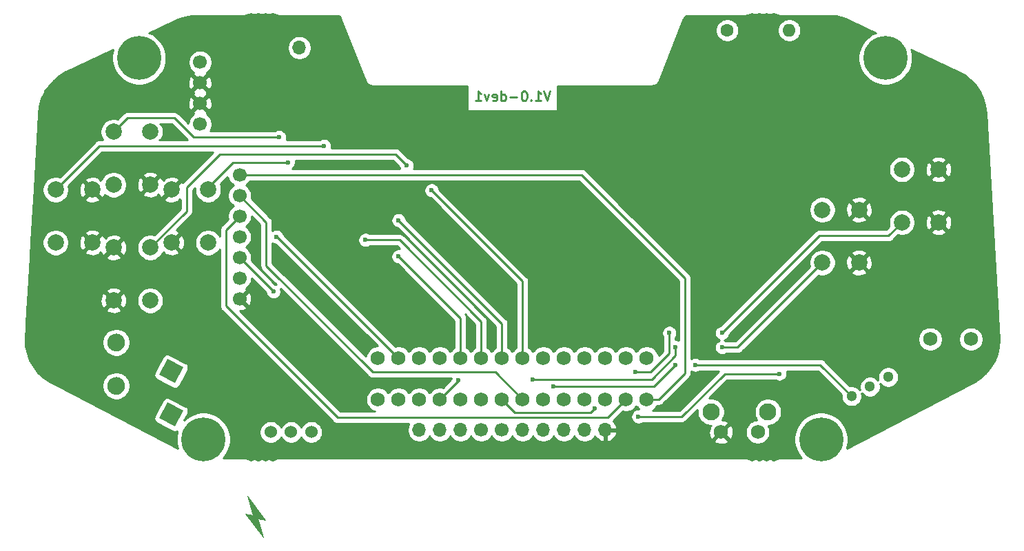
<source format=gbr>
G04 #@! TF.GenerationSoftware,KiCad,Pcbnew,(5.1.9-0-10_14)*
G04 #@! TF.CreationDate,2021-11-21T11:45:30-08:00*
G04 #@! TF.ProjectId,system_advance,73797374-656d-45f6-9164-76616e63652e,1.0-dev1*
G04 #@! TF.SameCoordinates,Original*
G04 #@! TF.FileFunction,Copper,L2,Bot*
G04 #@! TF.FilePolarity,Positive*
%FSLAX46Y46*%
G04 Gerber Fmt 4.6, Leading zero omitted, Abs format (unit mm)*
G04 Created by KiCad (PCBNEW (5.1.9-0-10_14)) date 2021-11-21 11:45:30*
%MOMM*%
%LPD*%
G01*
G04 APERTURE LIST*
G04 #@! TA.AperFunction,NonConductor*
%ADD10C,0.100000*%
G04 #@! TD*
G04 #@! TA.AperFunction,NonConductor*
%ADD11C,0.250000*%
G04 #@! TD*
G04 #@! TA.AperFunction,ComponentPad*
%ADD12C,1.700000*%
G04 #@! TD*
G04 #@! TA.AperFunction,ComponentPad*
%ADD13O,1.700000X1.700000*%
G04 #@! TD*
G04 #@! TA.AperFunction,ComponentPad*
%ADD14C,1.750000*%
G04 #@! TD*
G04 #@! TA.AperFunction,ComponentPad*
%ADD15C,1.524000*%
G04 #@! TD*
G04 #@! TA.AperFunction,ComponentPad*
%ADD16C,5.399999*%
G04 #@! TD*
G04 #@! TA.AperFunction,ComponentPad*
%ADD17C,0.100000*%
G04 #@! TD*
G04 #@! TA.AperFunction,ComponentPad*
%ADD18C,2.000000*%
G04 #@! TD*
G04 #@! TA.AperFunction,ComponentPad*
%ADD19C,1.300000*%
G04 #@! TD*
G04 #@! TA.AperFunction,ComponentPad*
%ADD20C,1.600000*%
G04 #@! TD*
G04 #@! TA.AperFunction,ComponentPad*
%ADD21O,1.600000X1.600000*%
G04 #@! TD*
G04 #@! TA.AperFunction,ComponentPad*
%ADD22C,2.100000*%
G04 #@! TD*
G04 #@! TA.AperFunction,ViaPad*
%ADD23C,0.600000*%
G04 #@! TD*
G04 #@! TA.AperFunction,Conductor*
%ADD24C,0.254000*%
G04 #@! TD*
G04 #@! TA.AperFunction,Conductor*
%ADD25C,0.100000*%
G04 #@! TD*
G04 APERTURE END LIST*
D10*
G36*
X76581000Y-173990000D02*
G01*
X77343000Y-176657000D01*
X75184000Y-173736000D01*
X76581000Y-173990000D01*
G37*
X76581000Y-173990000D02*
X77343000Y-176657000D01*
X75184000Y-173736000D01*
X76581000Y-173990000D01*
G36*
X77597000Y-174498000D02*
G01*
X76200000Y-174244000D01*
X75438000Y-171577000D01*
X77597000Y-174498000D01*
G37*
X77597000Y-174498000D02*
X76200000Y-174244000D01*
X75438000Y-171577000D01*
X77597000Y-174498000D01*
D11*
X112607142Y-121770857D02*
X112207142Y-122970857D01*
X111807142Y-121770857D01*
X110778571Y-122970857D02*
X111464285Y-122970857D01*
X111121428Y-122970857D02*
X111121428Y-121770857D01*
X111235714Y-121942285D01*
X111350000Y-122056571D01*
X111464285Y-122113714D01*
X110264285Y-122856571D02*
X110207142Y-122913714D01*
X110264285Y-122970857D01*
X110321428Y-122913714D01*
X110264285Y-122856571D01*
X110264285Y-122970857D01*
X109464285Y-121770857D02*
X109350000Y-121770857D01*
X109235714Y-121828000D01*
X109178571Y-121885142D01*
X109121428Y-121999428D01*
X109064285Y-122228000D01*
X109064285Y-122513714D01*
X109121428Y-122742285D01*
X109178571Y-122856571D01*
X109235714Y-122913714D01*
X109350000Y-122970857D01*
X109464285Y-122970857D01*
X109578571Y-122913714D01*
X109635714Y-122856571D01*
X109692857Y-122742285D01*
X109750000Y-122513714D01*
X109750000Y-122228000D01*
X109692857Y-121999428D01*
X109635714Y-121885142D01*
X109578571Y-121828000D01*
X109464285Y-121770857D01*
X108550000Y-122513714D02*
X107635714Y-122513714D01*
X106550000Y-122970857D02*
X106550000Y-121770857D01*
X106550000Y-122913714D02*
X106664285Y-122970857D01*
X106892857Y-122970857D01*
X107007142Y-122913714D01*
X107064285Y-122856571D01*
X107121428Y-122742285D01*
X107121428Y-122399428D01*
X107064285Y-122285142D01*
X107007142Y-122228000D01*
X106892857Y-122170857D01*
X106664285Y-122170857D01*
X106550000Y-122228000D01*
X105521428Y-122913714D02*
X105635714Y-122970857D01*
X105864285Y-122970857D01*
X105978571Y-122913714D01*
X106035714Y-122799428D01*
X106035714Y-122342285D01*
X105978571Y-122228000D01*
X105864285Y-122170857D01*
X105635714Y-122170857D01*
X105521428Y-122228000D01*
X105464285Y-122342285D01*
X105464285Y-122456571D01*
X106035714Y-122570857D01*
X105064285Y-122170857D02*
X104778571Y-122970857D01*
X104492857Y-122170857D01*
X103407142Y-122970857D02*
X104092857Y-122970857D01*
X103750000Y-122970857D02*
X103750000Y-121770857D01*
X103864285Y-121942285D01*
X103978571Y-122056571D01*
X104092857Y-122113714D01*
D12*
X106680000Y-163449000D03*
D13*
X109220000Y-163449000D03*
X111760000Y-163449000D03*
X114300000Y-163449000D03*
D12*
X104140000Y-163449000D03*
D13*
X119380000Y-163449000D03*
X96520000Y-163449000D03*
X99060000Y-163449000D03*
X101600000Y-163449000D03*
X116840000Y-163449000D03*
D14*
X124460000Y-154624000D03*
X121920000Y-154624000D03*
X119380000Y-154624000D03*
X116840000Y-154624000D03*
X114300000Y-154624000D03*
X111760000Y-154624000D03*
X109220000Y-154624000D03*
X106680000Y-154624000D03*
X104140000Y-154624000D03*
X101600000Y-154624000D03*
X99060000Y-154624000D03*
X96520000Y-154624000D03*
X93980000Y-154624000D03*
X91440000Y-154624000D03*
X91440000Y-159704000D03*
X93980000Y-159704000D03*
X96520000Y-159704000D03*
X99060000Y-159704000D03*
X101600000Y-159704000D03*
X104140000Y-159704000D03*
X124460000Y-159704000D03*
X121920000Y-159704000D03*
X119380000Y-159704000D03*
X116840000Y-159704000D03*
X114300000Y-159704000D03*
X111760000Y-159704000D03*
X106680000Y-159704000D03*
X109220000Y-159704000D03*
D15*
X78282800Y-163703000D03*
X80772000Y-163703000D03*
X83261200Y-163703000D03*
D16*
X62103000Y-117729000D03*
D13*
X81788000Y-116459000D03*
D16*
X70002400Y-164592000D03*
X153797000Y-117729000D03*
G04 #@! TA.AperFunction,ComponentPad*
G36*
G01*
X60256689Y-153199399D02*
X60256689Y-153199399D01*
G75*
G02*
X58773054Y-153667188I-975712J507923D01*
G01*
X58773054Y-153667188D01*
G75*
G02*
X58305265Y-152183553I507923J975712D01*
G01*
X58305265Y-152183553D01*
G75*
G02*
X59788900Y-151715764I975712J-507923D01*
G01*
X59788900Y-151715764D01*
G75*
G02*
X60256689Y-153199399I-507923J-975712D01*
G01*
G37*
G04 #@! TD.AperFunction*
G04 #@! TA.AperFunction,ComponentPad*
D17*
G36*
X67523635Y-155742212D02*
G01*
X66507788Y-157693635D01*
X64556365Y-156677788D01*
X65572212Y-154726365D01*
X67523635Y-155742212D01*
G37*
G04 #@! TD.AperFunction*
G04 #@! TA.AperFunction,ComponentPad*
G36*
G01*
X60256689Y-158533399D02*
X60256689Y-158533399D01*
G75*
G02*
X58773054Y-159001188I-975712J507923D01*
G01*
X58773054Y-159001188D01*
G75*
G02*
X58305265Y-157517553I507923J975712D01*
G01*
X58305265Y-157517553D01*
G75*
G02*
X59788900Y-157049764I975712J-507923D01*
G01*
X59788900Y-157049764D01*
G75*
G02*
X60256689Y-158533399I-507923J-975712D01*
G01*
G37*
G04 #@! TD.AperFunction*
G04 #@! TA.AperFunction,ComponentPad*
G36*
X67523635Y-161076212D02*
G01*
X66507788Y-163027635D01*
X64556365Y-162011788D01*
X65572212Y-160060365D01*
X67523635Y-161076212D01*
G37*
G04 #@! TD.AperFunction*
D12*
X74450000Y-147320000D03*
X74450000Y-144780000D03*
X74450000Y-142240000D03*
X74450000Y-139700000D03*
X74450000Y-137160000D03*
X74450000Y-134620000D03*
X74450000Y-132080000D03*
D18*
X150550000Y-142875000D03*
X146050000Y-142875000D03*
X150550000Y-136375000D03*
X146050000Y-136375000D03*
X160329000Y-137922000D03*
X155829000Y-137922000D03*
X160329000Y-131422000D03*
X155829000Y-131422000D03*
X63464000Y-133298000D03*
X58964000Y-133298000D03*
X63464000Y-126798000D03*
X58964000Y-126798000D03*
X58964000Y-141022000D03*
X63464000Y-141022000D03*
X58964000Y-147522000D03*
X63464000Y-147522000D03*
X56352000Y-140410000D03*
X51852000Y-140410000D03*
X56352000Y-133910000D03*
X51852000Y-133910000D03*
X66076000Y-133910000D03*
X70576000Y-133910000D03*
X66076000Y-140410000D03*
X70576000Y-140410000D03*
D19*
X151892000Y-158115000D03*
X149638992Y-159287841D03*
X154145008Y-156942159D03*
D16*
X145897600Y-164592000D03*
D14*
X164298000Y-152273000D03*
X159298000Y-152273000D03*
D20*
X134366000Y-114300000D03*
D21*
X141986000Y-114300000D03*
D22*
X139364000Y-161213000D03*
D14*
X138104000Y-163703000D03*
X133604000Y-163703000D03*
D22*
X132354000Y-161213000D03*
D12*
X69596000Y-123317000D03*
X69596000Y-120777000D03*
X69596000Y-125857000D03*
X69596000Y-118237000D03*
D23*
X86360000Y-141732000D03*
X97028000Y-149098000D03*
X91948000Y-149098000D03*
X86360000Y-157480000D03*
X76073000Y-163195000D03*
X85979000Y-148971000D03*
X85979000Y-148971000D03*
X115570000Y-165608000D03*
X91313000Y-130937000D03*
X102870000Y-151892000D03*
X92710000Y-157734000D03*
X91948000Y-163703000D03*
X129540000Y-159004000D03*
X76454000Y-141224000D03*
X66040000Y-127000000D03*
X127254000Y-151511006D03*
X133731000Y-151511000D03*
X101346008Y-157353000D03*
X123063002Y-156337000D03*
X94996000Y-130937000D03*
X98044006Y-133985000D03*
X93980000Y-137667996D03*
X84835996Y-128523996D03*
X80391000Y-130556000D03*
X89915998Y-140081000D03*
X93980000Y-142113000D03*
X79311499Y-127444501D03*
X133731000Y-153289000D03*
X128016000Y-153289000D03*
X110490010Y-157226000D03*
X118110000Y-160782000D03*
X140779500Y-156527500D03*
X123444000Y-161798000D03*
X113030000Y-158114998D03*
X128016000Y-155448000D03*
X130428998Y-155448000D03*
X78994000Y-139700008D03*
X78613000Y-146431000D03*
D24*
X101346008Y-157417992D02*
X101346008Y-157353000D01*
X99060000Y-159704000D02*
X101346008Y-157417992D01*
X124968000Y-156337000D02*
X123063002Y-156337000D01*
X127254000Y-154051000D02*
X124968000Y-156337000D01*
X127254000Y-151511006D02*
X127254000Y-154051000D01*
X145669000Y-139573000D02*
X133731000Y-151511000D01*
X154178000Y-139573000D02*
X145669000Y-139573000D01*
X155829000Y-137922000D02*
X154178000Y-139573000D01*
X109220000Y-154624000D02*
X109220000Y-145160994D01*
X109220000Y-145160994D02*
X98044006Y-133985000D01*
X72009000Y-129540000D02*
X93599000Y-129540000D01*
X67945000Y-133604000D02*
X72009000Y-129540000D01*
X67945000Y-136541000D02*
X67945000Y-133604000D01*
X93599000Y-129540000D02*
X94996000Y-130937000D01*
X63464000Y-141022000D02*
X67945000Y-136541000D01*
X106680000Y-154624000D02*
X106680000Y-150367996D01*
X106680000Y-150367996D02*
X93980000Y-137667996D01*
X51852000Y-133910000D02*
X57238004Y-128523996D01*
X57238004Y-128523996D02*
X84835996Y-128523996D01*
X104140000Y-154624000D02*
X104140000Y-150114000D01*
X104140000Y-150114000D02*
X94107000Y-140081000D01*
X94107000Y-140081000D02*
X89915998Y-140081000D01*
X73660000Y-130556000D02*
X80391000Y-130556000D01*
X70576000Y-133640000D02*
X73660000Y-130556000D01*
X70576000Y-133910000D02*
X70576000Y-133640000D01*
X101600000Y-149733000D02*
X101600000Y-154624000D01*
X93980000Y-142113000D02*
X101600000Y-149733000D01*
X58964000Y-126798000D02*
X60667000Y-125095000D01*
X60667000Y-125095000D02*
X66421000Y-125095000D01*
X68770501Y-127444501D02*
X79311499Y-127444501D01*
X66421000Y-125095000D02*
X68770501Y-127444501D01*
X125063514Y-157226000D02*
X110490010Y-157226000D01*
X128016000Y-154273514D02*
X125063514Y-157226000D01*
X128016000Y-153289000D02*
X128016000Y-154273514D01*
X135636000Y-153289000D02*
X133731000Y-153289000D01*
X146050000Y-142875000D02*
X135636000Y-153289000D01*
X108266000Y-161290000D02*
X117602000Y-161290000D01*
X117602000Y-161290000D02*
X118110000Y-160782000D01*
X106680000Y-159704000D02*
X108266000Y-161290000D01*
X128778000Y-161798000D02*
X123444000Y-161798000D01*
X140779500Y-156527500D02*
X134048500Y-156527500D01*
X134048500Y-156527500D02*
X128778000Y-161798000D01*
X105853000Y-156337000D02*
X109220000Y-159704000D01*
X77724000Y-143256000D02*
X90805000Y-156337000D01*
X90805000Y-156337000D02*
X105853000Y-156337000D01*
X77724000Y-137894000D02*
X77724000Y-143256000D01*
X74450000Y-134620000D02*
X77724000Y-137894000D01*
X113030000Y-158114998D02*
X125349002Y-158114998D01*
X125349002Y-158114998D02*
X128016000Y-155448000D01*
X145799151Y-155448000D02*
X130428998Y-155448000D01*
X149638992Y-159287841D02*
X145799151Y-155448000D01*
X125919000Y-159704000D02*
X124460000Y-159704000D01*
X129159000Y-156464000D02*
X125919000Y-159704000D01*
X129159000Y-144780000D02*
X129159000Y-156464000D01*
X116459000Y-132080000D02*
X129159000Y-144780000D01*
X74450000Y-132080000D02*
X116459000Y-132080000D01*
X79056008Y-139700008D02*
X78994000Y-139700008D01*
X93980000Y-154624000D02*
X79056008Y-139700008D01*
X78613000Y-146403000D02*
X78613000Y-146431000D01*
X74450000Y-142240000D02*
X78613000Y-146403000D01*
X119699000Y-161925000D02*
X121920000Y-159704000D01*
X86487000Y-161925000D02*
X119699000Y-161925000D01*
X72771000Y-148209000D02*
X86487000Y-161925000D01*
X72771000Y-138839000D02*
X72771000Y-148209000D01*
X74450000Y-137160000D02*
X72771000Y-138839000D01*
X140088901Y-112293821D02*
X140250688Y-112360836D01*
X140375240Y-112385611D01*
X140481367Y-112442337D01*
X140619915Y-112484365D01*
X140727895Y-112495000D01*
X140764000Y-112498556D01*
X140800105Y-112495000D01*
X146784082Y-112495000D01*
X147713803Y-112565722D01*
X148606680Y-112772680D01*
X149074598Y-112941726D01*
X152611583Y-114610239D01*
X152217285Y-114773562D01*
X151671062Y-115138537D01*
X151206537Y-115603062D01*
X150841562Y-116149285D01*
X150590163Y-116756217D01*
X150462001Y-117400531D01*
X150462001Y-118057469D01*
X150590163Y-118701783D01*
X150841562Y-119308715D01*
X151206537Y-119854938D01*
X151671062Y-120319463D01*
X152217285Y-120684438D01*
X152824217Y-120935837D01*
X153468531Y-121063999D01*
X154125469Y-121063999D01*
X154769783Y-120935837D01*
X155376715Y-120684438D01*
X155922938Y-120319463D01*
X156387463Y-119854938D01*
X156752438Y-119308715D01*
X157003837Y-118701783D01*
X157131999Y-118057469D01*
X157131999Y-117400531D01*
X157003837Y-116756217D01*
X156965739Y-116664239D01*
X162733113Y-119384902D01*
X163540504Y-119849556D01*
X164248034Y-120414782D01*
X164861928Y-121080527D01*
X165368055Y-121831468D01*
X165754772Y-122650330D01*
X166013178Y-123518264D01*
X166140825Y-124440575D01*
X166142189Y-124465403D01*
X166142143Y-124466547D01*
X167760379Y-152345492D01*
X167691278Y-153253901D01*
X167487064Y-154134943D01*
X167151930Y-154974961D01*
X166693590Y-155754624D01*
X166122591Y-156455986D01*
X165448942Y-157065743D01*
X164812002Y-157497074D01*
X149045923Y-165706049D01*
X149104437Y-165564783D01*
X149232599Y-164920469D01*
X149232599Y-164263531D01*
X149104437Y-163619217D01*
X148853038Y-163012285D01*
X148488063Y-162466062D01*
X148023538Y-162001537D01*
X147477315Y-161636562D01*
X146870383Y-161385163D01*
X146226069Y-161257001D01*
X145569131Y-161257001D01*
X144924817Y-161385163D01*
X144317885Y-161636562D01*
X143771662Y-162001537D01*
X143307137Y-162466062D01*
X142942162Y-163012285D01*
X142690763Y-163619217D01*
X142562601Y-164263531D01*
X142562601Y-164920469D01*
X142690763Y-165564783D01*
X142942162Y-166171715D01*
X143307137Y-166717938D01*
X143494199Y-166905000D01*
X140800105Y-166905000D01*
X140764000Y-166901444D01*
X140727895Y-166905000D01*
X140619915Y-166915635D01*
X140481367Y-166957663D01*
X140375240Y-167014389D01*
X140250688Y-167039164D01*
X140088901Y-167106179D01*
X140065500Y-167121815D01*
X140042099Y-167106179D01*
X139880312Y-167039164D01*
X139708559Y-167005000D01*
X139533441Y-167005000D01*
X139361688Y-167039164D01*
X139199901Y-167106179D01*
X139176500Y-167121815D01*
X139153099Y-167106179D01*
X138991312Y-167039164D01*
X138819559Y-167005000D01*
X138644441Y-167005000D01*
X138472688Y-167039164D01*
X138310901Y-167106179D01*
X138287500Y-167121815D01*
X138264099Y-167106179D01*
X138102312Y-167039164D01*
X137930559Y-167005000D01*
X137755441Y-167005000D01*
X137583688Y-167039164D01*
X137421901Y-167106179D01*
X137398500Y-167121815D01*
X137375099Y-167106179D01*
X137213312Y-167039164D01*
X137088760Y-167014389D01*
X136982633Y-166957663D01*
X136844085Y-166915635D01*
X136736105Y-166905000D01*
X136700000Y-166901444D01*
X136663895Y-166905000D01*
X79236105Y-166905000D01*
X79200000Y-166901444D01*
X79163895Y-166905000D01*
X79055915Y-166915635D01*
X78917367Y-166957663D01*
X78811240Y-167014389D01*
X78686688Y-167039164D01*
X78524901Y-167106179D01*
X78501500Y-167121815D01*
X78478099Y-167106179D01*
X78316312Y-167039164D01*
X78144559Y-167005000D01*
X77969441Y-167005000D01*
X77797688Y-167039164D01*
X77635901Y-167106179D01*
X77612500Y-167121815D01*
X77589099Y-167106179D01*
X77427312Y-167039164D01*
X77255559Y-167005000D01*
X77080441Y-167005000D01*
X76908688Y-167039164D01*
X76746901Y-167106179D01*
X76723500Y-167121815D01*
X76700099Y-167106179D01*
X76538312Y-167039164D01*
X76366559Y-167005000D01*
X76191441Y-167005000D01*
X76019688Y-167039164D01*
X75857901Y-167106179D01*
X75834500Y-167121815D01*
X75811099Y-167106179D01*
X75649312Y-167039164D01*
X75524760Y-167014389D01*
X75418633Y-166957663D01*
X75280085Y-166915635D01*
X75172105Y-166905000D01*
X75136000Y-166901444D01*
X75099895Y-166905000D01*
X72405801Y-166905000D01*
X72592863Y-166717938D01*
X72957838Y-166171715D01*
X73209237Y-165564783D01*
X73337399Y-164920469D01*
X73337399Y-164263531D01*
X73209237Y-163619217D01*
X73186949Y-163565408D01*
X76885800Y-163565408D01*
X76885800Y-163840592D01*
X76939486Y-164110490D01*
X77044795Y-164364727D01*
X77197680Y-164593535D01*
X77392265Y-164788120D01*
X77621073Y-164941005D01*
X77875310Y-165046314D01*
X78145208Y-165100000D01*
X78420392Y-165100000D01*
X78690290Y-165046314D01*
X78944527Y-164941005D01*
X79173335Y-164788120D01*
X79367920Y-164593535D01*
X79520805Y-164364727D01*
X79527400Y-164348805D01*
X79533995Y-164364727D01*
X79686880Y-164593535D01*
X79881465Y-164788120D01*
X80110273Y-164941005D01*
X80364510Y-165046314D01*
X80634408Y-165100000D01*
X80909592Y-165100000D01*
X81179490Y-165046314D01*
X81433727Y-164941005D01*
X81662535Y-164788120D01*
X81857120Y-164593535D01*
X82010005Y-164364727D01*
X82016600Y-164348805D01*
X82023195Y-164364727D01*
X82176080Y-164593535D01*
X82370665Y-164788120D01*
X82599473Y-164941005D01*
X82853710Y-165046314D01*
X83123608Y-165100000D01*
X83398792Y-165100000D01*
X83668690Y-165046314D01*
X83922927Y-164941005D01*
X84151735Y-164788120D01*
X84346320Y-164593535D01*
X84499205Y-164364727D01*
X84604514Y-164110490D01*
X84658200Y-163840592D01*
X84658200Y-163565408D01*
X84604514Y-163295510D01*
X84499205Y-163041273D01*
X84346320Y-162812465D01*
X84151735Y-162617880D01*
X83922927Y-162464995D01*
X83668690Y-162359686D01*
X83398792Y-162306000D01*
X83123608Y-162306000D01*
X82853710Y-162359686D01*
X82599473Y-162464995D01*
X82370665Y-162617880D01*
X82176080Y-162812465D01*
X82023195Y-163041273D01*
X82016600Y-163057195D01*
X82010005Y-163041273D01*
X81857120Y-162812465D01*
X81662535Y-162617880D01*
X81433727Y-162464995D01*
X81179490Y-162359686D01*
X80909592Y-162306000D01*
X80634408Y-162306000D01*
X80364510Y-162359686D01*
X80110273Y-162464995D01*
X79881465Y-162617880D01*
X79686880Y-162812465D01*
X79533995Y-163041273D01*
X79527400Y-163057195D01*
X79520805Y-163041273D01*
X79367920Y-162812465D01*
X79173335Y-162617880D01*
X78944527Y-162464995D01*
X78690290Y-162359686D01*
X78420392Y-162306000D01*
X78145208Y-162306000D01*
X77875310Y-162359686D01*
X77621073Y-162464995D01*
X77392265Y-162617880D01*
X77197680Y-162812465D01*
X77044795Y-163041273D01*
X76939486Y-163295510D01*
X76885800Y-163565408D01*
X73186949Y-163565408D01*
X72957838Y-163012285D01*
X72592863Y-162466062D01*
X72128338Y-162001537D01*
X71582115Y-161636562D01*
X70975183Y-161385163D01*
X70330869Y-161257001D01*
X69673931Y-161257001D01*
X69029617Y-161385163D01*
X68422685Y-161636562D01*
X67876462Y-162001537D01*
X67636241Y-162241758D01*
X68089612Y-161370841D01*
X68136216Y-161254763D01*
X68159279Y-161131824D01*
X68157915Y-161006747D01*
X68132175Y-160884340D01*
X68083050Y-160769307D01*
X68012427Y-160666067D01*
X67923019Y-160578590D01*
X67818264Y-160510235D01*
X65866841Y-159494388D01*
X65750763Y-159447784D01*
X65627824Y-159424721D01*
X65502747Y-159426085D01*
X65380340Y-159451825D01*
X65265307Y-159500950D01*
X65162067Y-159571573D01*
X65074590Y-159660981D01*
X65006235Y-159765736D01*
X63990388Y-161717159D01*
X63943784Y-161833237D01*
X63920721Y-161956176D01*
X63922085Y-162081253D01*
X63947825Y-162203660D01*
X63996950Y-162318693D01*
X64067573Y-162421933D01*
X64156981Y-162509410D01*
X64261736Y-162577765D01*
X66213159Y-163593612D01*
X66329237Y-163640216D01*
X66452176Y-163663279D01*
X66577253Y-163661915D01*
X66699660Y-163636175D01*
X66807639Y-163590062D01*
X66795563Y-163619217D01*
X66667401Y-164263531D01*
X66667401Y-164920469D01*
X66795563Y-165564783D01*
X66855090Y-165708495D01*
X51770958Y-157854593D01*
X57545977Y-157854593D01*
X57545977Y-158196359D01*
X57612652Y-158531557D01*
X57743440Y-158847307D01*
X57933314Y-159131474D01*
X58174979Y-159373139D01*
X58459146Y-159563013D01*
X58774896Y-159693801D01*
X59110094Y-159760476D01*
X59451860Y-159760476D01*
X59787058Y-159693801D01*
X60102808Y-159563013D01*
X60386975Y-159373139D01*
X60628640Y-159131474D01*
X60818514Y-158847307D01*
X60949302Y-158531557D01*
X61015977Y-158196359D01*
X61015977Y-157854593D01*
X60949302Y-157519395D01*
X60818514Y-157203645D01*
X60628640Y-156919478D01*
X60386975Y-156677813D01*
X60303709Y-156622176D01*
X63920721Y-156622176D01*
X63922085Y-156747253D01*
X63947825Y-156869660D01*
X63996950Y-156984693D01*
X64067573Y-157087933D01*
X64156981Y-157175410D01*
X64261736Y-157243765D01*
X66213159Y-158259612D01*
X66329237Y-158306216D01*
X66452176Y-158329279D01*
X66577253Y-158327915D01*
X66699660Y-158302175D01*
X66814693Y-158253050D01*
X66917933Y-158182427D01*
X67005410Y-158093019D01*
X67073765Y-157988264D01*
X68089612Y-156036841D01*
X68136216Y-155920763D01*
X68159279Y-155797824D01*
X68157915Y-155672747D01*
X68132175Y-155550340D01*
X68083050Y-155435307D01*
X68012427Y-155332067D01*
X67923019Y-155244590D01*
X67818264Y-155176235D01*
X65866841Y-154160388D01*
X65750763Y-154113784D01*
X65627824Y-154090721D01*
X65502747Y-154092085D01*
X65380340Y-154117825D01*
X65265307Y-154166950D01*
X65162067Y-154237573D01*
X65074590Y-154326981D01*
X65006235Y-154431736D01*
X63990388Y-156383159D01*
X63943784Y-156499237D01*
X63920721Y-156622176D01*
X60303709Y-156622176D01*
X60102808Y-156487939D01*
X59787058Y-156357151D01*
X59451860Y-156290476D01*
X59110094Y-156290476D01*
X58774896Y-156357151D01*
X58459146Y-156487939D01*
X58174979Y-156677813D01*
X57933314Y-156919478D01*
X57743440Y-157203645D01*
X57612652Y-157519395D01*
X57545977Y-157854593D01*
X51770958Y-157854593D01*
X51088057Y-157499025D01*
X50337407Y-156978065D01*
X49680954Y-156355961D01*
X49126154Y-155641720D01*
X48685773Y-154851777D01*
X48369946Y-154004307D01*
X48185084Y-153114687D01*
X48146724Y-152520593D01*
X57545977Y-152520593D01*
X57545977Y-152862359D01*
X57612652Y-153197557D01*
X57743440Y-153513307D01*
X57933314Y-153797474D01*
X58174979Y-154039139D01*
X58459146Y-154229013D01*
X58774896Y-154359801D01*
X59110094Y-154426476D01*
X59451860Y-154426476D01*
X59787058Y-154359801D01*
X60102808Y-154229013D01*
X60386975Y-154039139D01*
X60628640Y-153797474D01*
X60818514Y-153513307D01*
X60949302Y-153197557D01*
X61015977Y-152862359D01*
X61015977Y-152520593D01*
X60949302Y-152185395D01*
X60818514Y-151869645D01*
X60628640Y-151585478D01*
X60386975Y-151343813D01*
X60102808Y-151153939D01*
X59787058Y-151023151D01*
X59451860Y-150956476D01*
X59110094Y-150956476D01*
X58774896Y-151023151D01*
X58459146Y-151153939D01*
X58174979Y-151343813D01*
X57933314Y-151585478D01*
X57743440Y-151869645D01*
X57612652Y-152185395D01*
X57545977Y-152520593D01*
X48146724Y-152520593D01*
X48135692Y-152349749D01*
X48350501Y-148657413D01*
X58008192Y-148657413D01*
X58103956Y-148921814D01*
X58393571Y-149062704D01*
X58705108Y-149144384D01*
X59026595Y-149163718D01*
X59345675Y-149119961D01*
X59650088Y-149014795D01*
X59824044Y-148921814D01*
X59919808Y-148657413D01*
X58964000Y-147701605D01*
X58008192Y-148657413D01*
X48350501Y-148657413D01*
X48412915Y-147584595D01*
X57322282Y-147584595D01*
X57366039Y-147903675D01*
X57471205Y-148208088D01*
X57564186Y-148382044D01*
X57828587Y-148477808D01*
X58784395Y-147522000D01*
X59143605Y-147522000D01*
X60099413Y-148477808D01*
X60363814Y-148382044D01*
X60504704Y-148092429D01*
X60586384Y-147780892D01*
X60605718Y-147459405D01*
X60592219Y-147360967D01*
X61829000Y-147360967D01*
X61829000Y-147683033D01*
X61891832Y-147998912D01*
X62015082Y-148296463D01*
X62194013Y-148564252D01*
X62421748Y-148791987D01*
X62689537Y-148970918D01*
X62987088Y-149094168D01*
X63302967Y-149157000D01*
X63625033Y-149157000D01*
X63940912Y-149094168D01*
X64238463Y-148970918D01*
X64506252Y-148791987D01*
X64733987Y-148564252D01*
X64912918Y-148296463D01*
X65036168Y-147998912D01*
X65099000Y-147683033D01*
X65099000Y-147360967D01*
X65036168Y-147045088D01*
X64912918Y-146747537D01*
X64733987Y-146479748D01*
X64506252Y-146252013D01*
X64238463Y-146073082D01*
X63940912Y-145949832D01*
X63625033Y-145887000D01*
X63302967Y-145887000D01*
X62987088Y-145949832D01*
X62689537Y-146073082D01*
X62421748Y-146252013D01*
X62194013Y-146479748D01*
X62015082Y-146747537D01*
X61891832Y-147045088D01*
X61829000Y-147360967D01*
X60592219Y-147360967D01*
X60561961Y-147140325D01*
X60456795Y-146835912D01*
X60363814Y-146661956D01*
X60099413Y-146566192D01*
X59143605Y-147522000D01*
X58784395Y-147522000D01*
X57828587Y-146566192D01*
X57564186Y-146661956D01*
X57423296Y-146951571D01*
X57341616Y-147263108D01*
X57322282Y-147584595D01*
X48412915Y-147584595D01*
X48482611Y-146386587D01*
X58008192Y-146386587D01*
X58964000Y-147342395D01*
X59919808Y-146386587D01*
X59824044Y-146122186D01*
X59534429Y-145981296D01*
X59222892Y-145899616D01*
X58901405Y-145880282D01*
X58582325Y-145924039D01*
X58277912Y-146029205D01*
X58103956Y-146122186D01*
X58008192Y-146386587D01*
X48482611Y-146386587D01*
X48728653Y-142157413D01*
X58008192Y-142157413D01*
X58103956Y-142421814D01*
X58393571Y-142562704D01*
X58705108Y-142644384D01*
X59026595Y-142663718D01*
X59345675Y-142619961D01*
X59650088Y-142514795D01*
X59824044Y-142421814D01*
X59919808Y-142157413D01*
X58964000Y-141201605D01*
X58008192Y-142157413D01*
X48728653Y-142157413D01*
X48839682Y-140248967D01*
X50217000Y-140248967D01*
X50217000Y-140571033D01*
X50279832Y-140886912D01*
X50403082Y-141184463D01*
X50582013Y-141452252D01*
X50809748Y-141679987D01*
X51077537Y-141858918D01*
X51375088Y-141982168D01*
X51690967Y-142045000D01*
X52013033Y-142045000D01*
X52328912Y-141982168D01*
X52626463Y-141858918D01*
X52894252Y-141679987D01*
X53028826Y-141545413D01*
X55396192Y-141545413D01*
X55491956Y-141809814D01*
X55781571Y-141950704D01*
X56093108Y-142032384D01*
X56414595Y-142051718D01*
X56733675Y-142007961D01*
X57038088Y-141902795D01*
X57212044Y-141809814D01*
X57307807Y-141545415D01*
X57423475Y-141661083D01*
X57446880Y-141637678D01*
X57471205Y-141708088D01*
X57564186Y-141882044D01*
X57828587Y-141977808D01*
X58784395Y-141022000D01*
X59143605Y-141022000D01*
X60099413Y-141977808D01*
X60363814Y-141882044D01*
X60504704Y-141592429D01*
X60586384Y-141280892D01*
X60605718Y-140959405D01*
X60561961Y-140640325D01*
X60456795Y-140335912D01*
X60363814Y-140161956D01*
X60099413Y-140066192D01*
X59143605Y-141022000D01*
X58784395Y-141022000D01*
X58770253Y-141007858D01*
X58949858Y-140828253D01*
X58964000Y-140842395D01*
X59919808Y-139886587D01*
X59824044Y-139622186D01*
X59534429Y-139481296D01*
X59222892Y-139399616D01*
X58901405Y-139380282D01*
X58582325Y-139424039D01*
X58277912Y-139529205D01*
X58103956Y-139622186D01*
X58008193Y-139886585D01*
X57892525Y-139770917D01*
X57869120Y-139794322D01*
X57844795Y-139723912D01*
X57751814Y-139549956D01*
X57487413Y-139454192D01*
X56531605Y-140410000D01*
X56545748Y-140424143D01*
X56366143Y-140603748D01*
X56352000Y-140589605D01*
X55396192Y-141545413D01*
X53028826Y-141545413D01*
X53121987Y-141452252D01*
X53300918Y-141184463D01*
X53424168Y-140886912D01*
X53487000Y-140571033D01*
X53487000Y-140472595D01*
X54710282Y-140472595D01*
X54754039Y-140791675D01*
X54859205Y-141096088D01*
X54952186Y-141270044D01*
X55216587Y-141365808D01*
X56172395Y-140410000D01*
X55216587Y-139454192D01*
X54952186Y-139549956D01*
X54811296Y-139839571D01*
X54729616Y-140151108D01*
X54710282Y-140472595D01*
X53487000Y-140472595D01*
X53487000Y-140248967D01*
X53424168Y-139933088D01*
X53300918Y-139635537D01*
X53121987Y-139367748D01*
X53028826Y-139274587D01*
X55396192Y-139274587D01*
X56352000Y-140230395D01*
X57307808Y-139274587D01*
X57212044Y-139010186D01*
X56922429Y-138869296D01*
X56610892Y-138787616D01*
X56289405Y-138768282D01*
X55970325Y-138812039D01*
X55665912Y-138917205D01*
X55491956Y-139010186D01*
X55396192Y-139274587D01*
X53028826Y-139274587D01*
X52894252Y-139140013D01*
X52626463Y-138961082D01*
X52328912Y-138837832D01*
X52013033Y-138775000D01*
X51690967Y-138775000D01*
X51375088Y-138837832D01*
X51077537Y-138961082D01*
X50809748Y-139140013D01*
X50582013Y-139367748D01*
X50403082Y-139635537D01*
X50279832Y-139933088D01*
X50217000Y-140248967D01*
X48839682Y-140248967D01*
X49217835Y-133748967D01*
X50217000Y-133748967D01*
X50217000Y-134071033D01*
X50279832Y-134386912D01*
X50403082Y-134684463D01*
X50582013Y-134952252D01*
X50809748Y-135179987D01*
X51077537Y-135358918D01*
X51375088Y-135482168D01*
X51690967Y-135545000D01*
X52013033Y-135545000D01*
X52328912Y-135482168D01*
X52626463Y-135358918D01*
X52894252Y-135179987D01*
X53028826Y-135045413D01*
X55396192Y-135045413D01*
X55491956Y-135309814D01*
X55781571Y-135450704D01*
X56093108Y-135532384D01*
X56414595Y-135551718D01*
X56733675Y-135507961D01*
X57038088Y-135402795D01*
X57212044Y-135309814D01*
X57307808Y-135045413D01*
X56352000Y-134089605D01*
X55396192Y-135045413D01*
X53028826Y-135045413D01*
X53121987Y-134952252D01*
X53300918Y-134684463D01*
X53424168Y-134386912D01*
X53487000Y-134071033D01*
X53487000Y-133972595D01*
X54710282Y-133972595D01*
X54754039Y-134291675D01*
X54859205Y-134596088D01*
X54952186Y-134770044D01*
X55216587Y-134865808D01*
X56172395Y-133910000D01*
X55216587Y-132954192D01*
X54952186Y-133049956D01*
X54811296Y-133339571D01*
X54729616Y-133651108D01*
X54710282Y-133972595D01*
X53487000Y-133972595D01*
X53487000Y-133748967D01*
X53424168Y-133433088D01*
X53419006Y-133420625D01*
X54065044Y-132774587D01*
X55396192Y-132774587D01*
X56352000Y-133730395D01*
X56366143Y-133716253D01*
X56545748Y-133895858D01*
X56531605Y-133910000D01*
X57487413Y-134865808D01*
X57751814Y-134770044D01*
X57873554Y-134519793D01*
X57921748Y-134567987D01*
X58189537Y-134746918D01*
X58487088Y-134870168D01*
X58802967Y-134933000D01*
X59125033Y-134933000D01*
X59440912Y-134870168D01*
X59738463Y-134746918D01*
X60006252Y-134567987D01*
X60140826Y-134433413D01*
X62508192Y-134433413D01*
X62603956Y-134697814D01*
X62893571Y-134838704D01*
X63205108Y-134920384D01*
X63526595Y-134939718D01*
X63845675Y-134895961D01*
X64150088Y-134790795D01*
X64324044Y-134697814D01*
X64419807Y-134433415D01*
X64535475Y-134549083D01*
X64558880Y-134525678D01*
X64583205Y-134596088D01*
X64676186Y-134770044D01*
X64940587Y-134865808D01*
X65896395Y-133910000D01*
X65882253Y-133895858D01*
X66061858Y-133716253D01*
X66076000Y-133730395D01*
X67031808Y-132774587D01*
X66936044Y-132510186D01*
X66646429Y-132369296D01*
X66334892Y-132287616D01*
X66013405Y-132268282D01*
X65694325Y-132312039D01*
X65389912Y-132417205D01*
X65215956Y-132510186D01*
X65120193Y-132774585D01*
X65004525Y-132658917D01*
X64981120Y-132682322D01*
X64956795Y-132611912D01*
X64863814Y-132437956D01*
X64599413Y-132342192D01*
X63643605Y-133298000D01*
X63657748Y-133312143D01*
X63478143Y-133491748D01*
X63464000Y-133477605D01*
X62508192Y-134433413D01*
X60140826Y-134433413D01*
X60233987Y-134340252D01*
X60412918Y-134072463D01*
X60536168Y-133774912D01*
X60599000Y-133459033D01*
X60599000Y-133360595D01*
X61822282Y-133360595D01*
X61866039Y-133679675D01*
X61971205Y-133984088D01*
X62064186Y-134158044D01*
X62328587Y-134253808D01*
X63284395Y-133298000D01*
X62328587Y-132342192D01*
X62064186Y-132437956D01*
X61923296Y-132727571D01*
X61841616Y-133039108D01*
X61822282Y-133360595D01*
X60599000Y-133360595D01*
X60599000Y-133136967D01*
X60536168Y-132821088D01*
X60412918Y-132523537D01*
X60233987Y-132255748D01*
X60140826Y-132162587D01*
X62508192Y-132162587D01*
X63464000Y-133118395D01*
X64419808Y-132162587D01*
X64324044Y-131898186D01*
X64034429Y-131757296D01*
X63722892Y-131675616D01*
X63401405Y-131656282D01*
X63082325Y-131700039D01*
X62777912Y-131805205D01*
X62603956Y-131898186D01*
X62508192Y-132162587D01*
X60140826Y-132162587D01*
X60006252Y-132028013D01*
X59738463Y-131849082D01*
X59440912Y-131725832D01*
X59125033Y-131663000D01*
X58802967Y-131663000D01*
X58487088Y-131725832D01*
X58189537Y-131849082D01*
X57921748Y-132028013D01*
X57694013Y-132255748D01*
X57515082Y-132523537D01*
X57448599Y-132684041D01*
X57423475Y-132658917D01*
X57307807Y-132774585D01*
X57212044Y-132510186D01*
X56922429Y-132369296D01*
X56610892Y-132287616D01*
X56289405Y-132268282D01*
X55970325Y-132312039D01*
X55665912Y-132417205D01*
X55491956Y-132510186D01*
X55396192Y-132774587D01*
X54065044Y-132774587D01*
X57553635Y-129285996D01*
X71185373Y-129285996D01*
X67435878Y-133035492D01*
X67211413Y-132954192D01*
X66255605Y-133910000D01*
X66269748Y-133924143D01*
X66090143Y-134103748D01*
X66076000Y-134089605D01*
X65120192Y-135045413D01*
X65215956Y-135309814D01*
X65505571Y-135450704D01*
X65817108Y-135532384D01*
X66138595Y-135551718D01*
X66457675Y-135507961D01*
X66762088Y-135402795D01*
X66936044Y-135309814D01*
X67031807Y-135045415D01*
X67147475Y-135161083D01*
X67183001Y-135125557D01*
X67183000Y-136225369D01*
X63953375Y-139454994D01*
X63940912Y-139449832D01*
X63625033Y-139387000D01*
X63302967Y-139387000D01*
X62987088Y-139449832D01*
X62689537Y-139573082D01*
X62421748Y-139752013D01*
X62194013Y-139979748D01*
X62015082Y-140247537D01*
X61891832Y-140545088D01*
X61829000Y-140860967D01*
X61829000Y-141183033D01*
X61891832Y-141498912D01*
X62015082Y-141796463D01*
X62194013Y-142064252D01*
X62421748Y-142291987D01*
X62689537Y-142470918D01*
X62987088Y-142594168D01*
X63302967Y-142657000D01*
X63625033Y-142657000D01*
X63940912Y-142594168D01*
X64238463Y-142470918D01*
X64506252Y-142291987D01*
X64733987Y-142064252D01*
X64912918Y-141796463D01*
X64979401Y-141635959D01*
X65004525Y-141661083D01*
X65120193Y-141545415D01*
X65215956Y-141809814D01*
X65505571Y-141950704D01*
X65817108Y-142032384D01*
X66138595Y-142051718D01*
X66457675Y-142007961D01*
X66762088Y-141902795D01*
X66936044Y-141809814D01*
X67031808Y-141545413D01*
X66076000Y-140589605D01*
X66061858Y-140603748D01*
X65882253Y-140424143D01*
X65896395Y-140410000D01*
X66255605Y-140410000D01*
X67211413Y-141365808D01*
X67475814Y-141270044D01*
X67616704Y-140980429D01*
X67698384Y-140668892D01*
X67717718Y-140347405D01*
X67673961Y-140028325D01*
X67568795Y-139723912D01*
X67475814Y-139549956D01*
X67211413Y-139454192D01*
X66255605Y-140410000D01*
X65896395Y-140410000D01*
X65882253Y-140395858D01*
X66061858Y-140216253D01*
X66076000Y-140230395D01*
X67031808Y-139274587D01*
X66936044Y-139010186D01*
X66678657Y-138884974D01*
X68457353Y-137106278D01*
X68486422Y-137082422D01*
X68545347Y-137010622D01*
X68581645Y-136966393D01*
X68627957Y-136879748D01*
X68652402Y-136834015D01*
X68695974Y-136690378D01*
X68707000Y-136578426D01*
X68707000Y-136578423D01*
X68710686Y-136541000D01*
X68707000Y-136503577D01*
X68707000Y-133919630D01*
X68956727Y-133669903D01*
X68941000Y-133748967D01*
X68941000Y-134071033D01*
X69003832Y-134386912D01*
X69127082Y-134684463D01*
X69306013Y-134952252D01*
X69533748Y-135179987D01*
X69801537Y-135358918D01*
X70099088Y-135482168D01*
X70414967Y-135545000D01*
X70737033Y-135545000D01*
X71052912Y-135482168D01*
X71350463Y-135358918D01*
X71618252Y-135179987D01*
X71845987Y-134952252D01*
X72024918Y-134684463D01*
X72148168Y-134386912D01*
X72211000Y-134071033D01*
X72211000Y-133748967D01*
X72148168Y-133433088D01*
X72063924Y-133229706D01*
X72981984Y-132311646D01*
X73022068Y-132513158D01*
X73134010Y-132783411D01*
X73296525Y-133026632D01*
X73503368Y-133233475D01*
X73677760Y-133350000D01*
X73503368Y-133466525D01*
X73296525Y-133673368D01*
X73134010Y-133916589D01*
X73022068Y-134186842D01*
X72965000Y-134473740D01*
X72965000Y-134766260D01*
X73022068Y-135053158D01*
X73134010Y-135323411D01*
X73296525Y-135566632D01*
X73503368Y-135773475D01*
X73677760Y-135890000D01*
X73503368Y-136006525D01*
X73296525Y-136213368D01*
X73134010Y-136456589D01*
X73022068Y-136726842D01*
X72965000Y-137013740D01*
X72965000Y-137306260D01*
X73008321Y-137524049D01*
X72258654Y-138273716D01*
X72229578Y-138297578D01*
X72173983Y-138365322D01*
X72134355Y-138413608D01*
X72123268Y-138434351D01*
X72063598Y-138545986D01*
X72020026Y-138689623D01*
X72010924Y-138782044D01*
X72005314Y-138839000D01*
X72009000Y-138876423D01*
X72009000Y-139611714D01*
X71845987Y-139367748D01*
X71618252Y-139140013D01*
X71350463Y-138961082D01*
X71052912Y-138837832D01*
X70737033Y-138775000D01*
X70414967Y-138775000D01*
X70099088Y-138837832D01*
X69801537Y-138961082D01*
X69533748Y-139140013D01*
X69306013Y-139367748D01*
X69127082Y-139635537D01*
X69003832Y-139933088D01*
X68941000Y-140248967D01*
X68941000Y-140571033D01*
X69003832Y-140886912D01*
X69127082Y-141184463D01*
X69306013Y-141452252D01*
X69533748Y-141679987D01*
X69801537Y-141858918D01*
X70099088Y-141982168D01*
X70414967Y-142045000D01*
X70737033Y-142045000D01*
X71052912Y-141982168D01*
X71350463Y-141858918D01*
X71618252Y-141679987D01*
X71845987Y-141452252D01*
X72009000Y-141208286D01*
X72009001Y-148171567D01*
X72005314Y-148209000D01*
X72020027Y-148358378D01*
X72063599Y-148502015D01*
X72134355Y-148634392D01*
X72205721Y-148721351D01*
X72229579Y-148750422D01*
X72258649Y-148774279D01*
X85921721Y-162437352D01*
X85945578Y-162466422D01*
X86061608Y-162561645D01*
X86193985Y-162632402D01*
X86337622Y-162675974D01*
X86449574Y-162687000D01*
X86449576Y-162687000D01*
X86486999Y-162690686D01*
X86524422Y-162687000D01*
X95243158Y-162687000D01*
X95204010Y-162745589D01*
X95092068Y-163015842D01*
X95035000Y-163302740D01*
X95035000Y-163595260D01*
X95092068Y-163882158D01*
X95204010Y-164152411D01*
X95366525Y-164395632D01*
X95573368Y-164602475D01*
X95816589Y-164764990D01*
X96086842Y-164876932D01*
X96373740Y-164934000D01*
X96666260Y-164934000D01*
X96953158Y-164876932D01*
X97223411Y-164764990D01*
X97466632Y-164602475D01*
X97673475Y-164395632D01*
X97790000Y-164221240D01*
X97906525Y-164395632D01*
X98113368Y-164602475D01*
X98356589Y-164764990D01*
X98626842Y-164876932D01*
X98913740Y-164934000D01*
X99206260Y-164934000D01*
X99493158Y-164876932D01*
X99763411Y-164764990D01*
X100006632Y-164602475D01*
X100213475Y-164395632D01*
X100330000Y-164221240D01*
X100446525Y-164395632D01*
X100653368Y-164602475D01*
X100896589Y-164764990D01*
X101166842Y-164876932D01*
X101453740Y-164934000D01*
X101746260Y-164934000D01*
X102033158Y-164876932D01*
X102303411Y-164764990D01*
X102546632Y-164602475D01*
X102753475Y-164395632D01*
X102870000Y-164221240D01*
X102986525Y-164395632D01*
X103193368Y-164602475D01*
X103436589Y-164764990D01*
X103706842Y-164876932D01*
X103993740Y-164934000D01*
X104286260Y-164934000D01*
X104573158Y-164876932D01*
X104843411Y-164764990D01*
X105086632Y-164602475D01*
X105293475Y-164395632D01*
X105410000Y-164221240D01*
X105526525Y-164395632D01*
X105733368Y-164602475D01*
X105976589Y-164764990D01*
X106246842Y-164876932D01*
X106533740Y-164934000D01*
X106826260Y-164934000D01*
X107113158Y-164876932D01*
X107383411Y-164764990D01*
X107626632Y-164602475D01*
X107833475Y-164395632D01*
X107950000Y-164221240D01*
X108066525Y-164395632D01*
X108273368Y-164602475D01*
X108516589Y-164764990D01*
X108786842Y-164876932D01*
X109073740Y-164934000D01*
X109366260Y-164934000D01*
X109653158Y-164876932D01*
X109923411Y-164764990D01*
X110166632Y-164602475D01*
X110373475Y-164395632D01*
X110490000Y-164221240D01*
X110606525Y-164395632D01*
X110813368Y-164602475D01*
X111056589Y-164764990D01*
X111326842Y-164876932D01*
X111613740Y-164934000D01*
X111906260Y-164934000D01*
X112193158Y-164876932D01*
X112463411Y-164764990D01*
X112706632Y-164602475D01*
X112913475Y-164395632D01*
X113030000Y-164221240D01*
X113146525Y-164395632D01*
X113353368Y-164602475D01*
X113596589Y-164764990D01*
X113866842Y-164876932D01*
X114153740Y-164934000D01*
X114446260Y-164934000D01*
X114733158Y-164876932D01*
X115003411Y-164764990D01*
X115246632Y-164602475D01*
X115453475Y-164395632D01*
X115570000Y-164221240D01*
X115686525Y-164395632D01*
X115893368Y-164602475D01*
X116136589Y-164764990D01*
X116406842Y-164876932D01*
X116693740Y-164934000D01*
X116986260Y-164934000D01*
X117273158Y-164876932D01*
X117543411Y-164764990D01*
X117786632Y-164602475D01*
X117993475Y-164395632D01*
X118115195Y-164213466D01*
X118184822Y-164330355D01*
X118379731Y-164546588D01*
X118613080Y-164720641D01*
X118875901Y-164845825D01*
X119023110Y-164890476D01*
X119253000Y-164769155D01*
X119253000Y-163576000D01*
X119507000Y-163576000D01*
X119507000Y-164769155D01*
X119736890Y-164890476D01*
X119884099Y-164845825D01*
X120086877Y-164749240D01*
X132737365Y-164749240D01*
X132818025Y-165000868D01*
X133086329Y-165129267D01*
X133374526Y-165202855D01*
X133671543Y-165218804D01*
X133965963Y-165176501D01*
X134246474Y-165077572D01*
X134389975Y-165000868D01*
X134470635Y-164749240D01*
X133604000Y-163882605D01*
X132737365Y-164749240D01*
X120086877Y-164749240D01*
X120146920Y-164720641D01*
X120380269Y-164546588D01*
X120575178Y-164330355D01*
X120724157Y-164080252D01*
X120821481Y-163805891D01*
X120700814Y-163576000D01*
X119507000Y-163576000D01*
X119253000Y-163576000D01*
X119233000Y-163576000D01*
X119233000Y-163322000D01*
X119253000Y-163322000D01*
X119253000Y-163302000D01*
X119507000Y-163302000D01*
X119507000Y-163322000D01*
X120700814Y-163322000D01*
X120821481Y-163092109D01*
X120724157Y-162817748D01*
X120575178Y-162567645D01*
X120380269Y-162351412D01*
X120363057Y-162338573D01*
X121534691Y-161166940D01*
X121771278Y-161214000D01*
X122068722Y-161214000D01*
X122360451Y-161155971D01*
X122635253Y-161042144D01*
X122882569Y-160876893D01*
X123092893Y-160666569D01*
X123190000Y-160521238D01*
X123287107Y-160666569D01*
X123483538Y-160863000D01*
X123351911Y-160863000D01*
X123171271Y-160898932D01*
X123001111Y-160969414D01*
X122847972Y-161071738D01*
X122717738Y-161201972D01*
X122615414Y-161355111D01*
X122544932Y-161525271D01*
X122509000Y-161705911D01*
X122509000Y-161890089D01*
X122544932Y-162070729D01*
X122615414Y-162240889D01*
X122717738Y-162394028D01*
X122847972Y-162524262D01*
X123001111Y-162626586D01*
X123171271Y-162697068D01*
X123351911Y-162733000D01*
X123536089Y-162733000D01*
X123716729Y-162697068D01*
X123886889Y-162626586D01*
X123986542Y-162560000D01*
X128740577Y-162560000D01*
X128778000Y-162563686D01*
X128815423Y-162560000D01*
X128815426Y-162560000D01*
X128927378Y-162548974D01*
X129071015Y-162505402D01*
X129203392Y-162434645D01*
X129319422Y-162339422D01*
X129343284Y-162310346D01*
X130684497Y-160969133D01*
X130669000Y-161047042D01*
X130669000Y-161378958D01*
X130733754Y-161704496D01*
X130860772Y-162011147D01*
X131045175Y-162287125D01*
X131279875Y-162521825D01*
X131555853Y-162706228D01*
X131862504Y-162833246D01*
X132188042Y-162898000D01*
X132365483Y-162898000D01*
X132306132Y-162917025D01*
X132177733Y-163185329D01*
X132104145Y-163473526D01*
X132088196Y-163770543D01*
X132130499Y-164064963D01*
X132229428Y-164345474D01*
X132306132Y-164488975D01*
X132557760Y-164569635D01*
X133424395Y-163703000D01*
X133783605Y-163703000D01*
X134650240Y-164569635D01*
X134901868Y-164488975D01*
X135030267Y-164220671D01*
X135103855Y-163932474D01*
X135119804Y-163635457D01*
X135108140Y-163554278D01*
X136594000Y-163554278D01*
X136594000Y-163851722D01*
X136652029Y-164143451D01*
X136765856Y-164418253D01*
X136931107Y-164665569D01*
X137141431Y-164875893D01*
X137388747Y-165041144D01*
X137663549Y-165154971D01*
X137955278Y-165213000D01*
X138252722Y-165213000D01*
X138544451Y-165154971D01*
X138819253Y-165041144D01*
X139066569Y-164875893D01*
X139276893Y-164665569D01*
X139442144Y-164418253D01*
X139555971Y-164143451D01*
X139614000Y-163851722D01*
X139614000Y-163554278D01*
X139555971Y-163262549D01*
X139442144Y-162987747D01*
X139382177Y-162898000D01*
X139529958Y-162898000D01*
X139855496Y-162833246D01*
X140162147Y-162706228D01*
X140438125Y-162521825D01*
X140672825Y-162287125D01*
X140857228Y-162011147D01*
X140984246Y-161704496D01*
X141049000Y-161378958D01*
X141049000Y-161047042D01*
X140984246Y-160721504D01*
X140857228Y-160414853D01*
X140672825Y-160138875D01*
X140438125Y-159904175D01*
X140162147Y-159719772D01*
X139855496Y-159592754D01*
X139529958Y-159528000D01*
X139198042Y-159528000D01*
X138872504Y-159592754D01*
X138565853Y-159719772D01*
X138289875Y-159904175D01*
X138055175Y-160138875D01*
X137870772Y-160414853D01*
X137743754Y-160721504D01*
X137679000Y-161047042D01*
X137679000Y-161378958D01*
X137743754Y-161704496D01*
X137870772Y-162011147D01*
X137992283Y-162193000D01*
X137955278Y-162193000D01*
X137663549Y-162251029D01*
X137388747Y-162364856D01*
X137141431Y-162530107D01*
X136931107Y-162740431D01*
X136765856Y-162987747D01*
X136652029Y-163262549D01*
X136594000Y-163554278D01*
X135108140Y-163554278D01*
X135077501Y-163341037D01*
X134978572Y-163060526D01*
X134901868Y-162917025D01*
X134650240Y-162836365D01*
X133783605Y-163703000D01*
X133424395Y-163703000D01*
X133410253Y-163688858D01*
X133589858Y-163509253D01*
X133604000Y-163523395D01*
X134470635Y-162656760D01*
X134389975Y-162405132D01*
X134121671Y-162276733D01*
X133833474Y-162203145D01*
X133722906Y-162197208D01*
X133847228Y-162011147D01*
X133974246Y-161704496D01*
X134039000Y-161378958D01*
X134039000Y-161047042D01*
X133974246Y-160721504D01*
X133847228Y-160414853D01*
X133662825Y-160138875D01*
X133428125Y-159904175D01*
X133152147Y-159719772D01*
X132845496Y-159592754D01*
X132519958Y-159528000D01*
X132188042Y-159528000D01*
X132110133Y-159543497D01*
X134364130Y-157289500D01*
X140236958Y-157289500D01*
X140336611Y-157356086D01*
X140506771Y-157426568D01*
X140687411Y-157462500D01*
X140871589Y-157462500D01*
X141052229Y-157426568D01*
X141222389Y-157356086D01*
X141375528Y-157253762D01*
X141505762Y-157123528D01*
X141608086Y-156970389D01*
X141678568Y-156800229D01*
X141714500Y-156619589D01*
X141714500Y-156435411D01*
X141678568Y-156254771D01*
X141660023Y-156210000D01*
X145483521Y-156210000D01*
X148367399Y-159093879D01*
X148353992Y-159161280D01*
X148353992Y-159414402D01*
X148403373Y-159662662D01*
X148500239Y-159896517D01*
X148640867Y-160106981D01*
X148819852Y-160285966D01*
X149030316Y-160426594D01*
X149264171Y-160523460D01*
X149512431Y-160572841D01*
X149765553Y-160572841D01*
X150013813Y-160523460D01*
X150247668Y-160426594D01*
X150458132Y-160285966D01*
X150637117Y-160106981D01*
X150777745Y-159896517D01*
X150874611Y-159662662D01*
X150923992Y-159414402D01*
X150923992Y-159161280D01*
X150874611Y-158913020D01*
X150866208Y-158892734D01*
X150893875Y-158934140D01*
X151072860Y-159113125D01*
X151283324Y-159253753D01*
X151517179Y-159350619D01*
X151765439Y-159400000D01*
X152018561Y-159400000D01*
X152266821Y-159350619D01*
X152500676Y-159253753D01*
X152711140Y-159113125D01*
X152890125Y-158934140D01*
X153030753Y-158723676D01*
X153127619Y-158489821D01*
X153177000Y-158241561D01*
X153177000Y-157988439D01*
X153127619Y-157740179D01*
X153119216Y-157719893D01*
X153146883Y-157761299D01*
X153325868Y-157940284D01*
X153536332Y-158080912D01*
X153770187Y-158177778D01*
X154018447Y-158227159D01*
X154271569Y-158227159D01*
X154519829Y-158177778D01*
X154753684Y-158080912D01*
X154964148Y-157940284D01*
X155143133Y-157761299D01*
X155283761Y-157550835D01*
X155380627Y-157316980D01*
X155430008Y-157068720D01*
X155430008Y-156815598D01*
X155380627Y-156567338D01*
X155283761Y-156333483D01*
X155143133Y-156123019D01*
X154964148Y-155944034D01*
X154753684Y-155803406D01*
X154519829Y-155706540D01*
X154271569Y-155657159D01*
X154018447Y-155657159D01*
X153770187Y-155706540D01*
X153536332Y-155803406D01*
X153325868Y-155944034D01*
X153146883Y-156123019D01*
X153006255Y-156333483D01*
X152909389Y-156567338D01*
X152860008Y-156815598D01*
X152860008Y-157068720D01*
X152909389Y-157316980D01*
X152917792Y-157337266D01*
X152890125Y-157295860D01*
X152711140Y-157116875D01*
X152500676Y-156976247D01*
X152266821Y-156879381D01*
X152018561Y-156830000D01*
X151765439Y-156830000D01*
X151517179Y-156879381D01*
X151283324Y-156976247D01*
X151072860Y-157116875D01*
X150893875Y-157295860D01*
X150753247Y-157506324D01*
X150656381Y-157740179D01*
X150607000Y-157988439D01*
X150607000Y-158241561D01*
X150656381Y-158489821D01*
X150664784Y-158510107D01*
X150637117Y-158468701D01*
X150458132Y-158289716D01*
X150247668Y-158149088D01*
X150013813Y-158052222D01*
X149765553Y-158002841D01*
X149512431Y-158002841D01*
X149445030Y-158016248D01*
X146364435Y-154935654D01*
X146340573Y-154906578D01*
X146224543Y-154811355D01*
X146092166Y-154740598D01*
X145948529Y-154697026D01*
X145836577Y-154686000D01*
X145836574Y-154686000D01*
X145799151Y-154682314D01*
X145761728Y-154686000D01*
X130971540Y-154686000D01*
X130871887Y-154619414D01*
X130701727Y-154548932D01*
X130521087Y-154513000D01*
X130336909Y-154513000D01*
X130156269Y-154548932D01*
X129986109Y-154619414D01*
X129921000Y-154662918D01*
X129921000Y-151418911D01*
X132796000Y-151418911D01*
X132796000Y-151603089D01*
X132831932Y-151783729D01*
X132902414Y-151953889D01*
X133004738Y-152107028D01*
X133134972Y-152237262D01*
X133288111Y-152339586D01*
X133433964Y-152400000D01*
X133288111Y-152460414D01*
X133134972Y-152562738D01*
X133004738Y-152692972D01*
X132902414Y-152846111D01*
X132831932Y-153016271D01*
X132796000Y-153196911D01*
X132796000Y-153381089D01*
X132831932Y-153561729D01*
X132902414Y-153731889D01*
X133004738Y-153885028D01*
X133134972Y-154015262D01*
X133288111Y-154117586D01*
X133458271Y-154188068D01*
X133638911Y-154224000D01*
X133823089Y-154224000D01*
X134003729Y-154188068D01*
X134173889Y-154117586D01*
X134273542Y-154051000D01*
X135598577Y-154051000D01*
X135636000Y-154054686D01*
X135673423Y-154051000D01*
X135673426Y-154051000D01*
X135785378Y-154039974D01*
X135929015Y-153996402D01*
X136061392Y-153925645D01*
X136177422Y-153830422D01*
X136201284Y-153801346D01*
X137878352Y-152124278D01*
X157788000Y-152124278D01*
X157788000Y-152421722D01*
X157846029Y-152713451D01*
X157959856Y-152988253D01*
X158125107Y-153235569D01*
X158335431Y-153445893D01*
X158582747Y-153611144D01*
X158857549Y-153724971D01*
X159149278Y-153783000D01*
X159446722Y-153783000D01*
X159738451Y-153724971D01*
X160013253Y-153611144D01*
X160260569Y-153445893D01*
X160470893Y-153235569D01*
X160636144Y-152988253D01*
X160749971Y-152713451D01*
X160808000Y-152421722D01*
X160808000Y-152124278D01*
X162788000Y-152124278D01*
X162788000Y-152421722D01*
X162846029Y-152713451D01*
X162959856Y-152988253D01*
X163125107Y-153235569D01*
X163335431Y-153445893D01*
X163582747Y-153611144D01*
X163857549Y-153724971D01*
X164149278Y-153783000D01*
X164446722Y-153783000D01*
X164738451Y-153724971D01*
X165013253Y-153611144D01*
X165260569Y-153445893D01*
X165470893Y-153235569D01*
X165636144Y-152988253D01*
X165749971Y-152713451D01*
X165808000Y-152421722D01*
X165808000Y-152124278D01*
X165749971Y-151832549D01*
X165636144Y-151557747D01*
X165470893Y-151310431D01*
X165260569Y-151100107D01*
X165013253Y-150934856D01*
X164738451Y-150821029D01*
X164446722Y-150763000D01*
X164149278Y-150763000D01*
X163857549Y-150821029D01*
X163582747Y-150934856D01*
X163335431Y-151100107D01*
X163125107Y-151310431D01*
X162959856Y-151557747D01*
X162846029Y-151832549D01*
X162788000Y-152124278D01*
X160808000Y-152124278D01*
X160749971Y-151832549D01*
X160636144Y-151557747D01*
X160470893Y-151310431D01*
X160260569Y-151100107D01*
X160013253Y-150934856D01*
X159738451Y-150821029D01*
X159446722Y-150763000D01*
X159149278Y-150763000D01*
X158857549Y-150821029D01*
X158582747Y-150934856D01*
X158335431Y-151100107D01*
X158125107Y-151310431D01*
X157959856Y-151557747D01*
X157846029Y-151832549D01*
X157788000Y-152124278D01*
X137878352Y-152124278D01*
X145560625Y-144442006D01*
X145573088Y-144447168D01*
X145888967Y-144510000D01*
X146211033Y-144510000D01*
X146526912Y-144447168D01*
X146824463Y-144323918D01*
X147092252Y-144144987D01*
X147226826Y-144010413D01*
X149594192Y-144010413D01*
X149689956Y-144274814D01*
X149979571Y-144415704D01*
X150291108Y-144497384D01*
X150612595Y-144516718D01*
X150931675Y-144472961D01*
X151236088Y-144367795D01*
X151410044Y-144274814D01*
X151505808Y-144010413D01*
X150550000Y-143054605D01*
X149594192Y-144010413D01*
X147226826Y-144010413D01*
X147319987Y-143917252D01*
X147498918Y-143649463D01*
X147622168Y-143351912D01*
X147685000Y-143036033D01*
X147685000Y-142937595D01*
X148908282Y-142937595D01*
X148952039Y-143256675D01*
X149057205Y-143561088D01*
X149150186Y-143735044D01*
X149414587Y-143830808D01*
X150370395Y-142875000D01*
X150729605Y-142875000D01*
X151685413Y-143830808D01*
X151949814Y-143735044D01*
X152090704Y-143445429D01*
X152172384Y-143133892D01*
X152191718Y-142812405D01*
X152147961Y-142493325D01*
X152042795Y-142188912D01*
X151949814Y-142014956D01*
X151685413Y-141919192D01*
X150729605Y-142875000D01*
X150370395Y-142875000D01*
X149414587Y-141919192D01*
X149150186Y-142014956D01*
X149009296Y-142304571D01*
X148927616Y-142616108D01*
X148908282Y-142937595D01*
X147685000Y-142937595D01*
X147685000Y-142713967D01*
X147622168Y-142398088D01*
X147498918Y-142100537D01*
X147319987Y-141832748D01*
X147226826Y-141739587D01*
X149594192Y-141739587D01*
X150550000Y-142695395D01*
X151505808Y-141739587D01*
X151410044Y-141475186D01*
X151120429Y-141334296D01*
X150808892Y-141252616D01*
X150487405Y-141233282D01*
X150168325Y-141277039D01*
X149863912Y-141382205D01*
X149689956Y-141475186D01*
X149594192Y-141739587D01*
X147226826Y-141739587D01*
X147092252Y-141605013D01*
X146824463Y-141426082D01*
X146526912Y-141302832D01*
X146211033Y-141240000D01*
X145888967Y-141240000D01*
X145573088Y-141302832D01*
X145275537Y-141426082D01*
X145007748Y-141605013D01*
X144780013Y-141832748D01*
X144601082Y-142100537D01*
X144477832Y-142398088D01*
X144415000Y-142713967D01*
X144415000Y-143036033D01*
X144477832Y-143351912D01*
X144482994Y-143364375D01*
X135320370Y-152527000D01*
X134273542Y-152527000D01*
X134173889Y-152460414D01*
X134028036Y-152400000D01*
X134173889Y-152339586D01*
X134327028Y-152237262D01*
X134457262Y-152107028D01*
X134559586Y-151953889D01*
X134630068Y-151783729D01*
X134653450Y-151666180D01*
X145984630Y-140335000D01*
X154140577Y-140335000D01*
X154178000Y-140338686D01*
X154215423Y-140335000D01*
X154215426Y-140335000D01*
X154327378Y-140323974D01*
X154471015Y-140280402D01*
X154603392Y-140209645D01*
X154719422Y-140114422D01*
X154743284Y-140085346D01*
X155339625Y-139489005D01*
X155352088Y-139494168D01*
X155667967Y-139557000D01*
X155990033Y-139557000D01*
X156305912Y-139494168D01*
X156603463Y-139370918D01*
X156871252Y-139191987D01*
X157005826Y-139057413D01*
X159373192Y-139057413D01*
X159468956Y-139321814D01*
X159758571Y-139462704D01*
X160070108Y-139544384D01*
X160391595Y-139563718D01*
X160710675Y-139519961D01*
X161015088Y-139414795D01*
X161189044Y-139321814D01*
X161284808Y-139057413D01*
X160329000Y-138101605D01*
X159373192Y-139057413D01*
X157005826Y-139057413D01*
X157098987Y-138964252D01*
X157277918Y-138696463D01*
X157401168Y-138398912D01*
X157464000Y-138083033D01*
X157464000Y-137984595D01*
X158687282Y-137984595D01*
X158731039Y-138303675D01*
X158836205Y-138608088D01*
X158929186Y-138782044D01*
X159193587Y-138877808D01*
X160149395Y-137922000D01*
X160508605Y-137922000D01*
X161464413Y-138877808D01*
X161728814Y-138782044D01*
X161869704Y-138492429D01*
X161951384Y-138180892D01*
X161970718Y-137859405D01*
X161926961Y-137540325D01*
X161821795Y-137235912D01*
X161728814Y-137061956D01*
X161464413Y-136966192D01*
X160508605Y-137922000D01*
X160149395Y-137922000D01*
X159193587Y-136966192D01*
X158929186Y-137061956D01*
X158788296Y-137351571D01*
X158706616Y-137663108D01*
X158687282Y-137984595D01*
X157464000Y-137984595D01*
X157464000Y-137760967D01*
X157401168Y-137445088D01*
X157277918Y-137147537D01*
X157098987Y-136879748D01*
X157005826Y-136786587D01*
X159373192Y-136786587D01*
X160329000Y-137742395D01*
X161284808Y-136786587D01*
X161189044Y-136522186D01*
X160899429Y-136381296D01*
X160587892Y-136299616D01*
X160266405Y-136280282D01*
X159947325Y-136324039D01*
X159642912Y-136429205D01*
X159468956Y-136522186D01*
X159373192Y-136786587D01*
X157005826Y-136786587D01*
X156871252Y-136652013D01*
X156603463Y-136473082D01*
X156305912Y-136349832D01*
X155990033Y-136287000D01*
X155667967Y-136287000D01*
X155352088Y-136349832D01*
X155054537Y-136473082D01*
X154786748Y-136652013D01*
X154559013Y-136879748D01*
X154380082Y-137147537D01*
X154256832Y-137445088D01*
X154194000Y-137760967D01*
X154194000Y-138083033D01*
X154256832Y-138398912D01*
X154261995Y-138411375D01*
X153862370Y-138811000D01*
X145706423Y-138811000D01*
X145669000Y-138807314D01*
X145631577Y-138811000D01*
X145631574Y-138811000D01*
X145519622Y-138822026D01*
X145375985Y-138865598D01*
X145353142Y-138877808D01*
X145243607Y-138936355D01*
X145228157Y-138949035D01*
X145127578Y-139031578D01*
X145103716Y-139060654D01*
X133575820Y-150588550D01*
X133458271Y-150611932D01*
X133288111Y-150682414D01*
X133134972Y-150784738D01*
X133004738Y-150914972D01*
X132902414Y-151068111D01*
X132831932Y-151238271D01*
X132796000Y-151418911D01*
X129921000Y-151418911D01*
X129921000Y-144817422D01*
X129924686Y-144779999D01*
X129920313Y-144735601D01*
X129909974Y-144630622D01*
X129866402Y-144486985D01*
X129795645Y-144354608D01*
X129700422Y-144238578D01*
X129671353Y-144214722D01*
X121670598Y-136213967D01*
X144415000Y-136213967D01*
X144415000Y-136536033D01*
X144477832Y-136851912D01*
X144601082Y-137149463D01*
X144780013Y-137417252D01*
X145007748Y-137644987D01*
X145275537Y-137823918D01*
X145573088Y-137947168D01*
X145888967Y-138010000D01*
X146211033Y-138010000D01*
X146526912Y-137947168D01*
X146824463Y-137823918D01*
X147092252Y-137644987D01*
X147226826Y-137510413D01*
X149594192Y-137510413D01*
X149689956Y-137774814D01*
X149979571Y-137915704D01*
X150291108Y-137997384D01*
X150612595Y-138016718D01*
X150931675Y-137972961D01*
X151236088Y-137867795D01*
X151410044Y-137774814D01*
X151505808Y-137510413D01*
X150550000Y-136554605D01*
X149594192Y-137510413D01*
X147226826Y-137510413D01*
X147319987Y-137417252D01*
X147498918Y-137149463D01*
X147622168Y-136851912D01*
X147685000Y-136536033D01*
X147685000Y-136437595D01*
X148908282Y-136437595D01*
X148952039Y-136756675D01*
X149057205Y-137061088D01*
X149150186Y-137235044D01*
X149414587Y-137330808D01*
X150370395Y-136375000D01*
X150729605Y-136375000D01*
X151685413Y-137330808D01*
X151949814Y-137235044D01*
X152090704Y-136945429D01*
X152172384Y-136633892D01*
X152191718Y-136312405D01*
X152147961Y-135993325D01*
X152042795Y-135688912D01*
X151949814Y-135514956D01*
X151685413Y-135419192D01*
X150729605Y-136375000D01*
X150370395Y-136375000D01*
X149414587Y-135419192D01*
X149150186Y-135514956D01*
X149009296Y-135804571D01*
X148927616Y-136116108D01*
X148908282Y-136437595D01*
X147685000Y-136437595D01*
X147685000Y-136213967D01*
X147622168Y-135898088D01*
X147498918Y-135600537D01*
X147319987Y-135332748D01*
X147226826Y-135239587D01*
X149594192Y-135239587D01*
X150550000Y-136195395D01*
X151505808Y-135239587D01*
X151410044Y-134975186D01*
X151120429Y-134834296D01*
X150808892Y-134752616D01*
X150487405Y-134733282D01*
X150168325Y-134777039D01*
X149863912Y-134882205D01*
X149689956Y-134975186D01*
X149594192Y-135239587D01*
X147226826Y-135239587D01*
X147092252Y-135105013D01*
X146824463Y-134926082D01*
X146526912Y-134802832D01*
X146211033Y-134740000D01*
X145888967Y-134740000D01*
X145573088Y-134802832D01*
X145275537Y-134926082D01*
X145007748Y-135105013D01*
X144780013Y-135332748D01*
X144601082Y-135600537D01*
X144477832Y-135898088D01*
X144415000Y-136213967D01*
X121670598Y-136213967D01*
X117024284Y-131567654D01*
X117000422Y-131538578D01*
X116884392Y-131443355D01*
X116752015Y-131372598D01*
X116608378Y-131329026D01*
X116496426Y-131318000D01*
X116496423Y-131318000D01*
X116459000Y-131314314D01*
X116421577Y-131318000D01*
X95850221Y-131318000D01*
X95873844Y-131260967D01*
X154194000Y-131260967D01*
X154194000Y-131583033D01*
X154256832Y-131898912D01*
X154380082Y-132196463D01*
X154559013Y-132464252D01*
X154786748Y-132691987D01*
X155054537Y-132870918D01*
X155352088Y-132994168D01*
X155667967Y-133057000D01*
X155990033Y-133057000D01*
X156305912Y-132994168D01*
X156603463Y-132870918D01*
X156871252Y-132691987D01*
X157005826Y-132557413D01*
X159373192Y-132557413D01*
X159468956Y-132821814D01*
X159758571Y-132962704D01*
X160070108Y-133044384D01*
X160391595Y-133063718D01*
X160710675Y-133019961D01*
X161015088Y-132914795D01*
X161189044Y-132821814D01*
X161284808Y-132557413D01*
X160329000Y-131601605D01*
X159373192Y-132557413D01*
X157005826Y-132557413D01*
X157098987Y-132464252D01*
X157277918Y-132196463D01*
X157401168Y-131898912D01*
X157464000Y-131583033D01*
X157464000Y-131484595D01*
X158687282Y-131484595D01*
X158731039Y-131803675D01*
X158836205Y-132108088D01*
X158929186Y-132282044D01*
X159193587Y-132377808D01*
X160149395Y-131422000D01*
X160508605Y-131422000D01*
X161464413Y-132377808D01*
X161728814Y-132282044D01*
X161869704Y-131992429D01*
X161951384Y-131680892D01*
X161970718Y-131359405D01*
X161926961Y-131040325D01*
X161821795Y-130735912D01*
X161728814Y-130561956D01*
X161464413Y-130466192D01*
X160508605Y-131422000D01*
X160149395Y-131422000D01*
X159193587Y-130466192D01*
X158929186Y-130561956D01*
X158788296Y-130851571D01*
X158706616Y-131163108D01*
X158687282Y-131484595D01*
X157464000Y-131484595D01*
X157464000Y-131260967D01*
X157401168Y-130945088D01*
X157277918Y-130647537D01*
X157098987Y-130379748D01*
X157005826Y-130286587D01*
X159373192Y-130286587D01*
X160329000Y-131242395D01*
X161284808Y-130286587D01*
X161189044Y-130022186D01*
X160899429Y-129881296D01*
X160587892Y-129799616D01*
X160266405Y-129780282D01*
X159947325Y-129824039D01*
X159642912Y-129929205D01*
X159468956Y-130022186D01*
X159373192Y-130286587D01*
X157005826Y-130286587D01*
X156871252Y-130152013D01*
X156603463Y-129973082D01*
X156305912Y-129849832D01*
X155990033Y-129787000D01*
X155667967Y-129787000D01*
X155352088Y-129849832D01*
X155054537Y-129973082D01*
X154786748Y-130152013D01*
X154559013Y-130379748D01*
X154380082Y-130647537D01*
X154256832Y-130945088D01*
X154194000Y-131260967D01*
X95873844Y-131260967D01*
X95895068Y-131209729D01*
X95931000Y-131029089D01*
X95931000Y-130844911D01*
X95895068Y-130664271D01*
X95824586Y-130494111D01*
X95722262Y-130340972D01*
X95592028Y-130210738D01*
X95438889Y-130108414D01*
X95268729Y-130037932D01*
X95151181Y-130014550D01*
X94164284Y-129027654D01*
X94140422Y-128998578D01*
X94024392Y-128903355D01*
X93892015Y-128832598D01*
X93748378Y-128789026D01*
X93636426Y-128778000D01*
X93636423Y-128778000D01*
X93599000Y-128774314D01*
X93561577Y-128778000D01*
X85738789Y-128778000D01*
X85770996Y-128616085D01*
X85770996Y-128431907D01*
X85735064Y-128251267D01*
X85664582Y-128081107D01*
X85562258Y-127927968D01*
X85432024Y-127797734D01*
X85278885Y-127695410D01*
X85108725Y-127624928D01*
X84928085Y-127588996D01*
X84743907Y-127588996D01*
X84563267Y-127624928D01*
X84393107Y-127695410D01*
X84293454Y-127761996D01*
X80192024Y-127761996D01*
X80210567Y-127717230D01*
X80246499Y-127536590D01*
X80246499Y-127352412D01*
X80210567Y-127171772D01*
X80140085Y-127001612D01*
X80037761Y-126848473D01*
X79907527Y-126718239D01*
X79754388Y-126615915D01*
X79584228Y-126545433D01*
X79403588Y-126509501D01*
X79219410Y-126509501D01*
X79038770Y-126545433D01*
X78868610Y-126615915D01*
X78768957Y-126682501D01*
X70830412Y-126682501D01*
X70911990Y-126560411D01*
X71023932Y-126290158D01*
X71081000Y-126003260D01*
X71081000Y-125710740D01*
X71023932Y-125423842D01*
X70911990Y-125153589D01*
X70749475Y-124910368D01*
X70542632Y-124703525D01*
X70369271Y-124587689D01*
X70444792Y-124345397D01*
X69596000Y-123496605D01*
X68747208Y-124345397D01*
X68822729Y-124587689D01*
X68649368Y-124703525D01*
X68442525Y-124910368D01*
X68280010Y-125153589D01*
X68168068Y-125423842D01*
X68111559Y-125707929D01*
X66986284Y-124582654D01*
X66962422Y-124553578D01*
X66846392Y-124458355D01*
X66714015Y-124387598D01*
X66570378Y-124344026D01*
X66458426Y-124333000D01*
X66458423Y-124333000D01*
X66421000Y-124329314D01*
X66383577Y-124333000D01*
X60704423Y-124333000D01*
X60667000Y-124329314D01*
X60629577Y-124333000D01*
X60629574Y-124333000D01*
X60517622Y-124344026D01*
X60373985Y-124387598D01*
X60331644Y-124410230D01*
X60241607Y-124458355D01*
X60199219Y-124493143D01*
X60125578Y-124553578D01*
X60101716Y-124582654D01*
X59453375Y-125230995D01*
X59440912Y-125225832D01*
X59125033Y-125163000D01*
X58802967Y-125163000D01*
X58487088Y-125225832D01*
X58189537Y-125349082D01*
X57921748Y-125528013D01*
X57694013Y-125755748D01*
X57515082Y-126023537D01*
X57391832Y-126321088D01*
X57329000Y-126636967D01*
X57329000Y-126959033D01*
X57391832Y-127274912D01*
X57515082Y-127572463D01*
X57641724Y-127761996D01*
X57275427Y-127761996D01*
X57238004Y-127758310D01*
X57200581Y-127761996D01*
X57200578Y-127761996D01*
X57088626Y-127773022D01*
X56944989Y-127816594D01*
X56900728Y-127840252D01*
X56812611Y-127887351D01*
X56756485Y-127933413D01*
X56696582Y-127982574D01*
X56672725Y-128011644D01*
X52341375Y-132342994D01*
X52328912Y-132337832D01*
X52013033Y-132275000D01*
X51690967Y-132275000D01*
X51375088Y-132337832D01*
X51077537Y-132461082D01*
X50809748Y-132640013D01*
X50582013Y-132867748D01*
X50403082Y-133135537D01*
X50279832Y-133433088D01*
X50217000Y-133748967D01*
X49217835Y-133748967D01*
X49754350Y-124526900D01*
X49870338Y-123596861D01*
X49930173Y-123385531D01*
X68105389Y-123385531D01*
X68147401Y-123675019D01*
X68245081Y-123950747D01*
X68318528Y-124088157D01*
X68567603Y-124165792D01*
X69416395Y-123317000D01*
X69775605Y-123317000D01*
X70624397Y-124165792D01*
X70873472Y-124088157D01*
X70999371Y-123824117D01*
X71071339Y-123540589D01*
X71086611Y-123248469D01*
X71044599Y-122958981D01*
X70946919Y-122683253D01*
X70873472Y-122545843D01*
X70624397Y-122468208D01*
X69775605Y-123317000D01*
X69416395Y-123317000D01*
X68567603Y-122468208D01*
X68318528Y-122545843D01*
X68192629Y-122809883D01*
X68120661Y-123093411D01*
X68105389Y-123385531D01*
X49930173Y-123385531D01*
X50117045Y-122725527D01*
X50492712Y-121901539D01*
X50555646Y-121805397D01*
X68747208Y-121805397D01*
X68822514Y-122047000D01*
X68747208Y-122288603D01*
X69596000Y-123137395D01*
X70444792Y-122288603D01*
X70369486Y-122047000D01*
X70444792Y-121805397D01*
X69596000Y-120956605D01*
X68747208Y-121805397D01*
X50555646Y-121805397D01*
X50988694Y-121143854D01*
X51593573Y-120469915D01*
X52293435Y-119895222D01*
X53094123Y-119419975D01*
X53143879Y-119395755D01*
X58934261Y-116664240D01*
X58896163Y-116756217D01*
X58768001Y-117400531D01*
X58768001Y-118057469D01*
X58896163Y-118701783D01*
X59147562Y-119308715D01*
X59512537Y-119854938D01*
X59977062Y-120319463D01*
X60523285Y-120684438D01*
X61130217Y-120935837D01*
X61774531Y-121063999D01*
X62431469Y-121063999D01*
X63075783Y-120935837D01*
X63293801Y-120845531D01*
X68105389Y-120845531D01*
X68147401Y-121135019D01*
X68245081Y-121410747D01*
X68318528Y-121548157D01*
X68567603Y-121625792D01*
X69416395Y-120777000D01*
X69775605Y-120777000D01*
X70624397Y-121625792D01*
X70873472Y-121548157D01*
X70999371Y-121284117D01*
X71071339Y-121000589D01*
X71086611Y-120708469D01*
X71044599Y-120418981D01*
X70946919Y-120143253D01*
X70873472Y-120005843D01*
X70624397Y-119928208D01*
X69775605Y-120777000D01*
X69416395Y-120777000D01*
X68567603Y-119928208D01*
X68318528Y-120005843D01*
X68192629Y-120269883D01*
X68120661Y-120553411D01*
X68105389Y-120845531D01*
X63293801Y-120845531D01*
X63682715Y-120684438D01*
X64228938Y-120319463D01*
X64693463Y-119854938D01*
X65058438Y-119308715D01*
X65309837Y-118701783D01*
X65431380Y-118090740D01*
X68111000Y-118090740D01*
X68111000Y-118383260D01*
X68168068Y-118670158D01*
X68280010Y-118940411D01*
X68442525Y-119183632D01*
X68649368Y-119390475D01*
X68822729Y-119506311D01*
X68747208Y-119748603D01*
X69596000Y-120597395D01*
X70444792Y-119748603D01*
X70369271Y-119506311D01*
X70542632Y-119390475D01*
X70749475Y-119183632D01*
X70911990Y-118940411D01*
X71023932Y-118670158D01*
X71081000Y-118383260D01*
X71081000Y-118090740D01*
X71023932Y-117803842D01*
X70911990Y-117533589D01*
X70749475Y-117290368D01*
X70542632Y-117083525D01*
X70299411Y-116921010D01*
X70029158Y-116809068D01*
X69742260Y-116752000D01*
X69449740Y-116752000D01*
X69162842Y-116809068D01*
X68892589Y-116921010D01*
X68649368Y-117083525D01*
X68442525Y-117290368D01*
X68280010Y-117533589D01*
X68168068Y-117803842D01*
X68111000Y-118090740D01*
X65431380Y-118090740D01*
X65437999Y-118057469D01*
X65437999Y-117400531D01*
X65309837Y-116756217D01*
X65126144Y-116312740D01*
X80303000Y-116312740D01*
X80303000Y-116605260D01*
X80360068Y-116892158D01*
X80472010Y-117162411D01*
X80634525Y-117405632D01*
X80841368Y-117612475D01*
X81084589Y-117774990D01*
X81354842Y-117886932D01*
X81641740Y-117944000D01*
X81934260Y-117944000D01*
X82221158Y-117886932D01*
X82491411Y-117774990D01*
X82734632Y-117612475D01*
X82941475Y-117405632D01*
X83103990Y-117162411D01*
X83215932Y-116892158D01*
X83273000Y-116605260D01*
X83273000Y-116312740D01*
X83215932Y-116025842D01*
X83103990Y-115755589D01*
X82941475Y-115512368D01*
X82734632Y-115305525D01*
X82491411Y-115143010D01*
X82221158Y-115031068D01*
X81934260Y-114974000D01*
X81641740Y-114974000D01*
X81354842Y-115031068D01*
X81084589Y-115143010D01*
X80841368Y-115305525D01*
X80634525Y-115512368D01*
X80472010Y-115755589D01*
X80360068Y-116025842D01*
X80303000Y-116312740D01*
X65126144Y-116312740D01*
X65058438Y-116149285D01*
X64693463Y-115603062D01*
X64228938Y-115138537D01*
X63682715Y-114773562D01*
X63288418Y-114610239D01*
X66814439Y-112946898D01*
X67683405Y-112664944D01*
X68587974Y-112517192D01*
X69103808Y-112495000D01*
X75099895Y-112495000D01*
X75136000Y-112498556D01*
X75172105Y-112495000D01*
X75221491Y-112490136D01*
X75280085Y-112484365D01*
X75418633Y-112442337D01*
X75524760Y-112385611D01*
X75649312Y-112360836D01*
X75811099Y-112293821D01*
X75834500Y-112278185D01*
X75857901Y-112293821D01*
X76019688Y-112360836D01*
X76191441Y-112395000D01*
X76366559Y-112395000D01*
X76538312Y-112360836D01*
X76700099Y-112293821D01*
X76723500Y-112278185D01*
X76746901Y-112293821D01*
X76908688Y-112360836D01*
X77080441Y-112395000D01*
X77255559Y-112395000D01*
X77427312Y-112360836D01*
X77589099Y-112293821D01*
X77612500Y-112278185D01*
X77635901Y-112293821D01*
X77797688Y-112360836D01*
X77969441Y-112395000D01*
X78144559Y-112395000D01*
X78316312Y-112360836D01*
X78478099Y-112293821D01*
X78501500Y-112278185D01*
X78524901Y-112293821D01*
X78686688Y-112360836D01*
X78811240Y-112385611D01*
X78917367Y-112442337D01*
X79055915Y-112484365D01*
X79163895Y-112495000D01*
X79200000Y-112498556D01*
X79236105Y-112495000D01*
X86324054Y-112495000D01*
X86463231Y-112508646D01*
X86562528Y-112538626D01*
X86654114Y-112587323D01*
X86734497Y-112652882D01*
X86800613Y-112732803D01*
X86862228Y-112846756D01*
X89983885Y-120639803D01*
X89995664Y-120678633D01*
X90027718Y-120738602D01*
X90059153Y-120799106D01*
X90061871Y-120802499D01*
X90063914Y-120806320D01*
X90107045Y-120858875D01*
X90149686Y-120912091D01*
X90153013Y-120914887D01*
X90155763Y-120918238D01*
X90208327Y-120961376D01*
X90260522Y-121005244D01*
X90264331Y-121007337D01*
X90267681Y-121010087D01*
X90327680Y-121042157D01*
X90387402Y-121074983D01*
X90391542Y-121076292D01*
X90395368Y-121078337D01*
X90460512Y-121098098D01*
X90525448Y-121118629D01*
X90529762Y-121119105D01*
X90533916Y-121120365D01*
X90601703Y-121127041D01*
X90669358Y-121134505D01*
X90709790Y-121131000D01*
X102418572Y-121130999D01*
X102418572Y-124186500D01*
X113481429Y-124186500D01*
X113481429Y-121130999D01*
X125190198Y-121130998D01*
X125230641Y-121134504D01*
X125298364Y-121127033D01*
X125366085Y-121120363D01*
X125370235Y-121119104D01*
X125374551Y-121118628D01*
X125439493Y-121098095D01*
X125504633Y-121078335D01*
X125508460Y-121076289D01*
X125512598Y-121074981D01*
X125572268Y-121042183D01*
X125632320Y-121010085D01*
X125635674Y-121007332D01*
X125639477Y-121005242D01*
X125691613Y-120961424D01*
X125744238Y-120918236D01*
X125746990Y-120914883D01*
X125750313Y-120912090D01*
X125792889Y-120858954D01*
X125836087Y-120806318D01*
X125838134Y-120802489D01*
X125840846Y-120799104D01*
X125872223Y-120738712D01*
X125904337Y-120678631D01*
X125916121Y-120639784D01*
X128512261Y-114158665D01*
X132931000Y-114158665D01*
X132931000Y-114441335D01*
X132986147Y-114718574D01*
X133094320Y-114979727D01*
X133251363Y-115214759D01*
X133451241Y-115414637D01*
X133686273Y-115571680D01*
X133947426Y-115679853D01*
X134224665Y-115735000D01*
X134507335Y-115735000D01*
X134784574Y-115679853D01*
X135045727Y-115571680D01*
X135280759Y-115414637D01*
X135480637Y-115214759D01*
X135637680Y-114979727D01*
X135745853Y-114718574D01*
X135801000Y-114441335D01*
X135801000Y-114158665D01*
X140551000Y-114158665D01*
X140551000Y-114441335D01*
X140606147Y-114718574D01*
X140714320Y-114979727D01*
X140871363Y-115214759D01*
X141071241Y-115414637D01*
X141306273Y-115571680D01*
X141567426Y-115679853D01*
X141844665Y-115735000D01*
X142127335Y-115735000D01*
X142404574Y-115679853D01*
X142665727Y-115571680D01*
X142900759Y-115414637D01*
X143100637Y-115214759D01*
X143257680Y-114979727D01*
X143365853Y-114718574D01*
X143421000Y-114441335D01*
X143421000Y-114158665D01*
X143365853Y-113881426D01*
X143257680Y-113620273D01*
X143100637Y-113385241D01*
X142900759Y-113185363D01*
X142665727Y-113028320D01*
X142404574Y-112920147D01*
X142127335Y-112865000D01*
X141844665Y-112865000D01*
X141567426Y-112920147D01*
X141306273Y-113028320D01*
X141071241Y-113185363D01*
X140871363Y-113385241D01*
X140714320Y-113620273D01*
X140606147Y-113881426D01*
X140551000Y-114158665D01*
X135801000Y-114158665D01*
X135745853Y-113881426D01*
X135637680Y-113620273D01*
X135480637Y-113385241D01*
X135280759Y-113185363D01*
X135045727Y-113028320D01*
X134784574Y-112920147D01*
X134507335Y-112865000D01*
X134224665Y-112865000D01*
X133947426Y-112920147D01*
X133686273Y-113028320D01*
X133451241Y-113185363D01*
X133251363Y-113385241D01*
X133094320Y-113620273D01*
X132986147Y-113881426D01*
X132931000Y-114158665D01*
X128512261Y-114158665D01*
X129019885Y-112891410D01*
X129085394Y-112754682D01*
X129147530Y-112671623D01*
X129224611Y-112602219D01*
X129313711Y-112549105D01*
X129411424Y-112514311D01*
X129540853Y-112495199D01*
X129548994Y-112495000D01*
X136663895Y-112495000D01*
X136700000Y-112498556D01*
X136736105Y-112495000D01*
X136785491Y-112490136D01*
X136844085Y-112484365D01*
X136982633Y-112442337D01*
X137088760Y-112385611D01*
X137213312Y-112360836D01*
X137375099Y-112293821D01*
X137398500Y-112278185D01*
X137421901Y-112293821D01*
X137583688Y-112360836D01*
X137755441Y-112395000D01*
X137930559Y-112395000D01*
X138102312Y-112360836D01*
X138264099Y-112293821D01*
X138287500Y-112278185D01*
X138310901Y-112293821D01*
X138472688Y-112360836D01*
X138644441Y-112395000D01*
X138819559Y-112395000D01*
X138991312Y-112360836D01*
X139153099Y-112293821D01*
X139176500Y-112278185D01*
X139199901Y-112293821D01*
X139361688Y-112360836D01*
X139533441Y-112395000D01*
X139708559Y-112395000D01*
X139880312Y-112360836D01*
X140042099Y-112293821D01*
X140065500Y-112278185D01*
X140088901Y-112293821D01*
G04 #@! TA.AperFunction,Conductor*
D25*
G36*
X140088901Y-112293821D02*
G01*
X140250688Y-112360836D01*
X140375240Y-112385611D01*
X140481367Y-112442337D01*
X140619915Y-112484365D01*
X140727895Y-112495000D01*
X140764000Y-112498556D01*
X140800105Y-112495000D01*
X146784082Y-112495000D01*
X147713803Y-112565722D01*
X148606680Y-112772680D01*
X149074598Y-112941726D01*
X152611583Y-114610239D01*
X152217285Y-114773562D01*
X151671062Y-115138537D01*
X151206537Y-115603062D01*
X150841562Y-116149285D01*
X150590163Y-116756217D01*
X150462001Y-117400531D01*
X150462001Y-118057469D01*
X150590163Y-118701783D01*
X150841562Y-119308715D01*
X151206537Y-119854938D01*
X151671062Y-120319463D01*
X152217285Y-120684438D01*
X152824217Y-120935837D01*
X153468531Y-121063999D01*
X154125469Y-121063999D01*
X154769783Y-120935837D01*
X155376715Y-120684438D01*
X155922938Y-120319463D01*
X156387463Y-119854938D01*
X156752438Y-119308715D01*
X157003837Y-118701783D01*
X157131999Y-118057469D01*
X157131999Y-117400531D01*
X157003837Y-116756217D01*
X156965739Y-116664239D01*
X162733113Y-119384902D01*
X163540504Y-119849556D01*
X164248034Y-120414782D01*
X164861928Y-121080527D01*
X165368055Y-121831468D01*
X165754772Y-122650330D01*
X166013178Y-123518264D01*
X166140825Y-124440575D01*
X166142189Y-124465403D01*
X166142143Y-124466547D01*
X167760379Y-152345492D01*
X167691278Y-153253901D01*
X167487064Y-154134943D01*
X167151930Y-154974961D01*
X166693590Y-155754624D01*
X166122591Y-156455986D01*
X165448942Y-157065743D01*
X164812002Y-157497074D01*
X149045923Y-165706049D01*
X149104437Y-165564783D01*
X149232599Y-164920469D01*
X149232599Y-164263531D01*
X149104437Y-163619217D01*
X148853038Y-163012285D01*
X148488063Y-162466062D01*
X148023538Y-162001537D01*
X147477315Y-161636562D01*
X146870383Y-161385163D01*
X146226069Y-161257001D01*
X145569131Y-161257001D01*
X144924817Y-161385163D01*
X144317885Y-161636562D01*
X143771662Y-162001537D01*
X143307137Y-162466062D01*
X142942162Y-163012285D01*
X142690763Y-163619217D01*
X142562601Y-164263531D01*
X142562601Y-164920469D01*
X142690763Y-165564783D01*
X142942162Y-166171715D01*
X143307137Y-166717938D01*
X143494199Y-166905000D01*
X140800105Y-166905000D01*
X140764000Y-166901444D01*
X140727895Y-166905000D01*
X140619915Y-166915635D01*
X140481367Y-166957663D01*
X140375240Y-167014389D01*
X140250688Y-167039164D01*
X140088901Y-167106179D01*
X140065500Y-167121815D01*
X140042099Y-167106179D01*
X139880312Y-167039164D01*
X139708559Y-167005000D01*
X139533441Y-167005000D01*
X139361688Y-167039164D01*
X139199901Y-167106179D01*
X139176500Y-167121815D01*
X139153099Y-167106179D01*
X138991312Y-167039164D01*
X138819559Y-167005000D01*
X138644441Y-167005000D01*
X138472688Y-167039164D01*
X138310901Y-167106179D01*
X138287500Y-167121815D01*
X138264099Y-167106179D01*
X138102312Y-167039164D01*
X137930559Y-167005000D01*
X137755441Y-167005000D01*
X137583688Y-167039164D01*
X137421901Y-167106179D01*
X137398500Y-167121815D01*
X137375099Y-167106179D01*
X137213312Y-167039164D01*
X137088760Y-167014389D01*
X136982633Y-166957663D01*
X136844085Y-166915635D01*
X136736105Y-166905000D01*
X136700000Y-166901444D01*
X136663895Y-166905000D01*
X79236105Y-166905000D01*
X79200000Y-166901444D01*
X79163895Y-166905000D01*
X79055915Y-166915635D01*
X78917367Y-166957663D01*
X78811240Y-167014389D01*
X78686688Y-167039164D01*
X78524901Y-167106179D01*
X78501500Y-167121815D01*
X78478099Y-167106179D01*
X78316312Y-167039164D01*
X78144559Y-167005000D01*
X77969441Y-167005000D01*
X77797688Y-167039164D01*
X77635901Y-167106179D01*
X77612500Y-167121815D01*
X77589099Y-167106179D01*
X77427312Y-167039164D01*
X77255559Y-167005000D01*
X77080441Y-167005000D01*
X76908688Y-167039164D01*
X76746901Y-167106179D01*
X76723500Y-167121815D01*
X76700099Y-167106179D01*
X76538312Y-167039164D01*
X76366559Y-167005000D01*
X76191441Y-167005000D01*
X76019688Y-167039164D01*
X75857901Y-167106179D01*
X75834500Y-167121815D01*
X75811099Y-167106179D01*
X75649312Y-167039164D01*
X75524760Y-167014389D01*
X75418633Y-166957663D01*
X75280085Y-166915635D01*
X75172105Y-166905000D01*
X75136000Y-166901444D01*
X75099895Y-166905000D01*
X72405801Y-166905000D01*
X72592863Y-166717938D01*
X72957838Y-166171715D01*
X73209237Y-165564783D01*
X73337399Y-164920469D01*
X73337399Y-164263531D01*
X73209237Y-163619217D01*
X73186949Y-163565408D01*
X76885800Y-163565408D01*
X76885800Y-163840592D01*
X76939486Y-164110490D01*
X77044795Y-164364727D01*
X77197680Y-164593535D01*
X77392265Y-164788120D01*
X77621073Y-164941005D01*
X77875310Y-165046314D01*
X78145208Y-165100000D01*
X78420392Y-165100000D01*
X78690290Y-165046314D01*
X78944527Y-164941005D01*
X79173335Y-164788120D01*
X79367920Y-164593535D01*
X79520805Y-164364727D01*
X79527400Y-164348805D01*
X79533995Y-164364727D01*
X79686880Y-164593535D01*
X79881465Y-164788120D01*
X80110273Y-164941005D01*
X80364510Y-165046314D01*
X80634408Y-165100000D01*
X80909592Y-165100000D01*
X81179490Y-165046314D01*
X81433727Y-164941005D01*
X81662535Y-164788120D01*
X81857120Y-164593535D01*
X82010005Y-164364727D01*
X82016600Y-164348805D01*
X82023195Y-164364727D01*
X82176080Y-164593535D01*
X82370665Y-164788120D01*
X82599473Y-164941005D01*
X82853710Y-165046314D01*
X83123608Y-165100000D01*
X83398792Y-165100000D01*
X83668690Y-165046314D01*
X83922927Y-164941005D01*
X84151735Y-164788120D01*
X84346320Y-164593535D01*
X84499205Y-164364727D01*
X84604514Y-164110490D01*
X84658200Y-163840592D01*
X84658200Y-163565408D01*
X84604514Y-163295510D01*
X84499205Y-163041273D01*
X84346320Y-162812465D01*
X84151735Y-162617880D01*
X83922927Y-162464995D01*
X83668690Y-162359686D01*
X83398792Y-162306000D01*
X83123608Y-162306000D01*
X82853710Y-162359686D01*
X82599473Y-162464995D01*
X82370665Y-162617880D01*
X82176080Y-162812465D01*
X82023195Y-163041273D01*
X82016600Y-163057195D01*
X82010005Y-163041273D01*
X81857120Y-162812465D01*
X81662535Y-162617880D01*
X81433727Y-162464995D01*
X81179490Y-162359686D01*
X80909592Y-162306000D01*
X80634408Y-162306000D01*
X80364510Y-162359686D01*
X80110273Y-162464995D01*
X79881465Y-162617880D01*
X79686880Y-162812465D01*
X79533995Y-163041273D01*
X79527400Y-163057195D01*
X79520805Y-163041273D01*
X79367920Y-162812465D01*
X79173335Y-162617880D01*
X78944527Y-162464995D01*
X78690290Y-162359686D01*
X78420392Y-162306000D01*
X78145208Y-162306000D01*
X77875310Y-162359686D01*
X77621073Y-162464995D01*
X77392265Y-162617880D01*
X77197680Y-162812465D01*
X77044795Y-163041273D01*
X76939486Y-163295510D01*
X76885800Y-163565408D01*
X73186949Y-163565408D01*
X72957838Y-163012285D01*
X72592863Y-162466062D01*
X72128338Y-162001537D01*
X71582115Y-161636562D01*
X70975183Y-161385163D01*
X70330869Y-161257001D01*
X69673931Y-161257001D01*
X69029617Y-161385163D01*
X68422685Y-161636562D01*
X67876462Y-162001537D01*
X67636241Y-162241758D01*
X68089612Y-161370841D01*
X68136216Y-161254763D01*
X68159279Y-161131824D01*
X68157915Y-161006747D01*
X68132175Y-160884340D01*
X68083050Y-160769307D01*
X68012427Y-160666067D01*
X67923019Y-160578590D01*
X67818264Y-160510235D01*
X65866841Y-159494388D01*
X65750763Y-159447784D01*
X65627824Y-159424721D01*
X65502747Y-159426085D01*
X65380340Y-159451825D01*
X65265307Y-159500950D01*
X65162067Y-159571573D01*
X65074590Y-159660981D01*
X65006235Y-159765736D01*
X63990388Y-161717159D01*
X63943784Y-161833237D01*
X63920721Y-161956176D01*
X63922085Y-162081253D01*
X63947825Y-162203660D01*
X63996950Y-162318693D01*
X64067573Y-162421933D01*
X64156981Y-162509410D01*
X64261736Y-162577765D01*
X66213159Y-163593612D01*
X66329237Y-163640216D01*
X66452176Y-163663279D01*
X66577253Y-163661915D01*
X66699660Y-163636175D01*
X66807639Y-163590062D01*
X66795563Y-163619217D01*
X66667401Y-164263531D01*
X66667401Y-164920469D01*
X66795563Y-165564783D01*
X66855090Y-165708495D01*
X51770958Y-157854593D01*
X57545977Y-157854593D01*
X57545977Y-158196359D01*
X57612652Y-158531557D01*
X57743440Y-158847307D01*
X57933314Y-159131474D01*
X58174979Y-159373139D01*
X58459146Y-159563013D01*
X58774896Y-159693801D01*
X59110094Y-159760476D01*
X59451860Y-159760476D01*
X59787058Y-159693801D01*
X60102808Y-159563013D01*
X60386975Y-159373139D01*
X60628640Y-159131474D01*
X60818514Y-158847307D01*
X60949302Y-158531557D01*
X61015977Y-158196359D01*
X61015977Y-157854593D01*
X60949302Y-157519395D01*
X60818514Y-157203645D01*
X60628640Y-156919478D01*
X60386975Y-156677813D01*
X60303709Y-156622176D01*
X63920721Y-156622176D01*
X63922085Y-156747253D01*
X63947825Y-156869660D01*
X63996950Y-156984693D01*
X64067573Y-157087933D01*
X64156981Y-157175410D01*
X64261736Y-157243765D01*
X66213159Y-158259612D01*
X66329237Y-158306216D01*
X66452176Y-158329279D01*
X66577253Y-158327915D01*
X66699660Y-158302175D01*
X66814693Y-158253050D01*
X66917933Y-158182427D01*
X67005410Y-158093019D01*
X67073765Y-157988264D01*
X68089612Y-156036841D01*
X68136216Y-155920763D01*
X68159279Y-155797824D01*
X68157915Y-155672747D01*
X68132175Y-155550340D01*
X68083050Y-155435307D01*
X68012427Y-155332067D01*
X67923019Y-155244590D01*
X67818264Y-155176235D01*
X65866841Y-154160388D01*
X65750763Y-154113784D01*
X65627824Y-154090721D01*
X65502747Y-154092085D01*
X65380340Y-154117825D01*
X65265307Y-154166950D01*
X65162067Y-154237573D01*
X65074590Y-154326981D01*
X65006235Y-154431736D01*
X63990388Y-156383159D01*
X63943784Y-156499237D01*
X63920721Y-156622176D01*
X60303709Y-156622176D01*
X60102808Y-156487939D01*
X59787058Y-156357151D01*
X59451860Y-156290476D01*
X59110094Y-156290476D01*
X58774896Y-156357151D01*
X58459146Y-156487939D01*
X58174979Y-156677813D01*
X57933314Y-156919478D01*
X57743440Y-157203645D01*
X57612652Y-157519395D01*
X57545977Y-157854593D01*
X51770958Y-157854593D01*
X51088057Y-157499025D01*
X50337407Y-156978065D01*
X49680954Y-156355961D01*
X49126154Y-155641720D01*
X48685773Y-154851777D01*
X48369946Y-154004307D01*
X48185084Y-153114687D01*
X48146724Y-152520593D01*
X57545977Y-152520593D01*
X57545977Y-152862359D01*
X57612652Y-153197557D01*
X57743440Y-153513307D01*
X57933314Y-153797474D01*
X58174979Y-154039139D01*
X58459146Y-154229013D01*
X58774896Y-154359801D01*
X59110094Y-154426476D01*
X59451860Y-154426476D01*
X59787058Y-154359801D01*
X60102808Y-154229013D01*
X60386975Y-154039139D01*
X60628640Y-153797474D01*
X60818514Y-153513307D01*
X60949302Y-153197557D01*
X61015977Y-152862359D01*
X61015977Y-152520593D01*
X60949302Y-152185395D01*
X60818514Y-151869645D01*
X60628640Y-151585478D01*
X60386975Y-151343813D01*
X60102808Y-151153939D01*
X59787058Y-151023151D01*
X59451860Y-150956476D01*
X59110094Y-150956476D01*
X58774896Y-151023151D01*
X58459146Y-151153939D01*
X58174979Y-151343813D01*
X57933314Y-151585478D01*
X57743440Y-151869645D01*
X57612652Y-152185395D01*
X57545977Y-152520593D01*
X48146724Y-152520593D01*
X48135692Y-152349749D01*
X48350501Y-148657413D01*
X58008192Y-148657413D01*
X58103956Y-148921814D01*
X58393571Y-149062704D01*
X58705108Y-149144384D01*
X59026595Y-149163718D01*
X59345675Y-149119961D01*
X59650088Y-149014795D01*
X59824044Y-148921814D01*
X59919808Y-148657413D01*
X58964000Y-147701605D01*
X58008192Y-148657413D01*
X48350501Y-148657413D01*
X48412915Y-147584595D01*
X57322282Y-147584595D01*
X57366039Y-147903675D01*
X57471205Y-148208088D01*
X57564186Y-148382044D01*
X57828587Y-148477808D01*
X58784395Y-147522000D01*
X59143605Y-147522000D01*
X60099413Y-148477808D01*
X60363814Y-148382044D01*
X60504704Y-148092429D01*
X60586384Y-147780892D01*
X60605718Y-147459405D01*
X60592219Y-147360967D01*
X61829000Y-147360967D01*
X61829000Y-147683033D01*
X61891832Y-147998912D01*
X62015082Y-148296463D01*
X62194013Y-148564252D01*
X62421748Y-148791987D01*
X62689537Y-148970918D01*
X62987088Y-149094168D01*
X63302967Y-149157000D01*
X63625033Y-149157000D01*
X63940912Y-149094168D01*
X64238463Y-148970918D01*
X64506252Y-148791987D01*
X64733987Y-148564252D01*
X64912918Y-148296463D01*
X65036168Y-147998912D01*
X65099000Y-147683033D01*
X65099000Y-147360967D01*
X65036168Y-147045088D01*
X64912918Y-146747537D01*
X64733987Y-146479748D01*
X64506252Y-146252013D01*
X64238463Y-146073082D01*
X63940912Y-145949832D01*
X63625033Y-145887000D01*
X63302967Y-145887000D01*
X62987088Y-145949832D01*
X62689537Y-146073082D01*
X62421748Y-146252013D01*
X62194013Y-146479748D01*
X62015082Y-146747537D01*
X61891832Y-147045088D01*
X61829000Y-147360967D01*
X60592219Y-147360967D01*
X60561961Y-147140325D01*
X60456795Y-146835912D01*
X60363814Y-146661956D01*
X60099413Y-146566192D01*
X59143605Y-147522000D01*
X58784395Y-147522000D01*
X57828587Y-146566192D01*
X57564186Y-146661956D01*
X57423296Y-146951571D01*
X57341616Y-147263108D01*
X57322282Y-147584595D01*
X48412915Y-147584595D01*
X48482611Y-146386587D01*
X58008192Y-146386587D01*
X58964000Y-147342395D01*
X59919808Y-146386587D01*
X59824044Y-146122186D01*
X59534429Y-145981296D01*
X59222892Y-145899616D01*
X58901405Y-145880282D01*
X58582325Y-145924039D01*
X58277912Y-146029205D01*
X58103956Y-146122186D01*
X58008192Y-146386587D01*
X48482611Y-146386587D01*
X48728653Y-142157413D01*
X58008192Y-142157413D01*
X58103956Y-142421814D01*
X58393571Y-142562704D01*
X58705108Y-142644384D01*
X59026595Y-142663718D01*
X59345675Y-142619961D01*
X59650088Y-142514795D01*
X59824044Y-142421814D01*
X59919808Y-142157413D01*
X58964000Y-141201605D01*
X58008192Y-142157413D01*
X48728653Y-142157413D01*
X48839682Y-140248967D01*
X50217000Y-140248967D01*
X50217000Y-140571033D01*
X50279832Y-140886912D01*
X50403082Y-141184463D01*
X50582013Y-141452252D01*
X50809748Y-141679987D01*
X51077537Y-141858918D01*
X51375088Y-141982168D01*
X51690967Y-142045000D01*
X52013033Y-142045000D01*
X52328912Y-141982168D01*
X52626463Y-141858918D01*
X52894252Y-141679987D01*
X53028826Y-141545413D01*
X55396192Y-141545413D01*
X55491956Y-141809814D01*
X55781571Y-141950704D01*
X56093108Y-142032384D01*
X56414595Y-142051718D01*
X56733675Y-142007961D01*
X57038088Y-141902795D01*
X57212044Y-141809814D01*
X57307807Y-141545415D01*
X57423475Y-141661083D01*
X57446880Y-141637678D01*
X57471205Y-141708088D01*
X57564186Y-141882044D01*
X57828587Y-141977808D01*
X58784395Y-141022000D01*
X59143605Y-141022000D01*
X60099413Y-141977808D01*
X60363814Y-141882044D01*
X60504704Y-141592429D01*
X60586384Y-141280892D01*
X60605718Y-140959405D01*
X60561961Y-140640325D01*
X60456795Y-140335912D01*
X60363814Y-140161956D01*
X60099413Y-140066192D01*
X59143605Y-141022000D01*
X58784395Y-141022000D01*
X58770253Y-141007858D01*
X58949858Y-140828253D01*
X58964000Y-140842395D01*
X59919808Y-139886587D01*
X59824044Y-139622186D01*
X59534429Y-139481296D01*
X59222892Y-139399616D01*
X58901405Y-139380282D01*
X58582325Y-139424039D01*
X58277912Y-139529205D01*
X58103956Y-139622186D01*
X58008193Y-139886585D01*
X57892525Y-139770917D01*
X57869120Y-139794322D01*
X57844795Y-139723912D01*
X57751814Y-139549956D01*
X57487413Y-139454192D01*
X56531605Y-140410000D01*
X56545748Y-140424143D01*
X56366143Y-140603748D01*
X56352000Y-140589605D01*
X55396192Y-141545413D01*
X53028826Y-141545413D01*
X53121987Y-141452252D01*
X53300918Y-141184463D01*
X53424168Y-140886912D01*
X53487000Y-140571033D01*
X53487000Y-140472595D01*
X54710282Y-140472595D01*
X54754039Y-140791675D01*
X54859205Y-141096088D01*
X54952186Y-141270044D01*
X55216587Y-141365808D01*
X56172395Y-140410000D01*
X55216587Y-139454192D01*
X54952186Y-139549956D01*
X54811296Y-139839571D01*
X54729616Y-140151108D01*
X54710282Y-140472595D01*
X53487000Y-140472595D01*
X53487000Y-140248967D01*
X53424168Y-139933088D01*
X53300918Y-139635537D01*
X53121987Y-139367748D01*
X53028826Y-139274587D01*
X55396192Y-139274587D01*
X56352000Y-140230395D01*
X57307808Y-139274587D01*
X57212044Y-139010186D01*
X56922429Y-138869296D01*
X56610892Y-138787616D01*
X56289405Y-138768282D01*
X55970325Y-138812039D01*
X55665912Y-138917205D01*
X55491956Y-139010186D01*
X55396192Y-139274587D01*
X53028826Y-139274587D01*
X52894252Y-139140013D01*
X52626463Y-138961082D01*
X52328912Y-138837832D01*
X52013033Y-138775000D01*
X51690967Y-138775000D01*
X51375088Y-138837832D01*
X51077537Y-138961082D01*
X50809748Y-139140013D01*
X50582013Y-139367748D01*
X50403082Y-139635537D01*
X50279832Y-139933088D01*
X50217000Y-140248967D01*
X48839682Y-140248967D01*
X49217835Y-133748967D01*
X50217000Y-133748967D01*
X50217000Y-134071033D01*
X50279832Y-134386912D01*
X50403082Y-134684463D01*
X50582013Y-134952252D01*
X50809748Y-135179987D01*
X51077537Y-135358918D01*
X51375088Y-135482168D01*
X51690967Y-135545000D01*
X52013033Y-135545000D01*
X52328912Y-135482168D01*
X52626463Y-135358918D01*
X52894252Y-135179987D01*
X53028826Y-135045413D01*
X55396192Y-135045413D01*
X55491956Y-135309814D01*
X55781571Y-135450704D01*
X56093108Y-135532384D01*
X56414595Y-135551718D01*
X56733675Y-135507961D01*
X57038088Y-135402795D01*
X57212044Y-135309814D01*
X57307808Y-135045413D01*
X56352000Y-134089605D01*
X55396192Y-135045413D01*
X53028826Y-135045413D01*
X53121987Y-134952252D01*
X53300918Y-134684463D01*
X53424168Y-134386912D01*
X53487000Y-134071033D01*
X53487000Y-133972595D01*
X54710282Y-133972595D01*
X54754039Y-134291675D01*
X54859205Y-134596088D01*
X54952186Y-134770044D01*
X55216587Y-134865808D01*
X56172395Y-133910000D01*
X55216587Y-132954192D01*
X54952186Y-133049956D01*
X54811296Y-133339571D01*
X54729616Y-133651108D01*
X54710282Y-133972595D01*
X53487000Y-133972595D01*
X53487000Y-133748967D01*
X53424168Y-133433088D01*
X53419006Y-133420625D01*
X54065044Y-132774587D01*
X55396192Y-132774587D01*
X56352000Y-133730395D01*
X56366143Y-133716253D01*
X56545748Y-133895858D01*
X56531605Y-133910000D01*
X57487413Y-134865808D01*
X57751814Y-134770044D01*
X57873554Y-134519793D01*
X57921748Y-134567987D01*
X58189537Y-134746918D01*
X58487088Y-134870168D01*
X58802967Y-134933000D01*
X59125033Y-134933000D01*
X59440912Y-134870168D01*
X59738463Y-134746918D01*
X60006252Y-134567987D01*
X60140826Y-134433413D01*
X62508192Y-134433413D01*
X62603956Y-134697814D01*
X62893571Y-134838704D01*
X63205108Y-134920384D01*
X63526595Y-134939718D01*
X63845675Y-134895961D01*
X64150088Y-134790795D01*
X64324044Y-134697814D01*
X64419807Y-134433415D01*
X64535475Y-134549083D01*
X64558880Y-134525678D01*
X64583205Y-134596088D01*
X64676186Y-134770044D01*
X64940587Y-134865808D01*
X65896395Y-133910000D01*
X65882253Y-133895858D01*
X66061858Y-133716253D01*
X66076000Y-133730395D01*
X67031808Y-132774587D01*
X66936044Y-132510186D01*
X66646429Y-132369296D01*
X66334892Y-132287616D01*
X66013405Y-132268282D01*
X65694325Y-132312039D01*
X65389912Y-132417205D01*
X65215956Y-132510186D01*
X65120193Y-132774585D01*
X65004525Y-132658917D01*
X64981120Y-132682322D01*
X64956795Y-132611912D01*
X64863814Y-132437956D01*
X64599413Y-132342192D01*
X63643605Y-133298000D01*
X63657748Y-133312143D01*
X63478143Y-133491748D01*
X63464000Y-133477605D01*
X62508192Y-134433413D01*
X60140826Y-134433413D01*
X60233987Y-134340252D01*
X60412918Y-134072463D01*
X60536168Y-133774912D01*
X60599000Y-133459033D01*
X60599000Y-133360595D01*
X61822282Y-133360595D01*
X61866039Y-133679675D01*
X61971205Y-133984088D01*
X62064186Y-134158044D01*
X62328587Y-134253808D01*
X63284395Y-133298000D01*
X62328587Y-132342192D01*
X62064186Y-132437956D01*
X61923296Y-132727571D01*
X61841616Y-133039108D01*
X61822282Y-133360595D01*
X60599000Y-133360595D01*
X60599000Y-133136967D01*
X60536168Y-132821088D01*
X60412918Y-132523537D01*
X60233987Y-132255748D01*
X60140826Y-132162587D01*
X62508192Y-132162587D01*
X63464000Y-133118395D01*
X64419808Y-132162587D01*
X64324044Y-131898186D01*
X64034429Y-131757296D01*
X63722892Y-131675616D01*
X63401405Y-131656282D01*
X63082325Y-131700039D01*
X62777912Y-131805205D01*
X62603956Y-131898186D01*
X62508192Y-132162587D01*
X60140826Y-132162587D01*
X60006252Y-132028013D01*
X59738463Y-131849082D01*
X59440912Y-131725832D01*
X59125033Y-131663000D01*
X58802967Y-131663000D01*
X58487088Y-131725832D01*
X58189537Y-131849082D01*
X57921748Y-132028013D01*
X57694013Y-132255748D01*
X57515082Y-132523537D01*
X57448599Y-132684041D01*
X57423475Y-132658917D01*
X57307807Y-132774585D01*
X57212044Y-132510186D01*
X56922429Y-132369296D01*
X56610892Y-132287616D01*
X56289405Y-132268282D01*
X55970325Y-132312039D01*
X55665912Y-132417205D01*
X55491956Y-132510186D01*
X55396192Y-132774587D01*
X54065044Y-132774587D01*
X57553635Y-129285996D01*
X71185373Y-129285996D01*
X67435878Y-133035492D01*
X67211413Y-132954192D01*
X66255605Y-133910000D01*
X66269748Y-133924143D01*
X66090143Y-134103748D01*
X66076000Y-134089605D01*
X65120192Y-135045413D01*
X65215956Y-135309814D01*
X65505571Y-135450704D01*
X65817108Y-135532384D01*
X66138595Y-135551718D01*
X66457675Y-135507961D01*
X66762088Y-135402795D01*
X66936044Y-135309814D01*
X67031807Y-135045415D01*
X67147475Y-135161083D01*
X67183001Y-135125557D01*
X67183000Y-136225369D01*
X63953375Y-139454994D01*
X63940912Y-139449832D01*
X63625033Y-139387000D01*
X63302967Y-139387000D01*
X62987088Y-139449832D01*
X62689537Y-139573082D01*
X62421748Y-139752013D01*
X62194013Y-139979748D01*
X62015082Y-140247537D01*
X61891832Y-140545088D01*
X61829000Y-140860967D01*
X61829000Y-141183033D01*
X61891832Y-141498912D01*
X62015082Y-141796463D01*
X62194013Y-142064252D01*
X62421748Y-142291987D01*
X62689537Y-142470918D01*
X62987088Y-142594168D01*
X63302967Y-142657000D01*
X63625033Y-142657000D01*
X63940912Y-142594168D01*
X64238463Y-142470918D01*
X64506252Y-142291987D01*
X64733987Y-142064252D01*
X64912918Y-141796463D01*
X64979401Y-141635959D01*
X65004525Y-141661083D01*
X65120193Y-141545415D01*
X65215956Y-141809814D01*
X65505571Y-141950704D01*
X65817108Y-142032384D01*
X66138595Y-142051718D01*
X66457675Y-142007961D01*
X66762088Y-141902795D01*
X66936044Y-141809814D01*
X67031808Y-141545413D01*
X66076000Y-140589605D01*
X66061858Y-140603748D01*
X65882253Y-140424143D01*
X65896395Y-140410000D01*
X66255605Y-140410000D01*
X67211413Y-141365808D01*
X67475814Y-141270044D01*
X67616704Y-140980429D01*
X67698384Y-140668892D01*
X67717718Y-140347405D01*
X67673961Y-140028325D01*
X67568795Y-139723912D01*
X67475814Y-139549956D01*
X67211413Y-139454192D01*
X66255605Y-140410000D01*
X65896395Y-140410000D01*
X65882253Y-140395858D01*
X66061858Y-140216253D01*
X66076000Y-140230395D01*
X67031808Y-139274587D01*
X66936044Y-139010186D01*
X66678657Y-138884974D01*
X68457353Y-137106278D01*
X68486422Y-137082422D01*
X68545347Y-137010622D01*
X68581645Y-136966393D01*
X68627957Y-136879748D01*
X68652402Y-136834015D01*
X68695974Y-136690378D01*
X68707000Y-136578426D01*
X68707000Y-136578423D01*
X68710686Y-136541000D01*
X68707000Y-136503577D01*
X68707000Y-133919630D01*
X68956727Y-133669903D01*
X68941000Y-133748967D01*
X68941000Y-134071033D01*
X69003832Y-134386912D01*
X69127082Y-134684463D01*
X69306013Y-134952252D01*
X69533748Y-135179987D01*
X69801537Y-135358918D01*
X70099088Y-135482168D01*
X70414967Y-135545000D01*
X70737033Y-135545000D01*
X71052912Y-135482168D01*
X71350463Y-135358918D01*
X71618252Y-135179987D01*
X71845987Y-134952252D01*
X72024918Y-134684463D01*
X72148168Y-134386912D01*
X72211000Y-134071033D01*
X72211000Y-133748967D01*
X72148168Y-133433088D01*
X72063924Y-133229706D01*
X72981984Y-132311646D01*
X73022068Y-132513158D01*
X73134010Y-132783411D01*
X73296525Y-133026632D01*
X73503368Y-133233475D01*
X73677760Y-133350000D01*
X73503368Y-133466525D01*
X73296525Y-133673368D01*
X73134010Y-133916589D01*
X73022068Y-134186842D01*
X72965000Y-134473740D01*
X72965000Y-134766260D01*
X73022068Y-135053158D01*
X73134010Y-135323411D01*
X73296525Y-135566632D01*
X73503368Y-135773475D01*
X73677760Y-135890000D01*
X73503368Y-136006525D01*
X73296525Y-136213368D01*
X73134010Y-136456589D01*
X73022068Y-136726842D01*
X72965000Y-137013740D01*
X72965000Y-137306260D01*
X73008321Y-137524049D01*
X72258654Y-138273716D01*
X72229578Y-138297578D01*
X72173983Y-138365322D01*
X72134355Y-138413608D01*
X72123268Y-138434351D01*
X72063598Y-138545986D01*
X72020026Y-138689623D01*
X72010924Y-138782044D01*
X72005314Y-138839000D01*
X72009000Y-138876423D01*
X72009000Y-139611714D01*
X71845987Y-139367748D01*
X71618252Y-139140013D01*
X71350463Y-138961082D01*
X71052912Y-138837832D01*
X70737033Y-138775000D01*
X70414967Y-138775000D01*
X70099088Y-138837832D01*
X69801537Y-138961082D01*
X69533748Y-139140013D01*
X69306013Y-139367748D01*
X69127082Y-139635537D01*
X69003832Y-139933088D01*
X68941000Y-140248967D01*
X68941000Y-140571033D01*
X69003832Y-140886912D01*
X69127082Y-141184463D01*
X69306013Y-141452252D01*
X69533748Y-141679987D01*
X69801537Y-141858918D01*
X70099088Y-141982168D01*
X70414967Y-142045000D01*
X70737033Y-142045000D01*
X71052912Y-141982168D01*
X71350463Y-141858918D01*
X71618252Y-141679987D01*
X71845987Y-141452252D01*
X72009000Y-141208286D01*
X72009001Y-148171567D01*
X72005314Y-148209000D01*
X72020027Y-148358378D01*
X72063599Y-148502015D01*
X72134355Y-148634392D01*
X72205721Y-148721351D01*
X72229579Y-148750422D01*
X72258649Y-148774279D01*
X85921721Y-162437352D01*
X85945578Y-162466422D01*
X86061608Y-162561645D01*
X86193985Y-162632402D01*
X86337622Y-162675974D01*
X86449574Y-162687000D01*
X86449576Y-162687000D01*
X86486999Y-162690686D01*
X86524422Y-162687000D01*
X95243158Y-162687000D01*
X95204010Y-162745589D01*
X95092068Y-163015842D01*
X95035000Y-163302740D01*
X95035000Y-163595260D01*
X95092068Y-163882158D01*
X95204010Y-164152411D01*
X95366525Y-164395632D01*
X95573368Y-164602475D01*
X95816589Y-164764990D01*
X96086842Y-164876932D01*
X96373740Y-164934000D01*
X96666260Y-164934000D01*
X96953158Y-164876932D01*
X97223411Y-164764990D01*
X97466632Y-164602475D01*
X97673475Y-164395632D01*
X97790000Y-164221240D01*
X97906525Y-164395632D01*
X98113368Y-164602475D01*
X98356589Y-164764990D01*
X98626842Y-164876932D01*
X98913740Y-164934000D01*
X99206260Y-164934000D01*
X99493158Y-164876932D01*
X99763411Y-164764990D01*
X100006632Y-164602475D01*
X100213475Y-164395632D01*
X100330000Y-164221240D01*
X100446525Y-164395632D01*
X100653368Y-164602475D01*
X100896589Y-164764990D01*
X101166842Y-164876932D01*
X101453740Y-164934000D01*
X101746260Y-164934000D01*
X102033158Y-164876932D01*
X102303411Y-164764990D01*
X102546632Y-164602475D01*
X102753475Y-164395632D01*
X102870000Y-164221240D01*
X102986525Y-164395632D01*
X103193368Y-164602475D01*
X103436589Y-164764990D01*
X103706842Y-164876932D01*
X103993740Y-164934000D01*
X104286260Y-164934000D01*
X104573158Y-164876932D01*
X104843411Y-164764990D01*
X105086632Y-164602475D01*
X105293475Y-164395632D01*
X105410000Y-164221240D01*
X105526525Y-164395632D01*
X105733368Y-164602475D01*
X105976589Y-164764990D01*
X106246842Y-164876932D01*
X106533740Y-164934000D01*
X106826260Y-164934000D01*
X107113158Y-164876932D01*
X107383411Y-164764990D01*
X107626632Y-164602475D01*
X107833475Y-164395632D01*
X107950000Y-164221240D01*
X108066525Y-164395632D01*
X108273368Y-164602475D01*
X108516589Y-164764990D01*
X108786842Y-164876932D01*
X109073740Y-164934000D01*
X109366260Y-164934000D01*
X109653158Y-164876932D01*
X109923411Y-164764990D01*
X110166632Y-164602475D01*
X110373475Y-164395632D01*
X110490000Y-164221240D01*
X110606525Y-164395632D01*
X110813368Y-164602475D01*
X111056589Y-164764990D01*
X111326842Y-164876932D01*
X111613740Y-164934000D01*
X111906260Y-164934000D01*
X112193158Y-164876932D01*
X112463411Y-164764990D01*
X112706632Y-164602475D01*
X112913475Y-164395632D01*
X113030000Y-164221240D01*
X113146525Y-164395632D01*
X113353368Y-164602475D01*
X113596589Y-164764990D01*
X113866842Y-164876932D01*
X114153740Y-164934000D01*
X114446260Y-164934000D01*
X114733158Y-164876932D01*
X115003411Y-164764990D01*
X115246632Y-164602475D01*
X115453475Y-164395632D01*
X115570000Y-164221240D01*
X115686525Y-164395632D01*
X115893368Y-164602475D01*
X116136589Y-164764990D01*
X116406842Y-164876932D01*
X116693740Y-164934000D01*
X116986260Y-164934000D01*
X117273158Y-164876932D01*
X117543411Y-164764990D01*
X117786632Y-164602475D01*
X117993475Y-164395632D01*
X118115195Y-164213466D01*
X118184822Y-164330355D01*
X118379731Y-164546588D01*
X118613080Y-164720641D01*
X118875901Y-164845825D01*
X119023110Y-164890476D01*
X119253000Y-164769155D01*
X119253000Y-163576000D01*
X119507000Y-163576000D01*
X119507000Y-164769155D01*
X119736890Y-164890476D01*
X119884099Y-164845825D01*
X120086877Y-164749240D01*
X132737365Y-164749240D01*
X132818025Y-165000868D01*
X133086329Y-165129267D01*
X133374526Y-165202855D01*
X133671543Y-165218804D01*
X133965963Y-165176501D01*
X134246474Y-165077572D01*
X134389975Y-165000868D01*
X134470635Y-164749240D01*
X133604000Y-163882605D01*
X132737365Y-164749240D01*
X120086877Y-164749240D01*
X120146920Y-164720641D01*
X120380269Y-164546588D01*
X120575178Y-164330355D01*
X120724157Y-164080252D01*
X120821481Y-163805891D01*
X120700814Y-163576000D01*
X119507000Y-163576000D01*
X119253000Y-163576000D01*
X119233000Y-163576000D01*
X119233000Y-163322000D01*
X119253000Y-163322000D01*
X119253000Y-163302000D01*
X119507000Y-163302000D01*
X119507000Y-163322000D01*
X120700814Y-163322000D01*
X120821481Y-163092109D01*
X120724157Y-162817748D01*
X120575178Y-162567645D01*
X120380269Y-162351412D01*
X120363057Y-162338573D01*
X121534691Y-161166940D01*
X121771278Y-161214000D01*
X122068722Y-161214000D01*
X122360451Y-161155971D01*
X122635253Y-161042144D01*
X122882569Y-160876893D01*
X123092893Y-160666569D01*
X123190000Y-160521238D01*
X123287107Y-160666569D01*
X123483538Y-160863000D01*
X123351911Y-160863000D01*
X123171271Y-160898932D01*
X123001111Y-160969414D01*
X122847972Y-161071738D01*
X122717738Y-161201972D01*
X122615414Y-161355111D01*
X122544932Y-161525271D01*
X122509000Y-161705911D01*
X122509000Y-161890089D01*
X122544932Y-162070729D01*
X122615414Y-162240889D01*
X122717738Y-162394028D01*
X122847972Y-162524262D01*
X123001111Y-162626586D01*
X123171271Y-162697068D01*
X123351911Y-162733000D01*
X123536089Y-162733000D01*
X123716729Y-162697068D01*
X123886889Y-162626586D01*
X123986542Y-162560000D01*
X128740577Y-162560000D01*
X128778000Y-162563686D01*
X128815423Y-162560000D01*
X128815426Y-162560000D01*
X128927378Y-162548974D01*
X129071015Y-162505402D01*
X129203392Y-162434645D01*
X129319422Y-162339422D01*
X129343284Y-162310346D01*
X130684497Y-160969133D01*
X130669000Y-161047042D01*
X130669000Y-161378958D01*
X130733754Y-161704496D01*
X130860772Y-162011147D01*
X131045175Y-162287125D01*
X131279875Y-162521825D01*
X131555853Y-162706228D01*
X131862504Y-162833246D01*
X132188042Y-162898000D01*
X132365483Y-162898000D01*
X132306132Y-162917025D01*
X132177733Y-163185329D01*
X132104145Y-163473526D01*
X132088196Y-163770543D01*
X132130499Y-164064963D01*
X132229428Y-164345474D01*
X132306132Y-164488975D01*
X132557760Y-164569635D01*
X133424395Y-163703000D01*
X133783605Y-163703000D01*
X134650240Y-164569635D01*
X134901868Y-164488975D01*
X135030267Y-164220671D01*
X135103855Y-163932474D01*
X135119804Y-163635457D01*
X135108140Y-163554278D01*
X136594000Y-163554278D01*
X136594000Y-163851722D01*
X136652029Y-164143451D01*
X136765856Y-164418253D01*
X136931107Y-164665569D01*
X137141431Y-164875893D01*
X137388747Y-165041144D01*
X137663549Y-165154971D01*
X137955278Y-165213000D01*
X138252722Y-165213000D01*
X138544451Y-165154971D01*
X138819253Y-165041144D01*
X139066569Y-164875893D01*
X139276893Y-164665569D01*
X139442144Y-164418253D01*
X139555971Y-164143451D01*
X139614000Y-163851722D01*
X139614000Y-163554278D01*
X139555971Y-163262549D01*
X139442144Y-162987747D01*
X139382177Y-162898000D01*
X139529958Y-162898000D01*
X139855496Y-162833246D01*
X140162147Y-162706228D01*
X140438125Y-162521825D01*
X140672825Y-162287125D01*
X140857228Y-162011147D01*
X140984246Y-161704496D01*
X141049000Y-161378958D01*
X141049000Y-161047042D01*
X140984246Y-160721504D01*
X140857228Y-160414853D01*
X140672825Y-160138875D01*
X140438125Y-159904175D01*
X140162147Y-159719772D01*
X139855496Y-159592754D01*
X139529958Y-159528000D01*
X139198042Y-159528000D01*
X138872504Y-159592754D01*
X138565853Y-159719772D01*
X138289875Y-159904175D01*
X138055175Y-160138875D01*
X137870772Y-160414853D01*
X137743754Y-160721504D01*
X137679000Y-161047042D01*
X137679000Y-161378958D01*
X137743754Y-161704496D01*
X137870772Y-162011147D01*
X137992283Y-162193000D01*
X137955278Y-162193000D01*
X137663549Y-162251029D01*
X137388747Y-162364856D01*
X137141431Y-162530107D01*
X136931107Y-162740431D01*
X136765856Y-162987747D01*
X136652029Y-163262549D01*
X136594000Y-163554278D01*
X135108140Y-163554278D01*
X135077501Y-163341037D01*
X134978572Y-163060526D01*
X134901868Y-162917025D01*
X134650240Y-162836365D01*
X133783605Y-163703000D01*
X133424395Y-163703000D01*
X133410253Y-163688858D01*
X133589858Y-163509253D01*
X133604000Y-163523395D01*
X134470635Y-162656760D01*
X134389975Y-162405132D01*
X134121671Y-162276733D01*
X133833474Y-162203145D01*
X133722906Y-162197208D01*
X133847228Y-162011147D01*
X133974246Y-161704496D01*
X134039000Y-161378958D01*
X134039000Y-161047042D01*
X133974246Y-160721504D01*
X133847228Y-160414853D01*
X133662825Y-160138875D01*
X133428125Y-159904175D01*
X133152147Y-159719772D01*
X132845496Y-159592754D01*
X132519958Y-159528000D01*
X132188042Y-159528000D01*
X132110133Y-159543497D01*
X134364130Y-157289500D01*
X140236958Y-157289500D01*
X140336611Y-157356086D01*
X140506771Y-157426568D01*
X140687411Y-157462500D01*
X140871589Y-157462500D01*
X141052229Y-157426568D01*
X141222389Y-157356086D01*
X141375528Y-157253762D01*
X141505762Y-157123528D01*
X141608086Y-156970389D01*
X141678568Y-156800229D01*
X141714500Y-156619589D01*
X141714500Y-156435411D01*
X141678568Y-156254771D01*
X141660023Y-156210000D01*
X145483521Y-156210000D01*
X148367399Y-159093879D01*
X148353992Y-159161280D01*
X148353992Y-159414402D01*
X148403373Y-159662662D01*
X148500239Y-159896517D01*
X148640867Y-160106981D01*
X148819852Y-160285966D01*
X149030316Y-160426594D01*
X149264171Y-160523460D01*
X149512431Y-160572841D01*
X149765553Y-160572841D01*
X150013813Y-160523460D01*
X150247668Y-160426594D01*
X150458132Y-160285966D01*
X150637117Y-160106981D01*
X150777745Y-159896517D01*
X150874611Y-159662662D01*
X150923992Y-159414402D01*
X150923992Y-159161280D01*
X150874611Y-158913020D01*
X150866208Y-158892734D01*
X150893875Y-158934140D01*
X151072860Y-159113125D01*
X151283324Y-159253753D01*
X151517179Y-159350619D01*
X151765439Y-159400000D01*
X152018561Y-159400000D01*
X152266821Y-159350619D01*
X152500676Y-159253753D01*
X152711140Y-159113125D01*
X152890125Y-158934140D01*
X153030753Y-158723676D01*
X153127619Y-158489821D01*
X153177000Y-158241561D01*
X153177000Y-157988439D01*
X153127619Y-157740179D01*
X153119216Y-157719893D01*
X153146883Y-157761299D01*
X153325868Y-157940284D01*
X153536332Y-158080912D01*
X153770187Y-158177778D01*
X154018447Y-158227159D01*
X154271569Y-158227159D01*
X154519829Y-158177778D01*
X154753684Y-158080912D01*
X154964148Y-157940284D01*
X155143133Y-157761299D01*
X155283761Y-157550835D01*
X155380627Y-157316980D01*
X155430008Y-157068720D01*
X155430008Y-156815598D01*
X155380627Y-156567338D01*
X155283761Y-156333483D01*
X155143133Y-156123019D01*
X154964148Y-155944034D01*
X154753684Y-155803406D01*
X154519829Y-155706540D01*
X154271569Y-155657159D01*
X154018447Y-155657159D01*
X153770187Y-155706540D01*
X153536332Y-155803406D01*
X153325868Y-155944034D01*
X153146883Y-156123019D01*
X153006255Y-156333483D01*
X152909389Y-156567338D01*
X152860008Y-156815598D01*
X152860008Y-157068720D01*
X152909389Y-157316980D01*
X152917792Y-157337266D01*
X152890125Y-157295860D01*
X152711140Y-157116875D01*
X152500676Y-156976247D01*
X152266821Y-156879381D01*
X152018561Y-156830000D01*
X151765439Y-156830000D01*
X151517179Y-156879381D01*
X151283324Y-156976247D01*
X151072860Y-157116875D01*
X150893875Y-157295860D01*
X150753247Y-157506324D01*
X150656381Y-157740179D01*
X150607000Y-157988439D01*
X150607000Y-158241561D01*
X150656381Y-158489821D01*
X150664784Y-158510107D01*
X150637117Y-158468701D01*
X150458132Y-158289716D01*
X150247668Y-158149088D01*
X150013813Y-158052222D01*
X149765553Y-158002841D01*
X149512431Y-158002841D01*
X149445030Y-158016248D01*
X146364435Y-154935654D01*
X146340573Y-154906578D01*
X146224543Y-154811355D01*
X146092166Y-154740598D01*
X145948529Y-154697026D01*
X145836577Y-154686000D01*
X145836574Y-154686000D01*
X145799151Y-154682314D01*
X145761728Y-154686000D01*
X130971540Y-154686000D01*
X130871887Y-154619414D01*
X130701727Y-154548932D01*
X130521087Y-154513000D01*
X130336909Y-154513000D01*
X130156269Y-154548932D01*
X129986109Y-154619414D01*
X129921000Y-154662918D01*
X129921000Y-151418911D01*
X132796000Y-151418911D01*
X132796000Y-151603089D01*
X132831932Y-151783729D01*
X132902414Y-151953889D01*
X133004738Y-152107028D01*
X133134972Y-152237262D01*
X133288111Y-152339586D01*
X133433964Y-152400000D01*
X133288111Y-152460414D01*
X133134972Y-152562738D01*
X133004738Y-152692972D01*
X132902414Y-152846111D01*
X132831932Y-153016271D01*
X132796000Y-153196911D01*
X132796000Y-153381089D01*
X132831932Y-153561729D01*
X132902414Y-153731889D01*
X133004738Y-153885028D01*
X133134972Y-154015262D01*
X133288111Y-154117586D01*
X133458271Y-154188068D01*
X133638911Y-154224000D01*
X133823089Y-154224000D01*
X134003729Y-154188068D01*
X134173889Y-154117586D01*
X134273542Y-154051000D01*
X135598577Y-154051000D01*
X135636000Y-154054686D01*
X135673423Y-154051000D01*
X135673426Y-154051000D01*
X135785378Y-154039974D01*
X135929015Y-153996402D01*
X136061392Y-153925645D01*
X136177422Y-153830422D01*
X136201284Y-153801346D01*
X137878352Y-152124278D01*
X157788000Y-152124278D01*
X157788000Y-152421722D01*
X157846029Y-152713451D01*
X157959856Y-152988253D01*
X158125107Y-153235569D01*
X158335431Y-153445893D01*
X158582747Y-153611144D01*
X158857549Y-153724971D01*
X159149278Y-153783000D01*
X159446722Y-153783000D01*
X159738451Y-153724971D01*
X160013253Y-153611144D01*
X160260569Y-153445893D01*
X160470893Y-153235569D01*
X160636144Y-152988253D01*
X160749971Y-152713451D01*
X160808000Y-152421722D01*
X160808000Y-152124278D01*
X162788000Y-152124278D01*
X162788000Y-152421722D01*
X162846029Y-152713451D01*
X162959856Y-152988253D01*
X163125107Y-153235569D01*
X163335431Y-153445893D01*
X163582747Y-153611144D01*
X163857549Y-153724971D01*
X164149278Y-153783000D01*
X164446722Y-153783000D01*
X164738451Y-153724971D01*
X165013253Y-153611144D01*
X165260569Y-153445893D01*
X165470893Y-153235569D01*
X165636144Y-152988253D01*
X165749971Y-152713451D01*
X165808000Y-152421722D01*
X165808000Y-152124278D01*
X165749971Y-151832549D01*
X165636144Y-151557747D01*
X165470893Y-151310431D01*
X165260569Y-151100107D01*
X165013253Y-150934856D01*
X164738451Y-150821029D01*
X164446722Y-150763000D01*
X164149278Y-150763000D01*
X163857549Y-150821029D01*
X163582747Y-150934856D01*
X163335431Y-151100107D01*
X163125107Y-151310431D01*
X162959856Y-151557747D01*
X162846029Y-151832549D01*
X162788000Y-152124278D01*
X160808000Y-152124278D01*
X160749971Y-151832549D01*
X160636144Y-151557747D01*
X160470893Y-151310431D01*
X160260569Y-151100107D01*
X160013253Y-150934856D01*
X159738451Y-150821029D01*
X159446722Y-150763000D01*
X159149278Y-150763000D01*
X158857549Y-150821029D01*
X158582747Y-150934856D01*
X158335431Y-151100107D01*
X158125107Y-151310431D01*
X157959856Y-151557747D01*
X157846029Y-151832549D01*
X157788000Y-152124278D01*
X137878352Y-152124278D01*
X145560625Y-144442006D01*
X145573088Y-144447168D01*
X145888967Y-144510000D01*
X146211033Y-144510000D01*
X146526912Y-144447168D01*
X146824463Y-144323918D01*
X147092252Y-144144987D01*
X147226826Y-144010413D01*
X149594192Y-144010413D01*
X149689956Y-144274814D01*
X149979571Y-144415704D01*
X150291108Y-144497384D01*
X150612595Y-144516718D01*
X150931675Y-144472961D01*
X151236088Y-144367795D01*
X151410044Y-144274814D01*
X151505808Y-144010413D01*
X150550000Y-143054605D01*
X149594192Y-144010413D01*
X147226826Y-144010413D01*
X147319987Y-143917252D01*
X147498918Y-143649463D01*
X147622168Y-143351912D01*
X147685000Y-143036033D01*
X147685000Y-142937595D01*
X148908282Y-142937595D01*
X148952039Y-143256675D01*
X149057205Y-143561088D01*
X149150186Y-143735044D01*
X149414587Y-143830808D01*
X150370395Y-142875000D01*
X150729605Y-142875000D01*
X151685413Y-143830808D01*
X151949814Y-143735044D01*
X152090704Y-143445429D01*
X152172384Y-143133892D01*
X152191718Y-142812405D01*
X152147961Y-142493325D01*
X152042795Y-142188912D01*
X151949814Y-142014956D01*
X151685413Y-141919192D01*
X150729605Y-142875000D01*
X150370395Y-142875000D01*
X149414587Y-141919192D01*
X149150186Y-142014956D01*
X149009296Y-142304571D01*
X148927616Y-142616108D01*
X148908282Y-142937595D01*
X147685000Y-142937595D01*
X147685000Y-142713967D01*
X147622168Y-142398088D01*
X147498918Y-142100537D01*
X147319987Y-141832748D01*
X147226826Y-141739587D01*
X149594192Y-141739587D01*
X150550000Y-142695395D01*
X151505808Y-141739587D01*
X151410044Y-141475186D01*
X151120429Y-141334296D01*
X150808892Y-141252616D01*
X150487405Y-141233282D01*
X150168325Y-141277039D01*
X149863912Y-141382205D01*
X149689956Y-141475186D01*
X149594192Y-141739587D01*
X147226826Y-141739587D01*
X147092252Y-141605013D01*
X146824463Y-141426082D01*
X146526912Y-141302832D01*
X146211033Y-141240000D01*
X145888967Y-141240000D01*
X145573088Y-141302832D01*
X145275537Y-141426082D01*
X145007748Y-141605013D01*
X144780013Y-141832748D01*
X144601082Y-142100537D01*
X144477832Y-142398088D01*
X144415000Y-142713967D01*
X144415000Y-143036033D01*
X144477832Y-143351912D01*
X144482994Y-143364375D01*
X135320370Y-152527000D01*
X134273542Y-152527000D01*
X134173889Y-152460414D01*
X134028036Y-152400000D01*
X134173889Y-152339586D01*
X134327028Y-152237262D01*
X134457262Y-152107028D01*
X134559586Y-151953889D01*
X134630068Y-151783729D01*
X134653450Y-151666180D01*
X145984630Y-140335000D01*
X154140577Y-140335000D01*
X154178000Y-140338686D01*
X154215423Y-140335000D01*
X154215426Y-140335000D01*
X154327378Y-140323974D01*
X154471015Y-140280402D01*
X154603392Y-140209645D01*
X154719422Y-140114422D01*
X154743284Y-140085346D01*
X155339625Y-139489005D01*
X155352088Y-139494168D01*
X155667967Y-139557000D01*
X155990033Y-139557000D01*
X156305912Y-139494168D01*
X156603463Y-139370918D01*
X156871252Y-139191987D01*
X157005826Y-139057413D01*
X159373192Y-139057413D01*
X159468956Y-139321814D01*
X159758571Y-139462704D01*
X160070108Y-139544384D01*
X160391595Y-139563718D01*
X160710675Y-139519961D01*
X161015088Y-139414795D01*
X161189044Y-139321814D01*
X161284808Y-139057413D01*
X160329000Y-138101605D01*
X159373192Y-139057413D01*
X157005826Y-139057413D01*
X157098987Y-138964252D01*
X157277918Y-138696463D01*
X157401168Y-138398912D01*
X157464000Y-138083033D01*
X157464000Y-137984595D01*
X158687282Y-137984595D01*
X158731039Y-138303675D01*
X158836205Y-138608088D01*
X158929186Y-138782044D01*
X159193587Y-138877808D01*
X160149395Y-137922000D01*
X160508605Y-137922000D01*
X161464413Y-138877808D01*
X161728814Y-138782044D01*
X161869704Y-138492429D01*
X161951384Y-138180892D01*
X161970718Y-137859405D01*
X161926961Y-137540325D01*
X161821795Y-137235912D01*
X161728814Y-137061956D01*
X161464413Y-136966192D01*
X160508605Y-137922000D01*
X160149395Y-137922000D01*
X159193587Y-136966192D01*
X158929186Y-137061956D01*
X158788296Y-137351571D01*
X158706616Y-137663108D01*
X158687282Y-137984595D01*
X157464000Y-137984595D01*
X157464000Y-137760967D01*
X157401168Y-137445088D01*
X157277918Y-137147537D01*
X157098987Y-136879748D01*
X157005826Y-136786587D01*
X159373192Y-136786587D01*
X160329000Y-137742395D01*
X161284808Y-136786587D01*
X161189044Y-136522186D01*
X160899429Y-136381296D01*
X160587892Y-136299616D01*
X160266405Y-136280282D01*
X159947325Y-136324039D01*
X159642912Y-136429205D01*
X159468956Y-136522186D01*
X159373192Y-136786587D01*
X157005826Y-136786587D01*
X156871252Y-136652013D01*
X156603463Y-136473082D01*
X156305912Y-136349832D01*
X155990033Y-136287000D01*
X155667967Y-136287000D01*
X155352088Y-136349832D01*
X155054537Y-136473082D01*
X154786748Y-136652013D01*
X154559013Y-136879748D01*
X154380082Y-137147537D01*
X154256832Y-137445088D01*
X154194000Y-137760967D01*
X154194000Y-138083033D01*
X154256832Y-138398912D01*
X154261995Y-138411375D01*
X153862370Y-138811000D01*
X145706423Y-138811000D01*
X145669000Y-138807314D01*
X145631577Y-138811000D01*
X145631574Y-138811000D01*
X145519622Y-138822026D01*
X145375985Y-138865598D01*
X145353142Y-138877808D01*
X145243607Y-138936355D01*
X145228157Y-138949035D01*
X145127578Y-139031578D01*
X145103716Y-139060654D01*
X133575820Y-150588550D01*
X133458271Y-150611932D01*
X133288111Y-150682414D01*
X133134972Y-150784738D01*
X133004738Y-150914972D01*
X132902414Y-151068111D01*
X132831932Y-151238271D01*
X132796000Y-151418911D01*
X129921000Y-151418911D01*
X129921000Y-144817422D01*
X129924686Y-144779999D01*
X129920313Y-144735601D01*
X129909974Y-144630622D01*
X129866402Y-144486985D01*
X129795645Y-144354608D01*
X129700422Y-144238578D01*
X129671353Y-144214722D01*
X121670598Y-136213967D01*
X144415000Y-136213967D01*
X144415000Y-136536033D01*
X144477832Y-136851912D01*
X144601082Y-137149463D01*
X144780013Y-137417252D01*
X145007748Y-137644987D01*
X145275537Y-137823918D01*
X145573088Y-137947168D01*
X145888967Y-138010000D01*
X146211033Y-138010000D01*
X146526912Y-137947168D01*
X146824463Y-137823918D01*
X147092252Y-137644987D01*
X147226826Y-137510413D01*
X149594192Y-137510413D01*
X149689956Y-137774814D01*
X149979571Y-137915704D01*
X150291108Y-137997384D01*
X150612595Y-138016718D01*
X150931675Y-137972961D01*
X151236088Y-137867795D01*
X151410044Y-137774814D01*
X151505808Y-137510413D01*
X150550000Y-136554605D01*
X149594192Y-137510413D01*
X147226826Y-137510413D01*
X147319987Y-137417252D01*
X147498918Y-137149463D01*
X147622168Y-136851912D01*
X147685000Y-136536033D01*
X147685000Y-136437595D01*
X148908282Y-136437595D01*
X148952039Y-136756675D01*
X149057205Y-137061088D01*
X149150186Y-137235044D01*
X149414587Y-137330808D01*
X150370395Y-136375000D01*
X150729605Y-136375000D01*
X151685413Y-137330808D01*
X151949814Y-137235044D01*
X152090704Y-136945429D01*
X152172384Y-136633892D01*
X152191718Y-136312405D01*
X152147961Y-135993325D01*
X152042795Y-135688912D01*
X151949814Y-135514956D01*
X151685413Y-135419192D01*
X150729605Y-136375000D01*
X150370395Y-136375000D01*
X149414587Y-135419192D01*
X149150186Y-135514956D01*
X149009296Y-135804571D01*
X148927616Y-136116108D01*
X148908282Y-136437595D01*
X147685000Y-136437595D01*
X147685000Y-136213967D01*
X147622168Y-135898088D01*
X147498918Y-135600537D01*
X147319987Y-135332748D01*
X147226826Y-135239587D01*
X149594192Y-135239587D01*
X150550000Y-136195395D01*
X151505808Y-135239587D01*
X151410044Y-134975186D01*
X151120429Y-134834296D01*
X150808892Y-134752616D01*
X150487405Y-134733282D01*
X150168325Y-134777039D01*
X149863912Y-134882205D01*
X149689956Y-134975186D01*
X149594192Y-135239587D01*
X147226826Y-135239587D01*
X147092252Y-135105013D01*
X146824463Y-134926082D01*
X146526912Y-134802832D01*
X146211033Y-134740000D01*
X145888967Y-134740000D01*
X145573088Y-134802832D01*
X145275537Y-134926082D01*
X145007748Y-135105013D01*
X144780013Y-135332748D01*
X144601082Y-135600537D01*
X144477832Y-135898088D01*
X144415000Y-136213967D01*
X121670598Y-136213967D01*
X117024284Y-131567654D01*
X117000422Y-131538578D01*
X116884392Y-131443355D01*
X116752015Y-131372598D01*
X116608378Y-131329026D01*
X116496426Y-131318000D01*
X116496423Y-131318000D01*
X116459000Y-131314314D01*
X116421577Y-131318000D01*
X95850221Y-131318000D01*
X95873844Y-131260967D01*
X154194000Y-131260967D01*
X154194000Y-131583033D01*
X154256832Y-131898912D01*
X154380082Y-132196463D01*
X154559013Y-132464252D01*
X154786748Y-132691987D01*
X155054537Y-132870918D01*
X155352088Y-132994168D01*
X155667967Y-133057000D01*
X155990033Y-133057000D01*
X156305912Y-132994168D01*
X156603463Y-132870918D01*
X156871252Y-132691987D01*
X157005826Y-132557413D01*
X159373192Y-132557413D01*
X159468956Y-132821814D01*
X159758571Y-132962704D01*
X160070108Y-133044384D01*
X160391595Y-133063718D01*
X160710675Y-133019961D01*
X161015088Y-132914795D01*
X161189044Y-132821814D01*
X161284808Y-132557413D01*
X160329000Y-131601605D01*
X159373192Y-132557413D01*
X157005826Y-132557413D01*
X157098987Y-132464252D01*
X157277918Y-132196463D01*
X157401168Y-131898912D01*
X157464000Y-131583033D01*
X157464000Y-131484595D01*
X158687282Y-131484595D01*
X158731039Y-131803675D01*
X158836205Y-132108088D01*
X158929186Y-132282044D01*
X159193587Y-132377808D01*
X160149395Y-131422000D01*
X160508605Y-131422000D01*
X161464413Y-132377808D01*
X161728814Y-132282044D01*
X161869704Y-131992429D01*
X161951384Y-131680892D01*
X161970718Y-131359405D01*
X161926961Y-131040325D01*
X161821795Y-130735912D01*
X161728814Y-130561956D01*
X161464413Y-130466192D01*
X160508605Y-131422000D01*
X160149395Y-131422000D01*
X159193587Y-130466192D01*
X158929186Y-130561956D01*
X158788296Y-130851571D01*
X158706616Y-131163108D01*
X158687282Y-131484595D01*
X157464000Y-131484595D01*
X157464000Y-131260967D01*
X157401168Y-130945088D01*
X157277918Y-130647537D01*
X157098987Y-130379748D01*
X157005826Y-130286587D01*
X159373192Y-130286587D01*
X160329000Y-131242395D01*
X161284808Y-130286587D01*
X161189044Y-130022186D01*
X160899429Y-129881296D01*
X160587892Y-129799616D01*
X160266405Y-129780282D01*
X159947325Y-129824039D01*
X159642912Y-129929205D01*
X159468956Y-130022186D01*
X159373192Y-130286587D01*
X157005826Y-130286587D01*
X156871252Y-130152013D01*
X156603463Y-129973082D01*
X156305912Y-129849832D01*
X155990033Y-129787000D01*
X155667967Y-129787000D01*
X155352088Y-129849832D01*
X155054537Y-129973082D01*
X154786748Y-130152013D01*
X154559013Y-130379748D01*
X154380082Y-130647537D01*
X154256832Y-130945088D01*
X154194000Y-131260967D01*
X95873844Y-131260967D01*
X95895068Y-131209729D01*
X95931000Y-131029089D01*
X95931000Y-130844911D01*
X95895068Y-130664271D01*
X95824586Y-130494111D01*
X95722262Y-130340972D01*
X95592028Y-130210738D01*
X95438889Y-130108414D01*
X95268729Y-130037932D01*
X95151181Y-130014550D01*
X94164284Y-129027654D01*
X94140422Y-128998578D01*
X94024392Y-128903355D01*
X93892015Y-128832598D01*
X93748378Y-128789026D01*
X93636426Y-128778000D01*
X93636423Y-128778000D01*
X93599000Y-128774314D01*
X93561577Y-128778000D01*
X85738789Y-128778000D01*
X85770996Y-128616085D01*
X85770996Y-128431907D01*
X85735064Y-128251267D01*
X85664582Y-128081107D01*
X85562258Y-127927968D01*
X85432024Y-127797734D01*
X85278885Y-127695410D01*
X85108725Y-127624928D01*
X84928085Y-127588996D01*
X84743907Y-127588996D01*
X84563267Y-127624928D01*
X84393107Y-127695410D01*
X84293454Y-127761996D01*
X80192024Y-127761996D01*
X80210567Y-127717230D01*
X80246499Y-127536590D01*
X80246499Y-127352412D01*
X80210567Y-127171772D01*
X80140085Y-127001612D01*
X80037761Y-126848473D01*
X79907527Y-126718239D01*
X79754388Y-126615915D01*
X79584228Y-126545433D01*
X79403588Y-126509501D01*
X79219410Y-126509501D01*
X79038770Y-126545433D01*
X78868610Y-126615915D01*
X78768957Y-126682501D01*
X70830412Y-126682501D01*
X70911990Y-126560411D01*
X71023932Y-126290158D01*
X71081000Y-126003260D01*
X71081000Y-125710740D01*
X71023932Y-125423842D01*
X70911990Y-125153589D01*
X70749475Y-124910368D01*
X70542632Y-124703525D01*
X70369271Y-124587689D01*
X70444792Y-124345397D01*
X69596000Y-123496605D01*
X68747208Y-124345397D01*
X68822729Y-124587689D01*
X68649368Y-124703525D01*
X68442525Y-124910368D01*
X68280010Y-125153589D01*
X68168068Y-125423842D01*
X68111559Y-125707929D01*
X66986284Y-124582654D01*
X66962422Y-124553578D01*
X66846392Y-124458355D01*
X66714015Y-124387598D01*
X66570378Y-124344026D01*
X66458426Y-124333000D01*
X66458423Y-124333000D01*
X66421000Y-124329314D01*
X66383577Y-124333000D01*
X60704423Y-124333000D01*
X60667000Y-124329314D01*
X60629577Y-124333000D01*
X60629574Y-124333000D01*
X60517622Y-124344026D01*
X60373985Y-124387598D01*
X60331644Y-124410230D01*
X60241607Y-124458355D01*
X60199219Y-124493143D01*
X60125578Y-124553578D01*
X60101716Y-124582654D01*
X59453375Y-125230995D01*
X59440912Y-125225832D01*
X59125033Y-125163000D01*
X58802967Y-125163000D01*
X58487088Y-125225832D01*
X58189537Y-125349082D01*
X57921748Y-125528013D01*
X57694013Y-125755748D01*
X57515082Y-126023537D01*
X57391832Y-126321088D01*
X57329000Y-126636967D01*
X57329000Y-126959033D01*
X57391832Y-127274912D01*
X57515082Y-127572463D01*
X57641724Y-127761996D01*
X57275427Y-127761996D01*
X57238004Y-127758310D01*
X57200581Y-127761996D01*
X57200578Y-127761996D01*
X57088626Y-127773022D01*
X56944989Y-127816594D01*
X56900728Y-127840252D01*
X56812611Y-127887351D01*
X56756485Y-127933413D01*
X56696582Y-127982574D01*
X56672725Y-128011644D01*
X52341375Y-132342994D01*
X52328912Y-132337832D01*
X52013033Y-132275000D01*
X51690967Y-132275000D01*
X51375088Y-132337832D01*
X51077537Y-132461082D01*
X50809748Y-132640013D01*
X50582013Y-132867748D01*
X50403082Y-133135537D01*
X50279832Y-133433088D01*
X50217000Y-133748967D01*
X49217835Y-133748967D01*
X49754350Y-124526900D01*
X49870338Y-123596861D01*
X49930173Y-123385531D01*
X68105389Y-123385531D01*
X68147401Y-123675019D01*
X68245081Y-123950747D01*
X68318528Y-124088157D01*
X68567603Y-124165792D01*
X69416395Y-123317000D01*
X69775605Y-123317000D01*
X70624397Y-124165792D01*
X70873472Y-124088157D01*
X70999371Y-123824117D01*
X71071339Y-123540589D01*
X71086611Y-123248469D01*
X71044599Y-122958981D01*
X70946919Y-122683253D01*
X70873472Y-122545843D01*
X70624397Y-122468208D01*
X69775605Y-123317000D01*
X69416395Y-123317000D01*
X68567603Y-122468208D01*
X68318528Y-122545843D01*
X68192629Y-122809883D01*
X68120661Y-123093411D01*
X68105389Y-123385531D01*
X49930173Y-123385531D01*
X50117045Y-122725527D01*
X50492712Y-121901539D01*
X50555646Y-121805397D01*
X68747208Y-121805397D01*
X68822514Y-122047000D01*
X68747208Y-122288603D01*
X69596000Y-123137395D01*
X70444792Y-122288603D01*
X70369486Y-122047000D01*
X70444792Y-121805397D01*
X69596000Y-120956605D01*
X68747208Y-121805397D01*
X50555646Y-121805397D01*
X50988694Y-121143854D01*
X51593573Y-120469915D01*
X52293435Y-119895222D01*
X53094123Y-119419975D01*
X53143879Y-119395755D01*
X58934261Y-116664240D01*
X58896163Y-116756217D01*
X58768001Y-117400531D01*
X58768001Y-118057469D01*
X58896163Y-118701783D01*
X59147562Y-119308715D01*
X59512537Y-119854938D01*
X59977062Y-120319463D01*
X60523285Y-120684438D01*
X61130217Y-120935837D01*
X61774531Y-121063999D01*
X62431469Y-121063999D01*
X63075783Y-120935837D01*
X63293801Y-120845531D01*
X68105389Y-120845531D01*
X68147401Y-121135019D01*
X68245081Y-121410747D01*
X68318528Y-121548157D01*
X68567603Y-121625792D01*
X69416395Y-120777000D01*
X69775605Y-120777000D01*
X70624397Y-121625792D01*
X70873472Y-121548157D01*
X70999371Y-121284117D01*
X71071339Y-121000589D01*
X71086611Y-120708469D01*
X71044599Y-120418981D01*
X70946919Y-120143253D01*
X70873472Y-120005843D01*
X70624397Y-119928208D01*
X69775605Y-120777000D01*
X69416395Y-120777000D01*
X68567603Y-119928208D01*
X68318528Y-120005843D01*
X68192629Y-120269883D01*
X68120661Y-120553411D01*
X68105389Y-120845531D01*
X63293801Y-120845531D01*
X63682715Y-120684438D01*
X64228938Y-120319463D01*
X64693463Y-119854938D01*
X65058438Y-119308715D01*
X65309837Y-118701783D01*
X65431380Y-118090740D01*
X68111000Y-118090740D01*
X68111000Y-118383260D01*
X68168068Y-118670158D01*
X68280010Y-118940411D01*
X68442525Y-119183632D01*
X68649368Y-119390475D01*
X68822729Y-119506311D01*
X68747208Y-119748603D01*
X69596000Y-120597395D01*
X70444792Y-119748603D01*
X70369271Y-119506311D01*
X70542632Y-119390475D01*
X70749475Y-119183632D01*
X70911990Y-118940411D01*
X71023932Y-118670158D01*
X71081000Y-118383260D01*
X71081000Y-118090740D01*
X71023932Y-117803842D01*
X70911990Y-117533589D01*
X70749475Y-117290368D01*
X70542632Y-117083525D01*
X70299411Y-116921010D01*
X70029158Y-116809068D01*
X69742260Y-116752000D01*
X69449740Y-116752000D01*
X69162842Y-116809068D01*
X68892589Y-116921010D01*
X68649368Y-117083525D01*
X68442525Y-117290368D01*
X68280010Y-117533589D01*
X68168068Y-117803842D01*
X68111000Y-118090740D01*
X65431380Y-118090740D01*
X65437999Y-118057469D01*
X65437999Y-117400531D01*
X65309837Y-116756217D01*
X65126144Y-116312740D01*
X80303000Y-116312740D01*
X80303000Y-116605260D01*
X80360068Y-116892158D01*
X80472010Y-117162411D01*
X80634525Y-117405632D01*
X80841368Y-117612475D01*
X81084589Y-117774990D01*
X81354842Y-117886932D01*
X81641740Y-117944000D01*
X81934260Y-117944000D01*
X82221158Y-117886932D01*
X82491411Y-117774990D01*
X82734632Y-117612475D01*
X82941475Y-117405632D01*
X83103990Y-117162411D01*
X83215932Y-116892158D01*
X83273000Y-116605260D01*
X83273000Y-116312740D01*
X83215932Y-116025842D01*
X83103990Y-115755589D01*
X82941475Y-115512368D01*
X82734632Y-115305525D01*
X82491411Y-115143010D01*
X82221158Y-115031068D01*
X81934260Y-114974000D01*
X81641740Y-114974000D01*
X81354842Y-115031068D01*
X81084589Y-115143010D01*
X80841368Y-115305525D01*
X80634525Y-115512368D01*
X80472010Y-115755589D01*
X80360068Y-116025842D01*
X80303000Y-116312740D01*
X65126144Y-116312740D01*
X65058438Y-116149285D01*
X64693463Y-115603062D01*
X64228938Y-115138537D01*
X63682715Y-114773562D01*
X63288418Y-114610239D01*
X66814439Y-112946898D01*
X67683405Y-112664944D01*
X68587974Y-112517192D01*
X69103808Y-112495000D01*
X75099895Y-112495000D01*
X75136000Y-112498556D01*
X75172105Y-112495000D01*
X75221491Y-112490136D01*
X75280085Y-112484365D01*
X75418633Y-112442337D01*
X75524760Y-112385611D01*
X75649312Y-112360836D01*
X75811099Y-112293821D01*
X75834500Y-112278185D01*
X75857901Y-112293821D01*
X76019688Y-112360836D01*
X76191441Y-112395000D01*
X76366559Y-112395000D01*
X76538312Y-112360836D01*
X76700099Y-112293821D01*
X76723500Y-112278185D01*
X76746901Y-112293821D01*
X76908688Y-112360836D01*
X77080441Y-112395000D01*
X77255559Y-112395000D01*
X77427312Y-112360836D01*
X77589099Y-112293821D01*
X77612500Y-112278185D01*
X77635901Y-112293821D01*
X77797688Y-112360836D01*
X77969441Y-112395000D01*
X78144559Y-112395000D01*
X78316312Y-112360836D01*
X78478099Y-112293821D01*
X78501500Y-112278185D01*
X78524901Y-112293821D01*
X78686688Y-112360836D01*
X78811240Y-112385611D01*
X78917367Y-112442337D01*
X79055915Y-112484365D01*
X79163895Y-112495000D01*
X79200000Y-112498556D01*
X79236105Y-112495000D01*
X86324054Y-112495000D01*
X86463231Y-112508646D01*
X86562528Y-112538626D01*
X86654114Y-112587323D01*
X86734497Y-112652882D01*
X86800613Y-112732803D01*
X86862228Y-112846756D01*
X89983885Y-120639803D01*
X89995664Y-120678633D01*
X90027718Y-120738602D01*
X90059153Y-120799106D01*
X90061871Y-120802499D01*
X90063914Y-120806320D01*
X90107045Y-120858875D01*
X90149686Y-120912091D01*
X90153013Y-120914887D01*
X90155763Y-120918238D01*
X90208327Y-120961376D01*
X90260522Y-121005244D01*
X90264331Y-121007337D01*
X90267681Y-121010087D01*
X90327680Y-121042157D01*
X90387402Y-121074983D01*
X90391542Y-121076292D01*
X90395368Y-121078337D01*
X90460512Y-121098098D01*
X90525448Y-121118629D01*
X90529762Y-121119105D01*
X90533916Y-121120365D01*
X90601703Y-121127041D01*
X90669358Y-121134505D01*
X90709790Y-121131000D01*
X102418572Y-121130999D01*
X102418572Y-124186500D01*
X113481429Y-124186500D01*
X113481429Y-121130999D01*
X125190198Y-121130998D01*
X125230641Y-121134504D01*
X125298364Y-121127033D01*
X125366085Y-121120363D01*
X125370235Y-121119104D01*
X125374551Y-121118628D01*
X125439493Y-121098095D01*
X125504633Y-121078335D01*
X125508460Y-121076289D01*
X125512598Y-121074981D01*
X125572268Y-121042183D01*
X125632320Y-121010085D01*
X125635674Y-121007332D01*
X125639477Y-121005242D01*
X125691613Y-120961424D01*
X125744238Y-120918236D01*
X125746990Y-120914883D01*
X125750313Y-120912090D01*
X125792889Y-120858954D01*
X125836087Y-120806318D01*
X125838134Y-120802489D01*
X125840846Y-120799104D01*
X125872223Y-120738712D01*
X125904337Y-120678631D01*
X125916121Y-120639784D01*
X128512261Y-114158665D01*
X132931000Y-114158665D01*
X132931000Y-114441335D01*
X132986147Y-114718574D01*
X133094320Y-114979727D01*
X133251363Y-115214759D01*
X133451241Y-115414637D01*
X133686273Y-115571680D01*
X133947426Y-115679853D01*
X134224665Y-115735000D01*
X134507335Y-115735000D01*
X134784574Y-115679853D01*
X135045727Y-115571680D01*
X135280759Y-115414637D01*
X135480637Y-115214759D01*
X135637680Y-114979727D01*
X135745853Y-114718574D01*
X135801000Y-114441335D01*
X135801000Y-114158665D01*
X140551000Y-114158665D01*
X140551000Y-114441335D01*
X140606147Y-114718574D01*
X140714320Y-114979727D01*
X140871363Y-115214759D01*
X141071241Y-115414637D01*
X141306273Y-115571680D01*
X141567426Y-115679853D01*
X141844665Y-115735000D01*
X142127335Y-115735000D01*
X142404574Y-115679853D01*
X142665727Y-115571680D01*
X142900759Y-115414637D01*
X143100637Y-115214759D01*
X143257680Y-114979727D01*
X143365853Y-114718574D01*
X143421000Y-114441335D01*
X143421000Y-114158665D01*
X143365853Y-113881426D01*
X143257680Y-113620273D01*
X143100637Y-113385241D01*
X142900759Y-113185363D01*
X142665727Y-113028320D01*
X142404574Y-112920147D01*
X142127335Y-112865000D01*
X141844665Y-112865000D01*
X141567426Y-112920147D01*
X141306273Y-113028320D01*
X141071241Y-113185363D01*
X140871363Y-113385241D01*
X140714320Y-113620273D01*
X140606147Y-113881426D01*
X140551000Y-114158665D01*
X135801000Y-114158665D01*
X135745853Y-113881426D01*
X135637680Y-113620273D01*
X135480637Y-113385241D01*
X135280759Y-113185363D01*
X135045727Y-113028320D01*
X134784574Y-112920147D01*
X134507335Y-112865000D01*
X134224665Y-112865000D01*
X133947426Y-112920147D01*
X133686273Y-113028320D01*
X133451241Y-113185363D01*
X133251363Y-113385241D01*
X133094320Y-113620273D01*
X132986147Y-113881426D01*
X132931000Y-114158665D01*
X128512261Y-114158665D01*
X129019885Y-112891410D01*
X129085394Y-112754682D01*
X129147530Y-112671623D01*
X129224611Y-112602219D01*
X129313711Y-112549105D01*
X129411424Y-112514311D01*
X129540853Y-112495199D01*
X129548994Y-112495000D01*
X136663895Y-112495000D01*
X136700000Y-112498556D01*
X136736105Y-112495000D01*
X136785491Y-112490136D01*
X136844085Y-112484365D01*
X136982633Y-112442337D01*
X137088760Y-112385611D01*
X137213312Y-112360836D01*
X137375099Y-112293821D01*
X137398500Y-112278185D01*
X137421901Y-112293821D01*
X137583688Y-112360836D01*
X137755441Y-112395000D01*
X137930559Y-112395000D01*
X138102312Y-112360836D01*
X138264099Y-112293821D01*
X138287500Y-112278185D01*
X138310901Y-112293821D01*
X138472688Y-112360836D01*
X138644441Y-112395000D01*
X138819559Y-112395000D01*
X138991312Y-112360836D01*
X139153099Y-112293821D01*
X139176500Y-112278185D01*
X139199901Y-112293821D01*
X139361688Y-112360836D01*
X139533441Y-112395000D01*
X139708559Y-112395000D01*
X139880312Y-112360836D01*
X140042099Y-112293821D01*
X140065500Y-112278185D01*
X140088901Y-112293821D01*
G37*
G04 #@! TD.AperFunction*
D24*
X77683597Y-146551228D02*
X77713932Y-146703729D01*
X77784414Y-146873889D01*
X77886738Y-147027028D01*
X78016972Y-147157262D01*
X78170111Y-147259586D01*
X78340271Y-147330068D01*
X78520911Y-147366000D01*
X78705089Y-147366000D01*
X78885729Y-147330068D01*
X79055889Y-147259586D01*
X79209028Y-147157262D01*
X79339262Y-147027028D01*
X79441586Y-146873889D01*
X79512068Y-146703729D01*
X79548000Y-146523089D01*
X79548000Y-146338911D01*
X79512068Y-146158271D01*
X79486207Y-146095837D01*
X90239716Y-156849346D01*
X90263578Y-156878422D01*
X90330116Y-156933028D01*
X90379607Y-156973645D01*
X90450364Y-157011465D01*
X90511985Y-157044402D01*
X90655622Y-157087974D01*
X90767574Y-157099000D01*
X90767577Y-157099000D01*
X90805000Y-157102686D01*
X90842423Y-157099000D01*
X100443215Y-157099000D01*
X100411008Y-157260911D01*
X100411008Y-157275362D01*
X99445309Y-158241061D01*
X99208722Y-158194000D01*
X98911278Y-158194000D01*
X98619549Y-158252029D01*
X98344747Y-158365856D01*
X98097431Y-158531107D01*
X97887107Y-158741431D01*
X97790000Y-158886762D01*
X97692893Y-158741431D01*
X97482569Y-158531107D01*
X97235253Y-158365856D01*
X96960451Y-158252029D01*
X96668722Y-158194000D01*
X96371278Y-158194000D01*
X96079549Y-158252029D01*
X95804747Y-158365856D01*
X95557431Y-158531107D01*
X95347107Y-158741431D01*
X95250000Y-158886762D01*
X95152893Y-158741431D01*
X94942569Y-158531107D01*
X94695253Y-158365856D01*
X94420451Y-158252029D01*
X94128722Y-158194000D01*
X93831278Y-158194000D01*
X93539549Y-158252029D01*
X93264747Y-158365856D01*
X93017431Y-158531107D01*
X92807107Y-158741431D01*
X92710000Y-158886762D01*
X92612893Y-158741431D01*
X92402569Y-158531107D01*
X92155253Y-158365856D01*
X91880451Y-158252029D01*
X91588722Y-158194000D01*
X91291278Y-158194000D01*
X90999549Y-158252029D01*
X90724747Y-158365856D01*
X90477431Y-158531107D01*
X90267107Y-158741431D01*
X90101856Y-158988747D01*
X89988029Y-159263549D01*
X89930000Y-159555278D01*
X89930000Y-159852722D01*
X89988029Y-160144451D01*
X90101856Y-160419253D01*
X90267107Y-160666569D01*
X90477431Y-160876893D01*
X90724747Y-161042144D01*
X90999549Y-161155971D01*
X91034886Y-161163000D01*
X86802631Y-161163000D01*
X74446474Y-148806844D01*
X74518531Y-148810611D01*
X74808019Y-148768599D01*
X75083747Y-148670919D01*
X75221157Y-148597472D01*
X75298792Y-148348397D01*
X74450000Y-147499605D01*
X74435858Y-147513748D01*
X74256253Y-147334143D01*
X74270395Y-147320000D01*
X74629605Y-147320000D01*
X75478397Y-148168792D01*
X75727472Y-148091157D01*
X75853371Y-147827117D01*
X75925339Y-147543589D01*
X75940611Y-147251469D01*
X75898599Y-146961981D01*
X75800919Y-146686253D01*
X75727472Y-146548843D01*
X75478397Y-146471208D01*
X74629605Y-147320000D01*
X74270395Y-147320000D01*
X74256253Y-147305858D01*
X74435858Y-147126253D01*
X74450000Y-147140395D01*
X75298792Y-146291603D01*
X75223271Y-146049311D01*
X75396632Y-145933475D01*
X75603475Y-145726632D01*
X75765990Y-145483411D01*
X75877932Y-145213158D01*
X75935000Y-144926260D01*
X75935000Y-144802630D01*
X77683597Y-146551228D01*
G04 #@! TA.AperFunction,Conductor*
D25*
G36*
X77683597Y-146551228D02*
G01*
X77713932Y-146703729D01*
X77784414Y-146873889D01*
X77886738Y-147027028D01*
X78016972Y-147157262D01*
X78170111Y-147259586D01*
X78340271Y-147330068D01*
X78520911Y-147366000D01*
X78705089Y-147366000D01*
X78885729Y-147330068D01*
X79055889Y-147259586D01*
X79209028Y-147157262D01*
X79339262Y-147027028D01*
X79441586Y-146873889D01*
X79512068Y-146703729D01*
X79548000Y-146523089D01*
X79548000Y-146338911D01*
X79512068Y-146158271D01*
X79486207Y-146095837D01*
X90239716Y-156849346D01*
X90263578Y-156878422D01*
X90330116Y-156933028D01*
X90379607Y-156973645D01*
X90450364Y-157011465D01*
X90511985Y-157044402D01*
X90655622Y-157087974D01*
X90767574Y-157099000D01*
X90767577Y-157099000D01*
X90805000Y-157102686D01*
X90842423Y-157099000D01*
X100443215Y-157099000D01*
X100411008Y-157260911D01*
X100411008Y-157275362D01*
X99445309Y-158241061D01*
X99208722Y-158194000D01*
X98911278Y-158194000D01*
X98619549Y-158252029D01*
X98344747Y-158365856D01*
X98097431Y-158531107D01*
X97887107Y-158741431D01*
X97790000Y-158886762D01*
X97692893Y-158741431D01*
X97482569Y-158531107D01*
X97235253Y-158365856D01*
X96960451Y-158252029D01*
X96668722Y-158194000D01*
X96371278Y-158194000D01*
X96079549Y-158252029D01*
X95804747Y-158365856D01*
X95557431Y-158531107D01*
X95347107Y-158741431D01*
X95250000Y-158886762D01*
X95152893Y-158741431D01*
X94942569Y-158531107D01*
X94695253Y-158365856D01*
X94420451Y-158252029D01*
X94128722Y-158194000D01*
X93831278Y-158194000D01*
X93539549Y-158252029D01*
X93264747Y-158365856D01*
X93017431Y-158531107D01*
X92807107Y-158741431D01*
X92710000Y-158886762D01*
X92612893Y-158741431D01*
X92402569Y-158531107D01*
X92155253Y-158365856D01*
X91880451Y-158252029D01*
X91588722Y-158194000D01*
X91291278Y-158194000D01*
X90999549Y-158252029D01*
X90724747Y-158365856D01*
X90477431Y-158531107D01*
X90267107Y-158741431D01*
X90101856Y-158988747D01*
X89988029Y-159263549D01*
X89930000Y-159555278D01*
X89930000Y-159852722D01*
X89988029Y-160144451D01*
X90101856Y-160419253D01*
X90267107Y-160666569D01*
X90477431Y-160876893D01*
X90724747Y-161042144D01*
X90999549Y-161155971D01*
X91034886Y-161163000D01*
X86802631Y-161163000D01*
X74446474Y-148806844D01*
X74518531Y-148810611D01*
X74808019Y-148768599D01*
X75083747Y-148670919D01*
X75221157Y-148597472D01*
X75298792Y-148348397D01*
X74450000Y-147499605D01*
X74435858Y-147513748D01*
X74256253Y-147334143D01*
X74270395Y-147320000D01*
X74629605Y-147320000D01*
X75478397Y-148168792D01*
X75727472Y-148091157D01*
X75853371Y-147827117D01*
X75925339Y-147543589D01*
X75940611Y-147251469D01*
X75898599Y-146961981D01*
X75800919Y-146686253D01*
X75727472Y-146548843D01*
X75478397Y-146471208D01*
X74629605Y-147320000D01*
X74270395Y-147320000D01*
X74256253Y-147305858D01*
X74435858Y-147126253D01*
X74450000Y-147140395D01*
X75298792Y-146291603D01*
X75223271Y-146049311D01*
X75396632Y-145933475D01*
X75603475Y-145726632D01*
X75765990Y-145483411D01*
X75877932Y-145213158D01*
X75935000Y-144926260D01*
X75935000Y-144802630D01*
X77683597Y-146551228D01*
G37*
G04 #@! TD.AperFunction*
D24*
X128462370Y-161036000D02*
X125184448Y-161036000D01*
X125422569Y-160876893D01*
X125632893Y-160666569D01*
X125766909Y-160466000D01*
X125881577Y-160466000D01*
X125919000Y-160469686D01*
X125956423Y-160466000D01*
X125956426Y-160466000D01*
X126068378Y-160454974D01*
X126212015Y-160411402D01*
X126344392Y-160340645D01*
X126460422Y-160245422D01*
X126484284Y-160216346D01*
X129671352Y-157029279D01*
X129700422Y-157005422D01*
X129759834Y-156933028D01*
X129795645Y-156889393D01*
X129843101Y-156800608D01*
X129866402Y-156757015D01*
X129909974Y-156613378D01*
X129921000Y-156501426D01*
X129921000Y-156501423D01*
X129924686Y-156464000D01*
X129921000Y-156426577D01*
X129921000Y-156233082D01*
X129986109Y-156276586D01*
X130156269Y-156347068D01*
X130336909Y-156383000D01*
X130521087Y-156383000D01*
X130701727Y-156347068D01*
X130871887Y-156276586D01*
X130971540Y-156210000D01*
X133288370Y-156210000D01*
X128462370Y-161036000D01*
G04 #@! TA.AperFunction,Conductor*
D25*
G36*
X128462370Y-161036000D02*
G01*
X125184448Y-161036000D01*
X125422569Y-160876893D01*
X125632893Y-160666569D01*
X125766909Y-160466000D01*
X125881577Y-160466000D01*
X125919000Y-160469686D01*
X125956423Y-160466000D01*
X125956426Y-160466000D01*
X126068378Y-160454974D01*
X126212015Y-160411402D01*
X126344392Y-160340645D01*
X126460422Y-160245422D01*
X126484284Y-160216346D01*
X129671352Y-157029279D01*
X129700422Y-157005422D01*
X129759834Y-156933028D01*
X129795645Y-156889393D01*
X129843101Y-156800608D01*
X129866402Y-156757015D01*
X129909974Y-156613378D01*
X129921000Y-156501426D01*
X129921000Y-156501423D01*
X129924686Y-156464000D01*
X129921000Y-156426577D01*
X129921000Y-156233082D01*
X129986109Y-156276586D01*
X130156269Y-156347068D01*
X130336909Y-156383000D01*
X130521087Y-156383000D01*
X130701727Y-156347068D01*
X130871887Y-156276586D01*
X130971540Y-156210000D01*
X133288370Y-156210000D01*
X128462370Y-161036000D01*
G37*
G04 #@! TD.AperFunction*
D24*
X119573748Y-159689858D02*
X119559605Y-159704000D01*
X119573748Y-159718143D01*
X119394143Y-159897748D01*
X119380000Y-159883605D01*
X119365858Y-159897748D01*
X119186253Y-159718143D01*
X119200395Y-159704000D01*
X119186253Y-159689858D01*
X119365858Y-159510253D01*
X119380000Y-159524395D01*
X119394143Y-159510253D01*
X119573748Y-159689858D01*
G04 #@! TA.AperFunction,Conductor*
D25*
G36*
X119573748Y-159689858D02*
G01*
X119559605Y-159704000D01*
X119573748Y-159718143D01*
X119394143Y-159897748D01*
X119380000Y-159883605D01*
X119365858Y-159897748D01*
X119186253Y-159718143D01*
X119200395Y-159704000D01*
X119186253Y-159689858D01*
X119365858Y-159510253D01*
X119380000Y-159524395D01*
X119394143Y-159510253D01*
X119573748Y-159689858D01*
G37*
G04 #@! TD.AperFunction*
D24*
X78551111Y-140528594D02*
X78721271Y-140599076D01*
X78901911Y-140635008D01*
X78913378Y-140635008D01*
X91392369Y-153114000D01*
X91291278Y-153114000D01*
X90999549Y-153172029D01*
X90724747Y-153285856D01*
X90477431Y-153451107D01*
X90267107Y-153661431D01*
X90101856Y-153908747D01*
X89988029Y-154183549D01*
X89945083Y-154399453D01*
X78486000Y-142940370D01*
X78486000Y-140485088D01*
X78551111Y-140528594D01*
G04 #@! TA.AperFunction,Conductor*
D25*
G36*
X78551111Y-140528594D02*
G01*
X78721271Y-140599076D01*
X78901911Y-140635008D01*
X78913378Y-140635008D01*
X91392369Y-153114000D01*
X91291278Y-153114000D01*
X90999549Y-153172029D01*
X90724747Y-153285856D01*
X90477431Y-153451107D01*
X90267107Y-153661431D01*
X90101856Y-153908747D01*
X89988029Y-154183549D01*
X89945083Y-154399453D01*
X78486000Y-142940370D01*
X78486000Y-140485088D01*
X78551111Y-140528594D01*
G37*
G04 #@! TD.AperFunction*
D24*
X128397000Y-145095631D02*
X128397001Y-152434779D01*
X128288729Y-152389932D01*
X128108089Y-152354000D01*
X128016000Y-152354000D01*
X128016000Y-152053548D01*
X128082586Y-151953895D01*
X128153068Y-151783735D01*
X128189000Y-151603095D01*
X128189000Y-151418917D01*
X128153068Y-151238277D01*
X128082586Y-151068117D01*
X127980262Y-150914978D01*
X127850028Y-150784744D01*
X127696889Y-150682420D01*
X127526729Y-150611938D01*
X127346089Y-150576006D01*
X127161911Y-150576006D01*
X126981271Y-150611938D01*
X126811111Y-150682420D01*
X126657972Y-150784744D01*
X126527738Y-150914978D01*
X126425414Y-151068117D01*
X126354932Y-151238277D01*
X126319000Y-151418917D01*
X126319000Y-151603095D01*
X126354932Y-151783735D01*
X126425414Y-151953895D01*
X126492000Y-152053549D01*
X126492001Y-153735368D01*
X125933846Y-154293523D01*
X125911971Y-154183549D01*
X125798144Y-153908747D01*
X125632893Y-153661431D01*
X125422569Y-153451107D01*
X125175253Y-153285856D01*
X124900451Y-153172029D01*
X124608722Y-153114000D01*
X124311278Y-153114000D01*
X124019549Y-153172029D01*
X123744747Y-153285856D01*
X123497431Y-153451107D01*
X123287107Y-153661431D01*
X123190000Y-153806762D01*
X123092893Y-153661431D01*
X122882569Y-153451107D01*
X122635253Y-153285856D01*
X122360451Y-153172029D01*
X122068722Y-153114000D01*
X121771278Y-153114000D01*
X121479549Y-153172029D01*
X121204747Y-153285856D01*
X120957431Y-153451107D01*
X120747107Y-153661431D01*
X120650000Y-153806762D01*
X120552893Y-153661431D01*
X120342569Y-153451107D01*
X120095253Y-153285856D01*
X119820451Y-153172029D01*
X119528722Y-153114000D01*
X119231278Y-153114000D01*
X118939549Y-153172029D01*
X118664747Y-153285856D01*
X118417431Y-153451107D01*
X118207107Y-153661431D01*
X118110000Y-153806762D01*
X118012893Y-153661431D01*
X117802569Y-153451107D01*
X117555253Y-153285856D01*
X117280451Y-153172029D01*
X116988722Y-153114000D01*
X116691278Y-153114000D01*
X116399549Y-153172029D01*
X116124747Y-153285856D01*
X115877431Y-153451107D01*
X115667107Y-153661431D01*
X115570000Y-153806762D01*
X115472893Y-153661431D01*
X115262569Y-153451107D01*
X115015253Y-153285856D01*
X114740451Y-153172029D01*
X114448722Y-153114000D01*
X114151278Y-153114000D01*
X113859549Y-153172029D01*
X113584747Y-153285856D01*
X113337431Y-153451107D01*
X113127107Y-153661431D01*
X113030000Y-153806762D01*
X112932893Y-153661431D01*
X112722569Y-153451107D01*
X112475253Y-153285856D01*
X112200451Y-153172029D01*
X111908722Y-153114000D01*
X111611278Y-153114000D01*
X111319549Y-153172029D01*
X111044747Y-153285856D01*
X110797431Y-153451107D01*
X110587107Y-153661431D01*
X110490000Y-153806762D01*
X110392893Y-153661431D01*
X110182569Y-153451107D01*
X109982000Y-153317091D01*
X109982000Y-145198416D01*
X109985686Y-145160993D01*
X109977021Y-145073015D01*
X109970974Y-145011616D01*
X109927402Y-144867979D01*
X109856645Y-144735602D01*
X109761422Y-144619572D01*
X109732352Y-144595715D01*
X98966456Y-133829820D01*
X98943074Y-133712271D01*
X98872592Y-133542111D01*
X98770268Y-133388972D01*
X98640034Y-133258738D01*
X98486895Y-133156414D01*
X98316735Y-133085932D01*
X98136095Y-133050000D01*
X97951917Y-133050000D01*
X97771277Y-133085932D01*
X97601117Y-133156414D01*
X97447978Y-133258738D01*
X97317744Y-133388972D01*
X97215420Y-133542111D01*
X97144938Y-133712271D01*
X97109006Y-133892911D01*
X97109006Y-134077089D01*
X97144938Y-134257729D01*
X97215420Y-134427889D01*
X97317744Y-134581028D01*
X97447978Y-134711262D01*
X97601117Y-134813586D01*
X97771277Y-134884068D01*
X97888826Y-134907450D01*
X108458001Y-145476626D01*
X108458000Y-153317091D01*
X108257431Y-153451107D01*
X108047107Y-153661431D01*
X107950000Y-153806762D01*
X107852893Y-153661431D01*
X107642569Y-153451107D01*
X107442000Y-153317091D01*
X107442000Y-150405418D01*
X107445686Y-150367995D01*
X107442000Y-150330570D01*
X107430974Y-150218618D01*
X107387402Y-150074981D01*
X107316645Y-149942604D01*
X107221422Y-149826574D01*
X107192352Y-149802717D01*
X94902450Y-137512816D01*
X94879068Y-137395267D01*
X94808586Y-137225107D01*
X94706262Y-137071968D01*
X94576028Y-136941734D01*
X94422889Y-136839410D01*
X94252729Y-136768928D01*
X94072089Y-136732996D01*
X93887911Y-136732996D01*
X93707271Y-136768928D01*
X93537111Y-136839410D01*
X93383972Y-136941734D01*
X93253738Y-137071968D01*
X93151414Y-137225107D01*
X93080932Y-137395267D01*
X93045000Y-137575907D01*
X93045000Y-137760085D01*
X93080932Y-137940725D01*
X93151414Y-138110885D01*
X93253738Y-138264024D01*
X93383972Y-138394258D01*
X93537111Y-138496582D01*
X93707271Y-138567064D01*
X93824820Y-138590446D01*
X105918001Y-150683628D01*
X105918000Y-153317091D01*
X105717431Y-153451107D01*
X105507107Y-153661431D01*
X105410000Y-153806762D01*
X105312893Y-153661431D01*
X105102569Y-153451107D01*
X104902000Y-153317091D01*
X104902000Y-150151423D01*
X104905686Y-150114000D01*
X104901843Y-150074979D01*
X104890974Y-149964622D01*
X104847402Y-149820985D01*
X104814465Y-149759364D01*
X104776645Y-149688607D01*
X104717896Y-149617022D01*
X104681422Y-149572578D01*
X104652346Y-149548716D01*
X94672284Y-139568654D01*
X94648422Y-139539578D01*
X94532392Y-139444355D01*
X94400015Y-139373598D01*
X94256378Y-139330026D01*
X94144426Y-139319000D01*
X94144423Y-139319000D01*
X94107000Y-139315314D01*
X94069577Y-139319000D01*
X90458540Y-139319000D01*
X90358887Y-139252414D01*
X90188727Y-139181932D01*
X90008087Y-139146000D01*
X89823909Y-139146000D01*
X89643269Y-139181932D01*
X89473109Y-139252414D01*
X89319970Y-139354738D01*
X89189736Y-139484972D01*
X89087412Y-139638111D01*
X89016930Y-139808271D01*
X88980998Y-139988911D01*
X88980998Y-140173089D01*
X89016930Y-140353729D01*
X89087412Y-140523889D01*
X89189736Y-140677028D01*
X89319970Y-140807262D01*
X89473109Y-140909586D01*
X89643269Y-140980068D01*
X89823909Y-141016000D01*
X90008087Y-141016000D01*
X90188727Y-140980068D01*
X90358887Y-140909586D01*
X90458540Y-140843000D01*
X93791370Y-140843000D01*
X94139848Y-141191478D01*
X94072089Y-141178000D01*
X93887911Y-141178000D01*
X93707271Y-141213932D01*
X93537111Y-141284414D01*
X93383972Y-141386738D01*
X93253738Y-141516972D01*
X93151414Y-141670111D01*
X93080932Y-141840271D01*
X93045000Y-142020911D01*
X93045000Y-142205089D01*
X93080932Y-142385729D01*
X93151414Y-142555889D01*
X93253738Y-142709028D01*
X93383972Y-142839262D01*
X93537111Y-142941586D01*
X93707271Y-143012068D01*
X93824820Y-143035450D01*
X100838000Y-150048631D01*
X100838001Y-153317091D01*
X100637431Y-153451107D01*
X100427107Y-153661431D01*
X100330000Y-153806762D01*
X100232893Y-153661431D01*
X100022569Y-153451107D01*
X99775253Y-153285856D01*
X99500451Y-153172029D01*
X99208722Y-153114000D01*
X98911278Y-153114000D01*
X98619549Y-153172029D01*
X98344747Y-153285856D01*
X98097431Y-153451107D01*
X97887107Y-153661431D01*
X97790000Y-153806762D01*
X97692893Y-153661431D01*
X97482569Y-153451107D01*
X97235253Y-153285856D01*
X96960451Y-153172029D01*
X96668722Y-153114000D01*
X96371278Y-153114000D01*
X96079549Y-153172029D01*
X95804747Y-153285856D01*
X95557431Y-153451107D01*
X95347107Y-153661431D01*
X95250000Y-153806762D01*
X95152893Y-153661431D01*
X94942569Y-153451107D01*
X94695253Y-153285856D01*
X94420451Y-153172029D01*
X94128722Y-153114000D01*
X93831278Y-153114000D01*
X93594691Y-153161060D01*
X79901053Y-139467423D01*
X79893068Y-139427279D01*
X79822586Y-139257119D01*
X79720262Y-139103980D01*
X79590028Y-138973746D01*
X79436889Y-138871422D01*
X79266729Y-138800940D01*
X79086089Y-138765008D01*
X78901911Y-138765008D01*
X78721271Y-138800940D01*
X78551111Y-138871422D01*
X78486000Y-138914928D01*
X78486000Y-137931422D01*
X78489686Y-137893999D01*
X78486000Y-137856574D01*
X78474974Y-137744622D01*
X78431402Y-137600985D01*
X78360645Y-137468608D01*
X78265422Y-137352578D01*
X78236353Y-137328722D01*
X75891679Y-134984049D01*
X75935000Y-134766260D01*
X75935000Y-134473740D01*
X75877932Y-134186842D01*
X75765990Y-133916589D01*
X75603475Y-133673368D01*
X75396632Y-133466525D01*
X75222240Y-133350000D01*
X75396632Y-133233475D01*
X75603475Y-133026632D01*
X75726842Y-132842000D01*
X116143370Y-132842000D01*
X128397000Y-145095631D01*
G04 #@! TA.AperFunction,Conductor*
D25*
G36*
X128397000Y-145095631D02*
G01*
X128397001Y-152434779D01*
X128288729Y-152389932D01*
X128108089Y-152354000D01*
X128016000Y-152354000D01*
X128016000Y-152053548D01*
X128082586Y-151953895D01*
X128153068Y-151783735D01*
X128189000Y-151603095D01*
X128189000Y-151418917D01*
X128153068Y-151238277D01*
X128082586Y-151068117D01*
X127980262Y-150914978D01*
X127850028Y-150784744D01*
X127696889Y-150682420D01*
X127526729Y-150611938D01*
X127346089Y-150576006D01*
X127161911Y-150576006D01*
X126981271Y-150611938D01*
X126811111Y-150682420D01*
X126657972Y-150784744D01*
X126527738Y-150914978D01*
X126425414Y-151068117D01*
X126354932Y-151238277D01*
X126319000Y-151418917D01*
X126319000Y-151603095D01*
X126354932Y-151783735D01*
X126425414Y-151953895D01*
X126492000Y-152053549D01*
X126492001Y-153735368D01*
X125933846Y-154293523D01*
X125911971Y-154183549D01*
X125798144Y-153908747D01*
X125632893Y-153661431D01*
X125422569Y-153451107D01*
X125175253Y-153285856D01*
X124900451Y-153172029D01*
X124608722Y-153114000D01*
X124311278Y-153114000D01*
X124019549Y-153172029D01*
X123744747Y-153285856D01*
X123497431Y-153451107D01*
X123287107Y-153661431D01*
X123190000Y-153806762D01*
X123092893Y-153661431D01*
X122882569Y-153451107D01*
X122635253Y-153285856D01*
X122360451Y-153172029D01*
X122068722Y-153114000D01*
X121771278Y-153114000D01*
X121479549Y-153172029D01*
X121204747Y-153285856D01*
X120957431Y-153451107D01*
X120747107Y-153661431D01*
X120650000Y-153806762D01*
X120552893Y-153661431D01*
X120342569Y-153451107D01*
X120095253Y-153285856D01*
X119820451Y-153172029D01*
X119528722Y-153114000D01*
X119231278Y-153114000D01*
X118939549Y-153172029D01*
X118664747Y-153285856D01*
X118417431Y-153451107D01*
X118207107Y-153661431D01*
X118110000Y-153806762D01*
X118012893Y-153661431D01*
X117802569Y-153451107D01*
X117555253Y-153285856D01*
X117280451Y-153172029D01*
X116988722Y-153114000D01*
X116691278Y-153114000D01*
X116399549Y-153172029D01*
X116124747Y-153285856D01*
X115877431Y-153451107D01*
X115667107Y-153661431D01*
X115570000Y-153806762D01*
X115472893Y-153661431D01*
X115262569Y-153451107D01*
X115015253Y-153285856D01*
X114740451Y-153172029D01*
X114448722Y-153114000D01*
X114151278Y-153114000D01*
X113859549Y-153172029D01*
X113584747Y-153285856D01*
X113337431Y-153451107D01*
X113127107Y-153661431D01*
X113030000Y-153806762D01*
X112932893Y-153661431D01*
X112722569Y-153451107D01*
X112475253Y-153285856D01*
X112200451Y-153172029D01*
X111908722Y-153114000D01*
X111611278Y-153114000D01*
X111319549Y-153172029D01*
X111044747Y-153285856D01*
X110797431Y-153451107D01*
X110587107Y-153661431D01*
X110490000Y-153806762D01*
X110392893Y-153661431D01*
X110182569Y-153451107D01*
X109982000Y-153317091D01*
X109982000Y-145198416D01*
X109985686Y-145160993D01*
X109977021Y-145073015D01*
X109970974Y-145011616D01*
X109927402Y-144867979D01*
X109856645Y-144735602D01*
X109761422Y-144619572D01*
X109732352Y-144595715D01*
X98966456Y-133829820D01*
X98943074Y-133712271D01*
X98872592Y-133542111D01*
X98770268Y-133388972D01*
X98640034Y-133258738D01*
X98486895Y-133156414D01*
X98316735Y-133085932D01*
X98136095Y-133050000D01*
X97951917Y-133050000D01*
X97771277Y-133085932D01*
X97601117Y-133156414D01*
X97447978Y-133258738D01*
X97317744Y-133388972D01*
X97215420Y-133542111D01*
X97144938Y-133712271D01*
X97109006Y-133892911D01*
X97109006Y-134077089D01*
X97144938Y-134257729D01*
X97215420Y-134427889D01*
X97317744Y-134581028D01*
X97447978Y-134711262D01*
X97601117Y-134813586D01*
X97771277Y-134884068D01*
X97888826Y-134907450D01*
X108458001Y-145476626D01*
X108458000Y-153317091D01*
X108257431Y-153451107D01*
X108047107Y-153661431D01*
X107950000Y-153806762D01*
X107852893Y-153661431D01*
X107642569Y-153451107D01*
X107442000Y-153317091D01*
X107442000Y-150405418D01*
X107445686Y-150367995D01*
X107442000Y-150330570D01*
X107430974Y-150218618D01*
X107387402Y-150074981D01*
X107316645Y-149942604D01*
X107221422Y-149826574D01*
X107192352Y-149802717D01*
X94902450Y-137512816D01*
X94879068Y-137395267D01*
X94808586Y-137225107D01*
X94706262Y-137071968D01*
X94576028Y-136941734D01*
X94422889Y-136839410D01*
X94252729Y-136768928D01*
X94072089Y-136732996D01*
X93887911Y-136732996D01*
X93707271Y-136768928D01*
X93537111Y-136839410D01*
X93383972Y-136941734D01*
X93253738Y-137071968D01*
X93151414Y-137225107D01*
X93080932Y-137395267D01*
X93045000Y-137575907D01*
X93045000Y-137760085D01*
X93080932Y-137940725D01*
X93151414Y-138110885D01*
X93253738Y-138264024D01*
X93383972Y-138394258D01*
X93537111Y-138496582D01*
X93707271Y-138567064D01*
X93824820Y-138590446D01*
X105918001Y-150683628D01*
X105918000Y-153317091D01*
X105717431Y-153451107D01*
X105507107Y-153661431D01*
X105410000Y-153806762D01*
X105312893Y-153661431D01*
X105102569Y-153451107D01*
X104902000Y-153317091D01*
X104902000Y-150151423D01*
X104905686Y-150114000D01*
X104901843Y-150074979D01*
X104890974Y-149964622D01*
X104847402Y-149820985D01*
X104814465Y-149759364D01*
X104776645Y-149688607D01*
X104717896Y-149617022D01*
X104681422Y-149572578D01*
X104652346Y-149548716D01*
X94672284Y-139568654D01*
X94648422Y-139539578D01*
X94532392Y-139444355D01*
X94400015Y-139373598D01*
X94256378Y-139330026D01*
X94144426Y-139319000D01*
X94144423Y-139319000D01*
X94107000Y-139315314D01*
X94069577Y-139319000D01*
X90458540Y-139319000D01*
X90358887Y-139252414D01*
X90188727Y-139181932D01*
X90008087Y-139146000D01*
X89823909Y-139146000D01*
X89643269Y-139181932D01*
X89473109Y-139252414D01*
X89319970Y-139354738D01*
X89189736Y-139484972D01*
X89087412Y-139638111D01*
X89016930Y-139808271D01*
X88980998Y-139988911D01*
X88980998Y-140173089D01*
X89016930Y-140353729D01*
X89087412Y-140523889D01*
X89189736Y-140677028D01*
X89319970Y-140807262D01*
X89473109Y-140909586D01*
X89643269Y-140980068D01*
X89823909Y-141016000D01*
X90008087Y-141016000D01*
X90188727Y-140980068D01*
X90358887Y-140909586D01*
X90458540Y-140843000D01*
X93791370Y-140843000D01*
X94139848Y-141191478D01*
X94072089Y-141178000D01*
X93887911Y-141178000D01*
X93707271Y-141213932D01*
X93537111Y-141284414D01*
X93383972Y-141386738D01*
X93253738Y-141516972D01*
X93151414Y-141670111D01*
X93080932Y-141840271D01*
X93045000Y-142020911D01*
X93045000Y-142205089D01*
X93080932Y-142385729D01*
X93151414Y-142555889D01*
X93253738Y-142709028D01*
X93383972Y-142839262D01*
X93537111Y-142941586D01*
X93707271Y-143012068D01*
X93824820Y-143035450D01*
X100838000Y-150048631D01*
X100838001Y-153317091D01*
X100637431Y-153451107D01*
X100427107Y-153661431D01*
X100330000Y-153806762D01*
X100232893Y-153661431D01*
X100022569Y-153451107D01*
X99775253Y-153285856D01*
X99500451Y-153172029D01*
X99208722Y-153114000D01*
X98911278Y-153114000D01*
X98619549Y-153172029D01*
X98344747Y-153285856D01*
X98097431Y-153451107D01*
X97887107Y-153661431D01*
X97790000Y-153806762D01*
X97692893Y-153661431D01*
X97482569Y-153451107D01*
X97235253Y-153285856D01*
X96960451Y-153172029D01*
X96668722Y-153114000D01*
X96371278Y-153114000D01*
X96079549Y-153172029D01*
X95804747Y-153285856D01*
X95557431Y-153451107D01*
X95347107Y-153661431D01*
X95250000Y-153806762D01*
X95152893Y-153661431D01*
X94942569Y-153451107D01*
X94695253Y-153285856D01*
X94420451Y-153172029D01*
X94128722Y-153114000D01*
X93831278Y-153114000D01*
X93594691Y-153161060D01*
X79901053Y-139467423D01*
X79893068Y-139427279D01*
X79822586Y-139257119D01*
X79720262Y-139103980D01*
X79590028Y-138973746D01*
X79436889Y-138871422D01*
X79266729Y-138800940D01*
X79086089Y-138765008D01*
X78901911Y-138765008D01*
X78721271Y-138800940D01*
X78551111Y-138871422D01*
X78486000Y-138914928D01*
X78486000Y-137931422D01*
X78489686Y-137893999D01*
X78486000Y-137856574D01*
X78474974Y-137744622D01*
X78431402Y-137600985D01*
X78360645Y-137468608D01*
X78265422Y-137352578D01*
X78236353Y-137328722D01*
X75891679Y-134984049D01*
X75935000Y-134766260D01*
X75935000Y-134473740D01*
X75877932Y-134186842D01*
X75765990Y-133916589D01*
X75603475Y-133673368D01*
X75396632Y-133466525D01*
X75222240Y-133350000D01*
X75396632Y-133233475D01*
X75603475Y-133026632D01*
X75726842Y-132842000D01*
X116143370Y-132842000D01*
X128397000Y-145095631D01*
G37*
G04 #@! TD.AperFunction*
D24*
X103378001Y-150429631D02*
X103378000Y-153317091D01*
X103177431Y-153451107D01*
X102967107Y-153661431D01*
X102870000Y-153806762D01*
X102772893Y-153661431D01*
X102562569Y-153451107D01*
X102362000Y-153317091D01*
X102362000Y-149770422D01*
X102365686Y-149732999D01*
X102361314Y-149688607D01*
X102350974Y-149583622D01*
X102307402Y-149439985D01*
X102236645Y-149307608D01*
X102148168Y-149199798D01*
X103378001Y-150429631D01*
G04 #@! TA.AperFunction,Conductor*
D25*
G36*
X103378001Y-150429631D02*
G01*
X103378000Y-153317091D01*
X103177431Y-153451107D01*
X102967107Y-153661431D01*
X102870000Y-153806762D01*
X102772893Y-153661431D01*
X102562569Y-153451107D01*
X102362000Y-153317091D01*
X102362000Y-149770422D01*
X102365686Y-149732999D01*
X102361314Y-149688607D01*
X102350974Y-149583622D01*
X102307402Y-149439985D01*
X102236645Y-149307608D01*
X102148168Y-149199798D01*
X103378001Y-150429631D01*
G37*
G04 #@! TD.AperFunction*
D24*
X76962000Y-138209631D02*
X76962001Y-143218567D01*
X76958314Y-143256000D01*
X76973027Y-143405378D01*
X77016599Y-143549015D01*
X77087355Y-143681392D01*
X77158721Y-143768351D01*
X77182579Y-143797422D01*
X77211649Y-143821279D01*
X78948163Y-145557793D01*
X78885729Y-145531932D01*
X78803133Y-145515503D01*
X75891679Y-142604049D01*
X75935000Y-142386260D01*
X75935000Y-142093740D01*
X75877932Y-141806842D01*
X75765990Y-141536589D01*
X75603475Y-141293368D01*
X75396632Y-141086525D01*
X75222240Y-140970000D01*
X75396632Y-140853475D01*
X75603475Y-140646632D01*
X75765990Y-140403411D01*
X75877932Y-140133158D01*
X75935000Y-139846260D01*
X75935000Y-139553740D01*
X75877932Y-139266842D01*
X75765990Y-138996589D01*
X75603475Y-138753368D01*
X75396632Y-138546525D01*
X75222240Y-138430000D01*
X75396632Y-138313475D01*
X75603475Y-138106632D01*
X75765990Y-137863411D01*
X75877932Y-137593158D01*
X75935000Y-137306260D01*
X75935000Y-137182631D01*
X76962000Y-138209631D01*
G04 #@! TA.AperFunction,Conductor*
D25*
G36*
X76962000Y-138209631D02*
G01*
X76962001Y-143218567D01*
X76958314Y-143256000D01*
X76973027Y-143405378D01*
X77016599Y-143549015D01*
X77087355Y-143681392D01*
X77158721Y-143768351D01*
X77182579Y-143797422D01*
X77211649Y-143821279D01*
X78948163Y-145557793D01*
X78885729Y-145531932D01*
X78803133Y-145515503D01*
X75891679Y-142604049D01*
X75935000Y-142386260D01*
X75935000Y-142093740D01*
X75877932Y-141806842D01*
X75765990Y-141536589D01*
X75603475Y-141293368D01*
X75396632Y-141086525D01*
X75222240Y-140970000D01*
X75396632Y-140853475D01*
X75603475Y-140646632D01*
X75765990Y-140403411D01*
X75877932Y-140133158D01*
X75935000Y-139846260D01*
X75935000Y-139553740D01*
X75877932Y-139266842D01*
X75765990Y-138996589D01*
X75603475Y-138753368D01*
X75396632Y-138546525D01*
X75222240Y-138430000D01*
X75396632Y-138313475D01*
X75603475Y-138106632D01*
X75765990Y-137863411D01*
X75877932Y-137593158D01*
X75935000Y-137306260D01*
X75935000Y-137182631D01*
X76962000Y-138209631D01*
G37*
G04 #@! TD.AperFunction*
D24*
X94073550Y-131092181D02*
X94096932Y-131209729D01*
X94141779Y-131318000D01*
X80933542Y-131318000D01*
X80987028Y-131282262D01*
X81117262Y-131152028D01*
X81219586Y-130998889D01*
X81290068Y-130828729D01*
X81326000Y-130648089D01*
X81326000Y-130463911D01*
X81293793Y-130302000D01*
X93283370Y-130302000D01*
X94073550Y-131092181D01*
G04 #@! TA.AperFunction,Conductor*
D25*
G36*
X94073550Y-131092181D02*
G01*
X94096932Y-131209729D01*
X94141779Y-131318000D01*
X80933542Y-131318000D01*
X80987028Y-131282262D01*
X81117262Y-131152028D01*
X81219586Y-130998889D01*
X81290068Y-130828729D01*
X81326000Y-130648089D01*
X81326000Y-130463911D01*
X81293793Y-130302000D01*
X93283370Y-130302000D01*
X94073550Y-131092181D01*
G37*
G04 #@! TD.AperFunction*
D24*
X68010365Y-127761996D02*
X64607604Y-127761996D01*
X64599415Y-127753807D01*
X64863814Y-127658044D01*
X65004704Y-127368429D01*
X65086384Y-127056892D01*
X65105718Y-126735405D01*
X65061961Y-126416325D01*
X64956795Y-126111912D01*
X64863814Y-125937956D01*
X64640297Y-125857000D01*
X66105370Y-125857000D01*
X68010365Y-127761996D01*
G04 #@! TA.AperFunction,Conductor*
D25*
G36*
X68010365Y-127761996D02*
G01*
X64607604Y-127761996D01*
X64599415Y-127753807D01*
X64863814Y-127658044D01*
X65004704Y-127368429D01*
X65086384Y-127056892D01*
X65105718Y-126735405D01*
X65061961Y-126416325D01*
X64956795Y-126111912D01*
X64863814Y-125937956D01*
X64640297Y-125857000D01*
X66105370Y-125857000D01*
X68010365Y-127761996D01*
G37*
G04 #@! TD.AperFunction*
D24*
X63657748Y-126783858D02*
X63643605Y-126798000D01*
X63657748Y-126812143D01*
X63478143Y-126991748D01*
X63464000Y-126977605D01*
X63449858Y-126991748D01*
X63270253Y-126812143D01*
X63284395Y-126798000D01*
X63270253Y-126783858D01*
X63449858Y-126604253D01*
X63464000Y-126618395D01*
X63478143Y-126604253D01*
X63657748Y-126783858D01*
G04 #@! TA.AperFunction,Conductor*
D25*
G36*
X63657748Y-126783858D02*
G01*
X63643605Y-126798000D01*
X63657748Y-126812143D01*
X63478143Y-126991748D01*
X63464000Y-126977605D01*
X63449858Y-126991748D01*
X63270253Y-126812143D01*
X63284395Y-126798000D01*
X63270253Y-126783858D01*
X63449858Y-126604253D01*
X63464000Y-126618395D01*
X63478143Y-126604253D01*
X63657748Y-126783858D01*
G37*
G04 #@! TD.AperFunction*
M02*

</source>
